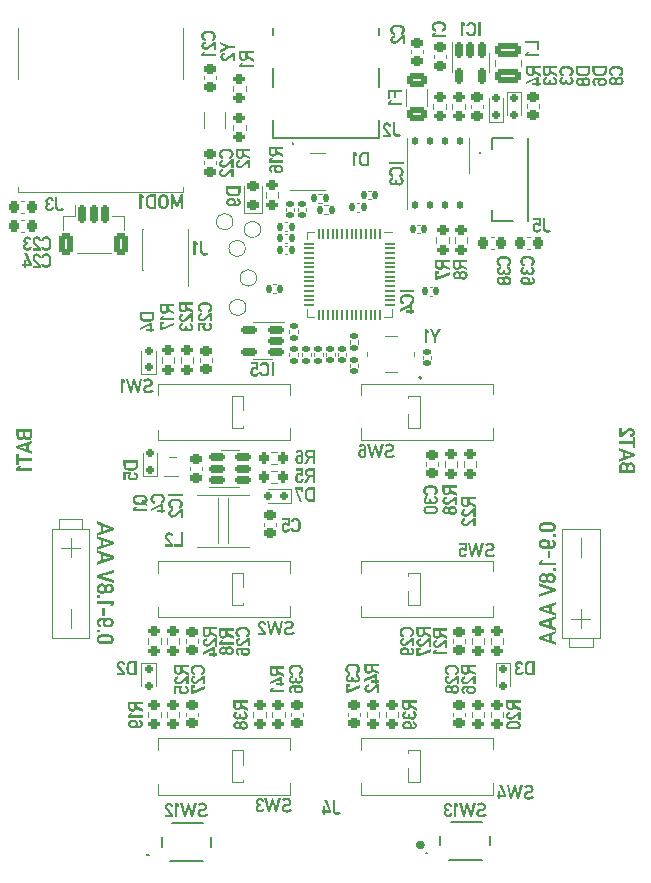
<source format=gbr>
%TF.GenerationSoftware,KiCad,Pcbnew,8.0.1*%
%TF.CreationDate,2024-04-03T20:32:23+03:00*%
%TF.ProjectId,gkos_pebble,676b6f73-5f70-4656-9262-6c652e6b6963,1*%
%TF.SameCoordinates,Original*%
%TF.FileFunction,Legend,Bot*%
%TF.FilePolarity,Positive*%
%FSLAX46Y46*%
G04 Gerber Fmt 4.6, Leading zero omitted, Abs format (unit mm)*
G04 Created by KiCad (PCBNEW 8.0.1) date 2024-04-03 20:32:23*
%MOMM*%
%LPD*%
G01*
G04 APERTURE LIST*
G04 Aperture macros list*
%AMRoundRect*
0 Rectangle with rounded corners*
0 $1 Rounding radius*
0 $2 $3 $4 $5 $6 $7 $8 $9 X,Y pos of 4 corners*
0 Add a 4 corners polygon primitive as box body*
4,1,4,$2,$3,$4,$5,$6,$7,$8,$9,$2,$3,0*
0 Add four circle primitives for the rounded corners*
1,1,$1+$1,$2,$3*
1,1,$1+$1,$4,$5*
1,1,$1+$1,$6,$7*
1,1,$1+$1,$8,$9*
0 Add four rect primitives between the rounded corners*
20,1,$1+$1,$2,$3,$4,$5,0*
20,1,$1+$1,$4,$5,$6,$7,0*
20,1,$1+$1,$6,$7,$8,$9,0*
20,1,$1+$1,$8,$9,$2,$3,0*%
G04 Aperture macros list end*
%ADD10C,0.280000*%
%ADD11C,0.160000*%
%ADD12C,0.120000*%
%ADD13C,0.100000*%
%ADD14C,0.200000*%
%ADD15C,0.800000*%
%ADD16C,2.200000*%
%ADD17RoundRect,0.200000X0.275000X-0.200000X0.275000X0.200000X-0.275000X0.200000X-0.275000X-0.200000X0*%
%ADD18RoundRect,0.250000X-0.850000X0.375000X-0.850000X-0.375000X0.850000X-0.375000X0.850000X0.375000X0*%
%ADD19RoundRect,0.150000X-0.200000X0.150000X-0.200000X-0.150000X0.200000X-0.150000X0.200000X0.150000X0*%
%ADD20C,1.100000*%
%ADD21R,1.500000X2.200000*%
%ADD22RoundRect,0.135000X0.185000X-0.135000X0.185000X0.135000X-0.185000X0.135000X-0.185000X-0.135000X0*%
%ADD23RoundRect,0.150000X-0.150000X0.512500X-0.150000X-0.512500X0.150000X-0.512500X0.150000X0.512500X0*%
%ADD24RoundRect,0.140000X-0.170000X0.140000X-0.170000X-0.140000X0.170000X-0.140000X0.170000X0.140000X0*%
%ADD25RoundRect,0.140000X-0.140000X-0.170000X0.140000X-0.170000X0.140000X0.170000X-0.140000X0.170000X0*%
%ADD26R,2.000000X3.800000*%
%ADD27RoundRect,0.225000X0.250000X-0.225000X0.250000X0.225000X-0.250000X0.225000X-0.250000X-0.225000X0*%
%ADD28RoundRect,0.150000X0.200000X-0.150000X0.200000X0.150000X-0.200000X0.150000X-0.200000X-0.150000X0*%
%ADD29RoundRect,0.140000X0.170000X-0.140000X0.170000X0.140000X-0.170000X0.140000X-0.170000X-0.140000X0*%
%ADD30R,0.740000X2.400000*%
%ADD31RoundRect,0.200000X-0.275000X0.200000X-0.275000X-0.200000X0.275000X-0.200000X0.275000X0.200000X0*%
%ADD32RoundRect,0.050000X0.387500X0.050000X-0.387500X0.050000X-0.387500X-0.050000X0.387500X-0.050000X0*%
%ADD33RoundRect,0.050000X0.050000X0.387500X-0.050000X0.387500X-0.050000X-0.387500X0.050000X-0.387500X0*%
%ADD34R,3.200000X3.200000*%
%ADD35RoundRect,0.140000X0.140000X0.170000X-0.140000X0.170000X-0.140000X-0.170000X0.140000X-0.170000X0*%
%ADD36RoundRect,0.200000X-0.200000X-0.275000X0.200000X-0.275000X0.200000X0.275000X-0.200000X0.275000X0*%
%ADD37R,0.450000X0.400000*%
%ADD38R,0.450000X0.500000*%
%ADD39RoundRect,0.135000X-0.135000X-0.185000X0.135000X-0.185000X0.135000X0.185000X-0.135000X0.185000X0*%
%ADD40RoundRect,0.225000X-0.250000X0.225000X-0.250000X-0.225000X0.250000X-0.225000X0.250000X0.225000X0*%
%ADD41C,1.000000*%
%ADD42RoundRect,0.225000X-0.225000X-0.250000X0.225000X-0.250000X0.225000X0.250000X-0.225000X0.250000X0*%
%ADD43RoundRect,0.218750X0.256250X-0.218750X0.256250X0.218750X-0.256250X0.218750X-0.256250X-0.218750X0*%
%ADD44R,1.400000X1.200000*%
%ADD45RoundRect,0.150000X-0.150000X-0.625000X0.150000X-0.625000X0.150000X0.625000X-0.150000X0.625000X0*%
%ADD46RoundRect,0.250000X-0.350000X-0.650000X0.350000X-0.650000X0.350000X0.650000X-0.350000X0.650000X0*%
%ADD47RoundRect,0.150000X-0.512500X-0.150000X0.512500X-0.150000X0.512500X0.150000X-0.512500X0.150000X0*%
%ADD48R,0.800000X0.300000*%
%ADD49R,0.800000X0.400000*%
%ADD50R,2.340000X3.960000*%
%ADD51R,5.080000X3.960000*%
%ADD52R,1.800000X0.800000*%
%ADD53RoundRect,0.150000X-0.150000X-0.200000X0.150000X-0.200000X0.150000X0.200000X-0.150000X0.200000X0*%
%ADD54R,1.800000X1.000000*%
%ADD55RoundRect,0.150000X0.512500X0.150000X-0.512500X0.150000X-0.512500X-0.150000X0.512500X-0.150000X0*%
%ADD56R,1.000000X0.700000*%
%ADD57C,0.650000*%
%ADD58R,0.300000X0.900000*%
%ADD59C,0.660000*%
%ADD60C,1.815000*%
%ADD61RoundRect,0.250000X0.625000X-0.312500X0.625000X0.312500X-0.625000X0.312500X-0.625000X-0.312500X0*%
%ADD62RoundRect,0.225000X0.225000X0.250000X-0.225000X0.250000X-0.225000X-0.250000X0.225000X-0.250000X0*%
%ADD63R,1.200000X4.000000*%
%ADD64R,1.700000X1.000000*%
%ADD65R,1.700000X0.600000*%
%ADD66RoundRect,0.125000X0.125000X-0.250000X0.125000X0.250000X-0.125000X0.250000X-0.125000X-0.250000X0*%
%ADD67R,4.300000X3.400000*%
G04 APERTURE END LIST*
D10*
G36*
X168318905Y-102548225D02*
G01*
X168396267Y-102560988D01*
X168464989Y-102585662D01*
X168525071Y-102622248D01*
X168576515Y-102670746D01*
X168589516Y-102686485D01*
X168628417Y-102743737D01*
X168660292Y-102813295D01*
X168678746Y-102887255D01*
X168683884Y-102955582D01*
X168683779Y-102965466D01*
X168675391Y-103042178D01*
X168653581Y-103114701D01*
X168618351Y-103183036D01*
X168576515Y-103239393D01*
X168540651Y-103275446D01*
X168483037Y-103315656D01*
X168416783Y-103343888D01*
X168341890Y-103360143D01*
X168270820Y-103364543D01*
X167653618Y-103364543D01*
X167605528Y-103362587D01*
X167528132Y-103349754D01*
X167459342Y-103324944D01*
X167399159Y-103288157D01*
X167347582Y-103239393D01*
X167340934Y-103231538D01*
X167300309Y-103174723D01*
X167266542Y-103105865D01*
X167246282Y-103032818D01*
X167239529Y-102955582D01*
X167239533Y-102955240D01*
X167458371Y-102955240D01*
X167458423Y-102960445D01*
X167471792Y-103030895D01*
X167512055Y-103090307D01*
X167526155Y-103102328D01*
X167591115Y-103133133D01*
X167662851Y-103141598D01*
X168260562Y-103141598D01*
X168284396Y-103140796D01*
X168352190Y-103127122D01*
X168412041Y-103090307D01*
X168415302Y-103087069D01*
X168453396Y-103026642D01*
X168465042Y-102955240D01*
X168464990Y-102949994D01*
X168451792Y-102879159D01*
X168412041Y-102819832D01*
X168398006Y-102807971D01*
X168332905Y-102777577D01*
X168260562Y-102769225D01*
X167662851Y-102769225D01*
X167639252Y-102770016D01*
X167571927Y-102783508D01*
X167512055Y-102819832D01*
X167508752Y-102823049D01*
X167470167Y-102883423D01*
X167458371Y-102955240D01*
X167239533Y-102955240D01*
X167239635Y-102945615D01*
X167248076Y-102868353D01*
X167270025Y-102795493D01*
X167305479Y-102727035D01*
X167347582Y-102670746D01*
X167383544Y-102634889D01*
X167441268Y-102594900D01*
X167507599Y-102566822D01*
X167582536Y-102550656D01*
X167653618Y-102546280D01*
X168270820Y-102546280D01*
X168318905Y-102548225D01*
G37*
G36*
X168662000Y-103547480D02*
G01*
X168443158Y-103547480D01*
X168443158Y-103770425D01*
X168662000Y-103770425D01*
X168662000Y-103547480D01*
G37*
G36*
X167818577Y-103976763D02*
G01*
X167888285Y-103982990D01*
X167959826Y-103999098D01*
X168028684Y-104029167D01*
X168083779Y-104071674D01*
X168112468Y-104102900D01*
X168151444Y-104164070D01*
X168174138Y-104231624D01*
X168180548Y-104305561D01*
X168180416Y-104343752D01*
X168174667Y-104413254D01*
X168161831Y-104483729D01*
X168141909Y-104555178D01*
X168259536Y-104555178D01*
X168284301Y-104553707D01*
X168358463Y-104538188D01*
X168419376Y-104500698D01*
X168454858Y-104442135D01*
X168465042Y-104373607D01*
X168464927Y-104365926D01*
X168451062Y-104297484D01*
X168409122Y-104239786D01*
X168346731Y-104203321D01*
X168346731Y-103981744D01*
X168357184Y-103983893D01*
X168425719Y-104003201D01*
X168494107Y-104034403D01*
X168551895Y-104075350D01*
X168599083Y-104126043D01*
X168626756Y-104166951D01*
X168658077Y-104233138D01*
X168677173Y-104305113D01*
X168683884Y-104373949D01*
X168683550Y-104384262D01*
X168675698Y-104453493D01*
X168654904Y-104526284D01*
X168621501Y-104592321D01*
X168575489Y-104651605D01*
X168539445Y-104685361D01*
X168481690Y-104723252D01*
X168415427Y-104750212D01*
X168340656Y-104766243D01*
X168269794Y-104771284D01*
X167652935Y-104771284D01*
X167604908Y-104768815D01*
X167527521Y-104755908D01*
X167458610Y-104732070D01*
X167398174Y-104697302D01*
X167346214Y-104651605D01*
X167339651Y-104644398D01*
X167294643Y-104583330D01*
X167262971Y-104516192D01*
X167244634Y-104442985D01*
X167239529Y-104373949D01*
X167458371Y-104373949D01*
X167458840Y-104384706D01*
X167476397Y-104458928D01*
X167525474Y-104517292D01*
X167595165Y-104546827D01*
X167663535Y-104555178D01*
X167778769Y-104555178D01*
X167803251Y-104553829D01*
X167876673Y-104538630D01*
X167937223Y-104501305D01*
X167972855Y-104442695D01*
X167983591Y-104373949D01*
X167983225Y-104362966D01*
X167966283Y-104287504D01*
X167917437Y-104228972D01*
X167847543Y-104200377D01*
X167778769Y-104193405D01*
X167663193Y-104193405D01*
X167638911Y-104194431D01*
X167565979Y-104208792D01*
X167505590Y-104245722D01*
X167469691Y-104304536D01*
X167458371Y-104373949D01*
X167239529Y-104373949D01*
X167246154Y-104297141D01*
X167266030Y-104226060D01*
X167299155Y-104160707D01*
X167345531Y-104101081D01*
X167381583Y-104065396D01*
X167439377Y-104025507D01*
X167505712Y-103997366D01*
X167580589Y-103980974D01*
X167651567Y-103976273D01*
X167780820Y-103976273D01*
X167818577Y-103976763D01*
G37*
G36*
X168224316Y-104951828D02*
G01*
X168005475Y-104951828D01*
X168005475Y-105567320D01*
X168224316Y-105567320D01*
X168224316Y-104951828D01*
G37*
G36*
X168662000Y-105973203D02*
G01*
X167484016Y-105973203D01*
X167629683Y-105773168D01*
X167389641Y-105773168D01*
X167239529Y-105980725D01*
X167239529Y-106196831D01*
X168662000Y-106196831D01*
X168662000Y-105973203D01*
G37*
G36*
X168662000Y-106440293D02*
G01*
X168443158Y-106440293D01*
X168443158Y-106663238D01*
X168662000Y-106663238D01*
X168662000Y-106440293D01*
G37*
G36*
X168294227Y-106821182D02*
G01*
X168371651Y-106834435D01*
X168442171Y-106860059D01*
X168505785Y-106898052D01*
X168562495Y-106948416D01*
X168590945Y-106981509D01*
X168631606Y-107043176D01*
X168660649Y-107109622D01*
X168678075Y-107180845D01*
X168683884Y-107256845D01*
X168682014Y-107300630D01*
X168669742Y-107373627D01*
X168646016Y-107442010D01*
X168610837Y-107505779D01*
X168564205Y-107564933D01*
X168525060Y-107602366D01*
X168464396Y-107644114D01*
X168396891Y-107673426D01*
X168322548Y-107690302D01*
X168253381Y-107694871D01*
X168178512Y-107689329D01*
X168110856Y-107672703D01*
X168041040Y-107639298D01*
X167981042Y-107590807D01*
X167937429Y-107537236D01*
X167934437Y-107540452D01*
X167880752Y-107588912D01*
X167820485Y-107629218D01*
X167798069Y-107640941D01*
X167728730Y-107663193D01*
X167655670Y-107669909D01*
X167613141Y-107668044D01*
X167542624Y-107655808D01*
X167477081Y-107632150D01*
X167416512Y-107597071D01*
X167360918Y-107550572D01*
X167332467Y-107519952D01*
X167291807Y-107462177D01*
X167262764Y-107399067D01*
X167245338Y-107330623D01*
X167239529Y-107256845D01*
X167458371Y-107256845D01*
X167470253Y-107326345D01*
X167505900Y-107388492D01*
X167515194Y-107398942D01*
X167573112Y-107435772D01*
X167644386Y-107446964D01*
X167661239Y-107446450D01*
X167729475Y-107430462D01*
X167783556Y-107388492D01*
X167818690Y-107326345D01*
X167830343Y-107257187D01*
X168027359Y-107257187D01*
X168028887Y-107283212D01*
X168049419Y-107351017D01*
X168089934Y-107407299D01*
X168114401Y-107429611D01*
X168175167Y-107462116D01*
X168246542Y-107472951D01*
X168280907Y-107470643D01*
X168347447Y-107449806D01*
X168403151Y-107407299D01*
X168417657Y-107390667D01*
X168453196Y-107327658D01*
X168465042Y-107257187D01*
X168463531Y-107230786D01*
X168443223Y-107162456D01*
X168403151Y-107106392D01*
X168378788Y-107084545D01*
X168318083Y-107052717D01*
X168246542Y-107042107D01*
X168212282Y-107044367D01*
X168145803Y-107064770D01*
X168089934Y-107106392D01*
X168075268Y-107122885D01*
X168039336Y-107185913D01*
X168027359Y-107257187D01*
X167830343Y-107257187D01*
X167830401Y-107256845D01*
X167818690Y-107187603D01*
X167783556Y-107125540D01*
X167774314Y-107115091D01*
X167716296Y-107078261D01*
X167644386Y-107067069D01*
X167627714Y-107067583D01*
X167560001Y-107083571D01*
X167505900Y-107125540D01*
X167470253Y-107187603D01*
X167458371Y-107256845D01*
X167239529Y-107256845D01*
X167241394Y-107214108D01*
X167253631Y-107143458D01*
X167277288Y-107078076D01*
X167312367Y-107017963D01*
X167358866Y-106963119D01*
X167389497Y-106935229D01*
X167446931Y-106895371D01*
X167509241Y-106866900D01*
X167576427Y-106849818D01*
X167648489Y-106844124D01*
X167677159Y-106845101D01*
X167745994Y-106856782D01*
X167810911Y-106884131D01*
X167815164Y-106886665D01*
X167873828Y-106927728D01*
X167925803Y-106977822D01*
X167969805Y-106923903D01*
X168030591Y-106875096D01*
X168101555Y-106841474D01*
X168170481Y-106824740D01*
X168246884Y-106819162D01*
X168294227Y-106821182D01*
G37*
G36*
X168662000Y-108181109D02*
G01*
X167239529Y-107711284D01*
X167239529Y-107958848D01*
X168311169Y-108273775D01*
X168311169Y-108269672D01*
X167239529Y-108584598D01*
X167239529Y-108832163D01*
X168662000Y-108362337D01*
X168662000Y-108181109D01*
G37*
G36*
X168662000Y-109513991D02*
G01*
X168355621Y-109625464D01*
X168355621Y-110142135D01*
X168662000Y-110249846D01*
X168662000Y-110496385D01*
X167239529Y-109976636D01*
X167239529Y-109883286D01*
X167576340Y-109883286D01*
X167633646Y-109901678D01*
X167702516Y-109923977D01*
X167749742Y-109939644D01*
X167817750Y-109961933D01*
X167882788Y-109983845D01*
X167948029Y-110006385D01*
X168003501Y-110025592D01*
X168068832Y-110047951D01*
X168136780Y-110071012D01*
X168136780Y-109695903D01*
X168097674Y-109709423D01*
X168027181Y-109733722D01*
X167957945Y-109757453D01*
X167894272Y-109779256D01*
X167829376Y-109800879D01*
X167778026Y-109817597D01*
X167709697Y-109839860D01*
X167645241Y-109860804D01*
X167576340Y-109883286D01*
X167239529Y-109883286D01*
X167239529Y-109786517D01*
X168662000Y-109266769D01*
X168662000Y-109513991D01*
G37*
G36*
X168662000Y-110734033D02*
G01*
X168355621Y-110845506D01*
X168355621Y-111362177D01*
X168662000Y-111469888D01*
X168662000Y-111716427D01*
X167239529Y-111196678D01*
X167239529Y-111103328D01*
X167576340Y-111103328D01*
X167633646Y-111121720D01*
X167702516Y-111144019D01*
X167749742Y-111159686D01*
X167817750Y-111181975D01*
X167882788Y-111203887D01*
X167948029Y-111226427D01*
X168003501Y-111245634D01*
X168068832Y-111267992D01*
X168136780Y-111291053D01*
X168136780Y-110915945D01*
X168097674Y-110929465D01*
X168027181Y-110953764D01*
X167957945Y-110977494D01*
X167894272Y-110999298D01*
X167829376Y-111020921D01*
X167778026Y-111037638D01*
X167709697Y-111059902D01*
X167645241Y-111080846D01*
X167576340Y-111103328D01*
X167239529Y-111103328D01*
X167239529Y-111006559D01*
X168662000Y-110486811D01*
X168662000Y-110734033D01*
G37*
G36*
X168662000Y-111954075D02*
G01*
X168355621Y-112065547D01*
X168355621Y-112582219D01*
X168662000Y-112689930D01*
X168662000Y-112936469D01*
X167239529Y-112416720D01*
X167239529Y-112323370D01*
X167576340Y-112323370D01*
X167633646Y-112341761D01*
X167702516Y-112364061D01*
X167749742Y-112379728D01*
X167817750Y-112402016D01*
X167882788Y-112423929D01*
X167948029Y-112446469D01*
X168003501Y-112465676D01*
X168068832Y-112488034D01*
X168136780Y-112511095D01*
X168136780Y-112135987D01*
X168097674Y-112149507D01*
X168027181Y-112173806D01*
X167957945Y-112197536D01*
X167894272Y-112219340D01*
X167829376Y-112240963D01*
X167778026Y-112257680D01*
X167709697Y-112279944D01*
X167645241Y-112300888D01*
X167576340Y-112323370D01*
X167239529Y-112323370D01*
X167239529Y-112226601D01*
X168662000Y-111706852D01*
X168662000Y-111954075D01*
G37*
G36*
X130894471Y-112037412D02*
G01*
X130971867Y-112050245D01*
X131040657Y-112075055D01*
X131100840Y-112111842D01*
X131152417Y-112160606D01*
X131159065Y-112168461D01*
X131199690Y-112225276D01*
X131233457Y-112294134D01*
X131253717Y-112367181D01*
X131260470Y-112444417D01*
X131260364Y-112454384D01*
X131251923Y-112531646D01*
X131229974Y-112604506D01*
X131194520Y-112672964D01*
X131152417Y-112729253D01*
X131116455Y-112765110D01*
X131058731Y-112805099D01*
X130992400Y-112833177D01*
X130917463Y-112849343D01*
X130846381Y-112853719D01*
X130229179Y-112853719D01*
X130181094Y-112851774D01*
X130103732Y-112839011D01*
X130035010Y-112814337D01*
X129974928Y-112777751D01*
X129923484Y-112729253D01*
X129910483Y-112713514D01*
X129871582Y-112656262D01*
X129839707Y-112586704D01*
X129821253Y-112512744D01*
X129816141Y-112444759D01*
X130034957Y-112444759D01*
X130035009Y-112450005D01*
X130048207Y-112520840D01*
X130087958Y-112580167D01*
X130101993Y-112592028D01*
X130167094Y-112622422D01*
X130239437Y-112630774D01*
X130837148Y-112630774D01*
X130860747Y-112629983D01*
X130928072Y-112616491D01*
X130987944Y-112580167D01*
X130991247Y-112576950D01*
X131029832Y-112516576D01*
X131041628Y-112444759D01*
X131041576Y-112439554D01*
X131028207Y-112369104D01*
X130987944Y-112309692D01*
X130973844Y-112297671D01*
X130908884Y-112266866D01*
X130837148Y-112258401D01*
X130239437Y-112258401D01*
X130215603Y-112259203D01*
X130147809Y-112272877D01*
X130087958Y-112309692D01*
X130084697Y-112312930D01*
X130046603Y-112373357D01*
X130034957Y-112444759D01*
X129816141Y-112444759D01*
X129816115Y-112444417D01*
X129816220Y-112434533D01*
X129824608Y-112357821D01*
X129846418Y-112285298D01*
X129881648Y-112216963D01*
X129923484Y-112160606D01*
X129959348Y-112124553D01*
X130016962Y-112084343D01*
X130083216Y-112056111D01*
X130158109Y-112039856D01*
X130229179Y-112035456D01*
X130846381Y-112035456D01*
X130894471Y-112037412D01*
G37*
G36*
X129838000Y-111852519D02*
G01*
X130056841Y-111852519D01*
X130056841Y-111629574D01*
X129838000Y-111629574D01*
X129838000Y-111852519D01*
G37*
G36*
X130895091Y-110631184D02*
G01*
X130972478Y-110644091D01*
X131041389Y-110667929D01*
X131101825Y-110702697D01*
X131153785Y-110748394D01*
X131160348Y-110755601D01*
X131205356Y-110816669D01*
X131237028Y-110883807D01*
X131255365Y-110957014D01*
X131260470Y-111026050D01*
X131253845Y-111102858D01*
X131233969Y-111173939D01*
X131200844Y-111239292D01*
X131154468Y-111298918D01*
X131118416Y-111334603D01*
X131060622Y-111374492D01*
X130994287Y-111402633D01*
X130919410Y-111419025D01*
X130848432Y-111423726D01*
X130719179Y-111423726D01*
X130681422Y-111423236D01*
X130611714Y-111417009D01*
X130540173Y-111400901D01*
X130471315Y-111370832D01*
X130416220Y-111328325D01*
X130387531Y-111297099D01*
X130348555Y-111235929D01*
X130325861Y-111168375D01*
X130319451Y-111094438D01*
X130319583Y-111056247D01*
X130322081Y-111026050D01*
X130516408Y-111026050D01*
X130516774Y-111037033D01*
X130533716Y-111112495D01*
X130582562Y-111171027D01*
X130652456Y-111199622D01*
X130721230Y-111206594D01*
X130836806Y-111206594D01*
X130861088Y-111205568D01*
X130934020Y-111191207D01*
X130994409Y-111154277D01*
X131030308Y-111095463D01*
X131041628Y-111026050D01*
X131041159Y-111015293D01*
X131023602Y-110941071D01*
X130974525Y-110882707D01*
X130904834Y-110853172D01*
X130836464Y-110844821D01*
X130721230Y-110844821D01*
X130696748Y-110846170D01*
X130623326Y-110861369D01*
X130562776Y-110898694D01*
X130527144Y-110957304D01*
X130516408Y-111026050D01*
X130322081Y-111026050D01*
X130325332Y-110986745D01*
X130338168Y-110916270D01*
X130358090Y-110844821D01*
X130240463Y-110844821D01*
X130215698Y-110846292D01*
X130141536Y-110861811D01*
X130080623Y-110899301D01*
X130045141Y-110957864D01*
X130034957Y-111026392D01*
X130035072Y-111034073D01*
X130048937Y-111102515D01*
X130090877Y-111160213D01*
X130153268Y-111196678D01*
X130153268Y-111418255D01*
X130142815Y-111416106D01*
X130074280Y-111396798D01*
X130005892Y-111365596D01*
X129948104Y-111324649D01*
X129900916Y-111273956D01*
X129873243Y-111233048D01*
X129841922Y-111166861D01*
X129822826Y-111094886D01*
X129816115Y-111026050D01*
X129816449Y-111015737D01*
X129824301Y-110946506D01*
X129845095Y-110873715D01*
X129878498Y-110807678D01*
X129924510Y-110748394D01*
X129960554Y-110714638D01*
X130018309Y-110676747D01*
X130084572Y-110649787D01*
X130159343Y-110633756D01*
X130230205Y-110628715D01*
X130847064Y-110628715D01*
X130895091Y-110631184D01*
G37*
G36*
X130275683Y-110448171D02*
G01*
X130494524Y-110448171D01*
X130494524Y-109832679D01*
X130275683Y-109832679D01*
X130275683Y-110448171D01*
G37*
G36*
X129838000Y-109426796D02*
G01*
X131015983Y-109426796D01*
X130870316Y-109626831D01*
X131110358Y-109626831D01*
X131260470Y-109419274D01*
X131260470Y-109203168D01*
X129838000Y-109203168D01*
X129838000Y-109426796D01*
G37*
G36*
X129838000Y-108959706D02*
G01*
X130056841Y-108959706D01*
X130056841Y-108736761D01*
X129838000Y-108736761D01*
X129838000Y-108959706D01*
G37*
G36*
X130321487Y-107710670D02*
G01*
X130389143Y-107727296D01*
X130458959Y-107760701D01*
X130518957Y-107809192D01*
X130562570Y-107862763D01*
X130565562Y-107859547D01*
X130619247Y-107811087D01*
X130679514Y-107770781D01*
X130701930Y-107759058D01*
X130771269Y-107736806D01*
X130844329Y-107730090D01*
X130886858Y-107731955D01*
X130957375Y-107744191D01*
X131022918Y-107767849D01*
X131083487Y-107802928D01*
X131139081Y-107849427D01*
X131167532Y-107880047D01*
X131208192Y-107937822D01*
X131237235Y-108000932D01*
X131254661Y-108069376D01*
X131260470Y-108143154D01*
X131258605Y-108185891D01*
X131246368Y-108256541D01*
X131222711Y-108321923D01*
X131187632Y-108382036D01*
X131141133Y-108436880D01*
X131110502Y-108464770D01*
X131053068Y-108504628D01*
X130990758Y-108533099D01*
X130923572Y-108550181D01*
X130851510Y-108555875D01*
X130822840Y-108554898D01*
X130754005Y-108543217D01*
X130689088Y-108515868D01*
X130684835Y-108513334D01*
X130626171Y-108472271D01*
X130574196Y-108422177D01*
X130530194Y-108476096D01*
X130469408Y-108524903D01*
X130398444Y-108558525D01*
X130329518Y-108575259D01*
X130253115Y-108580837D01*
X130205772Y-108578817D01*
X130128348Y-108565564D01*
X130057828Y-108539940D01*
X129994214Y-108501947D01*
X129937504Y-108451583D01*
X129909054Y-108418490D01*
X129868393Y-108356823D01*
X129839350Y-108290377D01*
X129821924Y-108219154D01*
X129816115Y-108143154D01*
X129816130Y-108142812D01*
X130034957Y-108142812D01*
X130036468Y-108169213D01*
X130056776Y-108237543D01*
X130096848Y-108293607D01*
X130121211Y-108315454D01*
X130181916Y-108347282D01*
X130253457Y-108357892D01*
X130287717Y-108355632D01*
X130354196Y-108335229D01*
X130410065Y-108293607D01*
X130424731Y-108277114D01*
X130460663Y-108214086D01*
X130472583Y-108143154D01*
X130669598Y-108143154D01*
X130681309Y-108212396D01*
X130716443Y-108274459D01*
X130725685Y-108284908D01*
X130783703Y-108321738D01*
X130855613Y-108332930D01*
X130872285Y-108332416D01*
X130939998Y-108316428D01*
X130994099Y-108274459D01*
X131029746Y-108212396D01*
X131041628Y-108143154D01*
X131029746Y-108073654D01*
X130994099Y-108011507D01*
X130984805Y-108001057D01*
X130926887Y-107964227D01*
X130855613Y-107953035D01*
X130838760Y-107953549D01*
X130770524Y-107969537D01*
X130716443Y-108011507D01*
X130681309Y-108073654D01*
X130669598Y-108143154D01*
X130472583Y-108143154D01*
X130472640Y-108142812D01*
X130471112Y-108116787D01*
X130450580Y-108048982D01*
X130410065Y-107992700D01*
X130385598Y-107970388D01*
X130324832Y-107937883D01*
X130253457Y-107927048D01*
X130219092Y-107929356D01*
X130152552Y-107950193D01*
X130096848Y-107992700D01*
X130082342Y-108009332D01*
X130046803Y-108072341D01*
X130034957Y-108142812D01*
X129816130Y-108142812D01*
X129817985Y-108099369D01*
X129830257Y-108026372D01*
X129853983Y-107957989D01*
X129889162Y-107894220D01*
X129935794Y-107835066D01*
X129974939Y-107797633D01*
X130035603Y-107755885D01*
X130103108Y-107726573D01*
X130177451Y-107709697D01*
X130246618Y-107705128D01*
X130321487Y-107710670D01*
G37*
G36*
X129838000Y-107218890D02*
G01*
X131260470Y-107688715D01*
X131260470Y-107441151D01*
X130188830Y-107126224D01*
X130188830Y-107130327D01*
X131260470Y-106815401D01*
X131260470Y-106567836D01*
X129838000Y-107037662D01*
X129838000Y-107218890D01*
G37*
G36*
X131260470Y-105423363D02*
G01*
X131260470Y-105613482D01*
X129838000Y-106133230D01*
X129838000Y-105886008D01*
X130144378Y-105774535D01*
X130144378Y-105328987D01*
X130363219Y-105328987D01*
X130363219Y-105704096D01*
X130402325Y-105690576D01*
X130472818Y-105666277D01*
X130542054Y-105642546D01*
X130605727Y-105620743D01*
X130670623Y-105599120D01*
X130721973Y-105582402D01*
X130790302Y-105560139D01*
X130854758Y-105539195D01*
X130923659Y-105516713D01*
X130866353Y-105498321D01*
X130797483Y-105476022D01*
X130750257Y-105460355D01*
X130682249Y-105438066D01*
X130617211Y-105416154D01*
X130551970Y-105393614D01*
X130496498Y-105374407D01*
X130431167Y-105352048D01*
X130363219Y-105328987D01*
X130144378Y-105328987D01*
X130144378Y-105257864D01*
X129838000Y-105150153D01*
X129838000Y-104903614D01*
X131260470Y-105423363D01*
G37*
G36*
X131260470Y-104203321D02*
G01*
X131260470Y-104393440D01*
X129838000Y-104913188D01*
X129838000Y-104665966D01*
X130144378Y-104554493D01*
X130144378Y-104108946D01*
X130363219Y-104108946D01*
X130363219Y-104484054D01*
X130402325Y-104470534D01*
X130472818Y-104446235D01*
X130542054Y-104422505D01*
X130605727Y-104400701D01*
X130670623Y-104379078D01*
X130721973Y-104362361D01*
X130790302Y-104340097D01*
X130854758Y-104319153D01*
X130923659Y-104296671D01*
X130866353Y-104278279D01*
X130797483Y-104255980D01*
X130750257Y-104240313D01*
X130682249Y-104218024D01*
X130617211Y-104196112D01*
X130551970Y-104173572D01*
X130496498Y-104154365D01*
X130431167Y-104132007D01*
X130363219Y-104108946D01*
X130144378Y-104108946D01*
X130144378Y-104037822D01*
X129838000Y-103930111D01*
X129838000Y-103683572D01*
X131260470Y-104203321D01*
G37*
G36*
X131260470Y-102983279D02*
G01*
X131260470Y-103173398D01*
X129838000Y-103693147D01*
X129838000Y-103445924D01*
X130144378Y-103334452D01*
X130144378Y-102888904D01*
X130363219Y-102888904D01*
X130363219Y-103264012D01*
X130402325Y-103250492D01*
X130472818Y-103226193D01*
X130542054Y-103202463D01*
X130605727Y-103180659D01*
X130670623Y-103159036D01*
X130721973Y-103142319D01*
X130790302Y-103120055D01*
X130854758Y-103099111D01*
X130923659Y-103076629D01*
X130866353Y-103058238D01*
X130797483Y-103035938D01*
X130750257Y-103020271D01*
X130682249Y-102997983D01*
X130617211Y-102976070D01*
X130551970Y-102953530D01*
X130496498Y-102934323D01*
X130431167Y-102911965D01*
X130363219Y-102888904D01*
X130144378Y-102888904D01*
X130144378Y-102817780D01*
X129838000Y-102710069D01*
X129838000Y-102463530D01*
X131260470Y-102983279D01*
G37*
D11*
G36*
X143098000Y-62833398D02*
G01*
X142591538Y-62833398D01*
X142591538Y-63051458D01*
X143098000Y-63299413D01*
X143098000Y-63536817D01*
X142560763Y-63256036D01*
X142551292Y-63280733D01*
X142519762Y-63337388D01*
X142481792Y-63382162D01*
X142434734Y-63421046D01*
X142405309Y-63439538D01*
X142348990Y-63464924D01*
X142288358Y-63480156D01*
X142223415Y-63485233D01*
X142192846Y-63483966D01*
X142130291Y-63472524D01*
X142072766Y-63449183D01*
X142052166Y-63437538D01*
X142003832Y-63403712D01*
X141960219Y-63361549D01*
X141950352Y-63349753D01*
X141917251Y-63297464D01*
X141894335Y-63237004D01*
X141882638Y-63177401D01*
X141878739Y-63111542D01*
X141878739Y-62833398D01*
X142066318Y-62833398D01*
X142066318Y-63109783D01*
X142066453Y-63119519D01*
X142074964Y-63181004D01*
X142100903Y-63236985D01*
X142114876Y-63253450D01*
X142165269Y-63284705D01*
X142226932Y-63294138D01*
X142244517Y-63293378D01*
X142301450Y-63278744D01*
X142351203Y-63245485D01*
X142374284Y-63218209D01*
X142397725Y-63160680D01*
X142403959Y-63099232D01*
X142403959Y-62833398D01*
X142066318Y-62833398D01*
X141878739Y-62833398D01*
X141878739Y-62632337D01*
X143098000Y-62632337D01*
X143098000Y-62833398D01*
G37*
G36*
X143098000Y-63812910D02*
G01*
X142088300Y-63812910D01*
X142213157Y-63641451D01*
X142007406Y-63641451D01*
X141878739Y-63819358D01*
X141878739Y-64004591D01*
X143098000Y-64004591D01*
X143098000Y-63812910D01*
G37*
G36*
X167298000Y-61778060D02*
G01*
X166078739Y-61778060D01*
X166078739Y-61979121D01*
X167110421Y-61979121D01*
X167110421Y-62565011D01*
X167298000Y-62565011D01*
X167298000Y-61778060D01*
G37*
G36*
X167298000Y-62867188D02*
G01*
X166288300Y-62867188D01*
X166413157Y-62695730D01*
X166207406Y-62695730D01*
X166078739Y-62873636D01*
X166078739Y-63058870D01*
X167298000Y-63058870D01*
X167298000Y-62867188D01*
G37*
G36*
X133298000Y-97714585D02*
G01*
X133295195Y-97772147D01*
X133285120Y-97833192D01*
X133267717Y-97889182D01*
X133239381Y-97946127D01*
X133228151Y-97963734D01*
X133191584Y-98012196D01*
X133145898Y-98058375D01*
X133094887Y-98096483D01*
X133074791Y-98108725D01*
X133021337Y-98134257D01*
X132961824Y-98151584D01*
X132936839Y-98155637D01*
X132875350Y-98161201D01*
X132812843Y-98163990D01*
X132749041Y-98165309D01*
X132688662Y-98165652D01*
X132622027Y-98165302D01*
X132555042Y-98164008D01*
X132492673Y-98161361D01*
X132431621Y-98155687D01*
X132396872Y-98148488D01*
X132337825Y-98127335D01*
X132285369Y-98100293D01*
X132248442Y-98076186D01*
X132194968Y-98030959D01*
X132151584Y-97979420D01*
X132118289Y-97921570D01*
X132095084Y-97857409D01*
X132081968Y-97786937D01*
X132078739Y-97726015D01*
X132078739Y-97497404D01*
X132266318Y-97497404D01*
X132266318Y-97706378D01*
X132269739Y-97754632D01*
X132284943Y-97812142D01*
X132316586Y-97867513D01*
X132363624Y-97913008D01*
X132414695Y-97941291D01*
X132472361Y-97956385D01*
X132503757Y-97959697D01*
X132565443Y-97963017D01*
X132629053Y-97964478D01*
X132695110Y-97964885D01*
X132725522Y-97964818D01*
X132788528Y-97964141D01*
X132853172Y-97962198D01*
X132914050Y-97957265D01*
X132954466Y-97947590D01*
X133009011Y-97920921D01*
X133053378Y-97881464D01*
X133088139Y-97825776D01*
X133105568Y-97766232D01*
X133110421Y-97706378D01*
X133110421Y-97497404D01*
X132266318Y-97497404D01*
X132078739Y-97497404D01*
X132078739Y-97296343D01*
X133298000Y-97296343D01*
X133298000Y-97714585D01*
G37*
G36*
X132741126Y-98311905D02*
G01*
X132078739Y-98311905D01*
X132078739Y-98970188D01*
X132266318Y-98970188D01*
X132266318Y-98493036D01*
X132508411Y-98493036D01*
X132477374Y-98546084D01*
X132460338Y-98603145D01*
X132454109Y-98661695D01*
X132453896Y-98675632D01*
X132459170Y-98735025D01*
X132476523Y-98793307D01*
X132481447Y-98804299D01*
X132511415Y-98856689D01*
X132546220Y-98897209D01*
X132593111Y-98933670D01*
X132647287Y-98962873D01*
X132667560Y-98970775D01*
X132728862Y-98985063D01*
X132790959Y-98991451D01*
X132857756Y-98994016D01*
X132885620Y-98994222D01*
X132950538Y-98992785D01*
X133010976Y-98987816D01*
X133071147Y-98976050D01*
X133126385Y-98954249D01*
X133177244Y-98922916D01*
X133183694Y-98918018D01*
X133228100Y-98875536D01*
X133264189Y-98827778D01*
X133274845Y-98811040D01*
X133300385Y-98756264D01*
X133314138Y-98694811D01*
X133316757Y-98650133D01*
X133312233Y-98591001D01*
X133298659Y-98532896D01*
X133276036Y-98475816D01*
X133244364Y-98419763D01*
X133201133Y-98370010D01*
X133152006Y-98335734D01*
X133092332Y-98310096D01*
X133032788Y-98294997D01*
X132988788Y-98288458D01*
X132988788Y-98478674D01*
X133050209Y-98500400D01*
X133098331Y-98540343D01*
X133124243Y-98596701D01*
X133129179Y-98643392D01*
X133122432Y-98702513D01*
X133092448Y-98757035D01*
X133043889Y-98782610D01*
X132984913Y-98794291D01*
X132925659Y-98801123D01*
X132871551Y-98803126D01*
X132812086Y-98799978D01*
X132750097Y-98787888D01*
X132706248Y-98770886D01*
X132661969Y-98729861D01*
X132643752Y-98673890D01*
X132641475Y-98638702D01*
X132653250Y-98578460D01*
X132688575Y-98527499D01*
X132741126Y-98489225D01*
X132741126Y-98311905D01*
G37*
G36*
X163563348Y-105337678D02*
G01*
X163431164Y-105186443D01*
X163379029Y-105223995D01*
X163323777Y-105255243D01*
X163270843Y-105278181D01*
X163210264Y-105296536D01*
X163147815Y-105307273D01*
X163089420Y-105310421D01*
X163026365Y-105306099D01*
X162967914Y-105291361D01*
X162920892Y-105266164D01*
X162879619Y-105222278D01*
X162861046Y-105163803D01*
X162860515Y-105150686D01*
X162869784Y-105090474D01*
X162902371Y-105039946D01*
X162958419Y-105007640D01*
X163008820Y-104996227D01*
X163067676Y-104988753D01*
X163085903Y-104986262D01*
X163145363Y-104977799D01*
X163167968Y-104974538D01*
X163234120Y-104961259D01*
X163293062Y-104940911D01*
X163351598Y-104909000D01*
X163400718Y-104867858D01*
X163411527Y-104856129D01*
X163448200Y-104805461D01*
X163474395Y-104749884D01*
X163490112Y-104689397D01*
X163495351Y-104624001D01*
X163490316Y-104557309D01*
X163475212Y-104495974D01*
X163450037Y-104439996D01*
X163414792Y-104389377D01*
X163390131Y-104362856D01*
X163339916Y-104322771D01*
X163281595Y-104292532D01*
X163225153Y-104274448D01*
X163162755Y-104263598D01*
X163094402Y-104259981D01*
X163031854Y-104262903D01*
X162971486Y-104271666D01*
X162913297Y-104286272D01*
X162881911Y-104296911D01*
X162826694Y-104319490D01*
X162772823Y-104346009D01*
X162720295Y-104376471D01*
X162691695Y-104395096D01*
X162803362Y-104562159D01*
X162858125Y-104530793D01*
X162913382Y-104505281D01*
X162950494Y-104491524D01*
X163011513Y-104475204D01*
X163073596Y-104467204D01*
X163102609Y-104466318D01*
X163164126Y-104473090D01*
X163220963Y-104495530D01*
X163238896Y-104507351D01*
X163278657Y-104554835D01*
X163293804Y-104615422D01*
X163294291Y-104630449D01*
X163279750Y-104688357D01*
X163257068Y-104721014D01*
X163207096Y-104756112D01*
X163147718Y-104774162D01*
X163131625Y-104776995D01*
X163074179Y-104785787D01*
X163015432Y-104793014D01*
X162996803Y-104795166D01*
X162935439Y-104806147D01*
X162871818Y-104826433D01*
X162816781Y-104854769D01*
X162770326Y-104891156D01*
X162742399Y-104922075D01*
X162706239Y-104976077D01*
X162680411Y-105032863D01*
X162664913Y-105092434D01*
X162659748Y-105154789D01*
X162663890Y-105216596D01*
X162679193Y-105281854D01*
X162705772Y-105339735D01*
X162743627Y-105390238D01*
X162777570Y-105421796D01*
X162832748Y-105458797D01*
X162886027Y-105483280D01*
X162944828Y-105501085D01*
X163009153Y-105512213D01*
X163079000Y-105516665D01*
X163091178Y-105516757D01*
X163158630Y-105513959D01*
X163223674Y-105505565D01*
X163286308Y-105491574D01*
X163346534Y-105471988D01*
X163404351Y-105446805D01*
X163459759Y-105416025D01*
X163512758Y-105379650D01*
X163563348Y-105337678D01*
G37*
G36*
X162296314Y-105498000D02*
G01*
X162601716Y-104278739D01*
X162389224Y-104278739D01*
X162204870Y-105137497D01*
X162208094Y-105137497D01*
X161978603Y-104278739D01*
X161833523Y-104278739D01*
X161604032Y-105137497D01*
X161607256Y-105137497D01*
X161422902Y-104278739D01*
X161210411Y-104278739D01*
X161515812Y-105498000D01*
X161682288Y-105498000D01*
X161908261Y-104628104D01*
X161904744Y-104628104D01*
X162129838Y-105498000D01*
X162296314Y-105498000D01*
G37*
G36*
X161136845Y-104941126D02*
G01*
X161136845Y-104278739D01*
X160478561Y-104278739D01*
X160478561Y-104466318D01*
X160955714Y-104466318D01*
X160955714Y-104708411D01*
X160902666Y-104677374D01*
X160845605Y-104660338D01*
X160787055Y-104654109D01*
X160773118Y-104653896D01*
X160713725Y-104659170D01*
X160655443Y-104676523D01*
X160644451Y-104681447D01*
X160592061Y-104711415D01*
X160551541Y-104746220D01*
X160515080Y-104793111D01*
X160485876Y-104847287D01*
X160477975Y-104867560D01*
X160463687Y-104928862D01*
X160457298Y-104990959D01*
X160454734Y-105057756D01*
X160454528Y-105085620D01*
X160455965Y-105150538D01*
X160460934Y-105210976D01*
X160472699Y-105271147D01*
X160494501Y-105326385D01*
X160525834Y-105377244D01*
X160530732Y-105383694D01*
X160573214Y-105428100D01*
X160620972Y-105464189D01*
X160637710Y-105474845D01*
X160692486Y-105500385D01*
X160753939Y-105514138D01*
X160798617Y-105516757D01*
X160857748Y-105512233D01*
X160915854Y-105498659D01*
X160972933Y-105476036D01*
X161028987Y-105444364D01*
X161078739Y-105401133D01*
X161113016Y-105352006D01*
X161138654Y-105292332D01*
X161153752Y-105232788D01*
X161160292Y-105188788D01*
X160970076Y-105188788D01*
X160948350Y-105250209D01*
X160908407Y-105298331D01*
X160852049Y-105324243D01*
X160805358Y-105329179D01*
X160746236Y-105322432D01*
X160691715Y-105292448D01*
X160666140Y-105243889D01*
X160654459Y-105184913D01*
X160647627Y-105125659D01*
X160645623Y-105071551D01*
X160648772Y-105012086D01*
X160660862Y-104950097D01*
X160677863Y-104906248D01*
X160718888Y-104861969D01*
X160774860Y-104843752D01*
X160810048Y-104841475D01*
X160870290Y-104853250D01*
X160921251Y-104888575D01*
X160959524Y-104941126D01*
X161136845Y-104941126D01*
G37*
G36*
X161198000Y-80513817D02*
G01*
X160691538Y-80513817D01*
X160691538Y-80731877D01*
X161198000Y-80979832D01*
X161198000Y-81217236D01*
X160660763Y-80936455D01*
X160651292Y-80961152D01*
X160619762Y-81017807D01*
X160581792Y-81062581D01*
X160534734Y-81101465D01*
X160505309Y-81119957D01*
X160448990Y-81145343D01*
X160388358Y-81160575D01*
X160323415Y-81165652D01*
X160292846Y-81164385D01*
X160230291Y-81152943D01*
X160172766Y-81129602D01*
X160152166Y-81117957D01*
X160103832Y-81084131D01*
X160060219Y-81041968D01*
X160050352Y-81030172D01*
X160017251Y-80977883D01*
X159994335Y-80917423D01*
X159982638Y-80857820D01*
X159978739Y-80791961D01*
X159978739Y-80513817D01*
X160166318Y-80513817D01*
X160166318Y-80790202D01*
X160166453Y-80799938D01*
X160174964Y-80861423D01*
X160200903Y-80917404D01*
X160214876Y-80933869D01*
X160265269Y-80965124D01*
X160326932Y-80974557D01*
X160344517Y-80973797D01*
X160401450Y-80959163D01*
X160451203Y-80925904D01*
X160474284Y-80898628D01*
X160497725Y-80841099D01*
X160503959Y-80779651D01*
X160503959Y-80513817D01*
X160166318Y-80513817D01*
X159978739Y-80513817D01*
X159978739Y-80312756D01*
X161198000Y-80312756D01*
X161198000Y-80513817D01*
G37*
G36*
X160882766Y-81251794D02*
G01*
X160949130Y-81263154D01*
X161009575Y-81285117D01*
X161064102Y-81317683D01*
X161112710Y-81360851D01*
X161137096Y-81389217D01*
X161171948Y-81442075D01*
X161196842Y-81499028D01*
X161211779Y-81560076D01*
X161216757Y-81625220D01*
X161215155Y-81662749D01*
X161204636Y-81725318D01*
X161184300Y-81783932D01*
X161154146Y-81838591D01*
X161114175Y-81889295D01*
X161080623Y-81921381D01*
X161028625Y-81957164D01*
X160970764Y-81982289D01*
X160907041Y-81996754D01*
X160847755Y-82000670D01*
X160783582Y-81995920D01*
X160725591Y-81981669D01*
X160665749Y-81953036D01*
X160614322Y-81911473D01*
X160576939Y-81865555D01*
X160574374Y-81868311D01*
X160528359Y-81909848D01*
X160476702Y-81944396D01*
X160457487Y-81954444D01*
X160398054Y-81973518D01*
X160335431Y-81979274D01*
X160298978Y-81977676D01*
X160238535Y-81967187D01*
X160182355Y-81946909D01*
X160130439Y-81916842D01*
X160082787Y-81876985D01*
X160058401Y-81850740D01*
X160023549Y-81801218D01*
X159998655Y-81747124D01*
X159983718Y-81688458D01*
X159978739Y-81625220D01*
X160166318Y-81625220D01*
X160176503Y-81684791D01*
X160207057Y-81738060D01*
X160215023Y-81747017D01*
X160264667Y-81778586D01*
X160325759Y-81788179D01*
X160340205Y-81787738D01*
X160398693Y-81774034D01*
X160445048Y-81738060D01*
X160475163Y-81684791D01*
X160485152Y-81625513D01*
X160654022Y-81625513D01*
X160655331Y-81647820D01*
X160672931Y-81705939D01*
X160707658Y-81754180D01*
X160728630Y-81773304D01*
X160780715Y-81801166D01*
X160841893Y-81810453D01*
X160871349Y-81808475D01*
X160928383Y-81790615D01*
X160976129Y-81754180D01*
X160988563Y-81739924D01*
X161019025Y-81685916D01*
X161029179Y-81625513D01*
X161027884Y-81602883D01*
X161010477Y-81544315D01*
X160976129Y-81496259D01*
X160955247Y-81477534D01*
X160903214Y-81450252D01*
X160841893Y-81441158D01*
X160812527Y-81443095D01*
X160755545Y-81460584D01*
X160707658Y-81496259D01*
X160695087Y-81510397D01*
X160664288Y-81564420D01*
X160654022Y-81625513D01*
X160485152Y-81625513D01*
X160485201Y-81625220D01*
X160475163Y-81565869D01*
X160445048Y-81512673D01*
X160437126Y-81503716D01*
X160387397Y-81472147D01*
X160325759Y-81462554D01*
X160311469Y-81462994D01*
X160253430Y-81476699D01*
X160207057Y-81512673D01*
X160176503Y-81565869D01*
X160166318Y-81625220D01*
X159978739Y-81625220D01*
X159980337Y-81588588D01*
X159990826Y-81528030D01*
X160011104Y-81471989D01*
X160041171Y-81420464D01*
X160081028Y-81373454D01*
X160107283Y-81349549D01*
X160156512Y-81315384D01*
X160209921Y-81290981D01*
X160267509Y-81276339D01*
X160329277Y-81271458D01*
X160353850Y-81272296D01*
X160412852Y-81282308D01*
X160468495Y-81305750D01*
X160472140Y-81307923D01*
X160522424Y-81343119D01*
X160566974Y-81386057D01*
X160604690Y-81339840D01*
X160656792Y-81298006D01*
X160717618Y-81269187D01*
X160776698Y-81254844D01*
X160842187Y-81250063D01*
X160882766Y-81251794D01*
G37*
G36*
X162338241Y-61398000D02*
G01*
X162338241Y-60178739D01*
X162137180Y-60178739D01*
X162137180Y-61398000D01*
X162338241Y-61398000D01*
G37*
G36*
X161283698Y-61041600D02*
G01*
X161074137Y-61041600D01*
X161091469Y-61105581D01*
X161114447Y-61163215D01*
X161143071Y-61214501D01*
X161183603Y-61266313D01*
X161231821Y-61309486D01*
X161285604Y-61343975D01*
X161343090Y-61369993D01*
X161404279Y-61387540D01*
X161469170Y-61396616D01*
X161507913Y-61398000D01*
X161569027Y-61394690D01*
X161633411Y-61382801D01*
X161691970Y-61362266D01*
X161744703Y-61333085D01*
X161750885Y-61328830D01*
X161801756Y-61288830D01*
X161843910Y-61246975D01*
X161880523Y-61198294D01*
X161892156Y-61178181D01*
X161917801Y-61122054D01*
X161933592Y-61064910D01*
X161934361Y-61060944D01*
X161941035Y-60998904D01*
X161944149Y-60931031D01*
X161945523Y-60867551D01*
X161946039Y-60806419D01*
X161946084Y-60779870D01*
X161945798Y-60715750D01*
X161944699Y-60648706D01*
X161942375Y-60584135D01*
X161937738Y-60522713D01*
X161934361Y-60499088D01*
X161919248Y-60441377D01*
X161894042Y-60384646D01*
X161892156Y-60381265D01*
X161859847Y-60332173D01*
X161816776Y-60284912D01*
X161768811Y-60243943D01*
X161750885Y-60230616D01*
X161698880Y-60199714D01*
X161641049Y-60177640D01*
X161577394Y-60164396D01*
X161516916Y-60160050D01*
X161507913Y-60159981D01*
X161444639Y-60163763D01*
X161385611Y-60175108D01*
X161322110Y-60197902D01*
X161264388Y-60230991D01*
X161219511Y-60267546D01*
X161173599Y-60317116D01*
X161135626Y-60371707D01*
X161105591Y-60431318D01*
X161083493Y-60495951D01*
X161074430Y-60535138D01*
X161284870Y-60535138D01*
X161309867Y-60480996D01*
X161346280Y-60434302D01*
X161366936Y-60415264D01*
X161418198Y-60383573D01*
X161477684Y-60368038D01*
X161507913Y-60366318D01*
X161569134Y-60373349D01*
X161615184Y-60391230D01*
X161663911Y-60425463D01*
X161686112Y-60448969D01*
X161717591Y-60501066D01*
X161732714Y-60545690D01*
X161740684Y-60609644D01*
X161743569Y-60669966D01*
X161744831Y-60735851D01*
X161745024Y-60778990D01*
X161744591Y-60842511D01*
X161742992Y-60905210D01*
X161739205Y-60967771D01*
X161732714Y-61013464D01*
X161711910Y-61069476D01*
X161686112Y-61108425D01*
X161643797Y-61149268D01*
X161615184Y-61167337D01*
X161559027Y-61187007D01*
X161507913Y-61191663D01*
X161447295Y-61184482D01*
X161385952Y-61158690D01*
X161339219Y-61120735D01*
X161298966Y-61068418D01*
X161283698Y-61041600D01*
G37*
G36*
X160816510Y-61398000D02*
G01*
X160816510Y-60388300D01*
X160987968Y-60513157D01*
X160987968Y-60307406D01*
X160810062Y-60178739D01*
X160624828Y-60178739D01*
X160624828Y-61398000D01*
X160816510Y-61398000D01*
G37*
G36*
X145598000Y-70927174D02*
G01*
X145091538Y-70927174D01*
X145091538Y-71145234D01*
X145598000Y-71393189D01*
X145598000Y-71630593D01*
X145060763Y-71349812D01*
X145051292Y-71374509D01*
X145019762Y-71431164D01*
X144981792Y-71475938D01*
X144934734Y-71514822D01*
X144905309Y-71533314D01*
X144848990Y-71558700D01*
X144788358Y-71573932D01*
X144723415Y-71579009D01*
X144692846Y-71577742D01*
X144630291Y-71566300D01*
X144572766Y-71542959D01*
X144552166Y-71531314D01*
X144503832Y-71497488D01*
X144460219Y-71455325D01*
X144450352Y-71443529D01*
X144417251Y-71391240D01*
X144394335Y-71330780D01*
X144382638Y-71271177D01*
X144378739Y-71205318D01*
X144378739Y-70927174D01*
X144566318Y-70927174D01*
X144566318Y-71203559D01*
X144566453Y-71213295D01*
X144574964Y-71274780D01*
X144600903Y-71330761D01*
X144614876Y-71347226D01*
X144665269Y-71378481D01*
X144726932Y-71387914D01*
X144744517Y-71387154D01*
X144801450Y-71372520D01*
X144851203Y-71339261D01*
X144874284Y-71311985D01*
X144897725Y-71254456D01*
X144903959Y-71193008D01*
X144903959Y-70927174D01*
X144566318Y-70927174D01*
X144378739Y-70927174D01*
X144378739Y-70726113D01*
X145598000Y-70726113D01*
X145598000Y-70927174D01*
G37*
G36*
X145598000Y-71906686D02*
G01*
X144588300Y-71906686D01*
X144713157Y-71735227D01*
X144507406Y-71735227D01*
X144378739Y-71913134D01*
X144378739Y-72098367D01*
X145598000Y-72098367D01*
X145598000Y-71906686D01*
G37*
G36*
X145303763Y-72274328D02*
G01*
X145370269Y-72285501D01*
X145429314Y-72306745D01*
X145480897Y-72338059D01*
X145525020Y-72379442D01*
X145530469Y-72385456D01*
X145568062Y-72436573D01*
X145594994Y-72493038D01*
X145611266Y-72554853D01*
X145616757Y-72613329D01*
X145616472Y-72622168D01*
X145609760Y-72681509D01*
X145591991Y-72743901D01*
X145563451Y-72800504D01*
X145524140Y-72851319D01*
X145493625Y-72880253D01*
X145444388Y-72912731D01*
X145387549Y-72935840D01*
X145323108Y-72949580D01*
X145261824Y-72953901D01*
X145152794Y-72953901D01*
X145120418Y-72953502D01*
X145060565Y-72948329D01*
X144998994Y-72934924D01*
X144939515Y-72909883D01*
X144891649Y-72874473D01*
X144868176Y-72847497D01*
X144835950Y-72794540D01*
X144816615Y-72735925D01*
X144810170Y-72671654D01*
X144810747Y-72638709D01*
X144813015Y-72613329D01*
X144978990Y-72613329D01*
X144979339Y-72622549D01*
X144994039Y-72686168D01*
X145035889Y-72736194D01*
X145095588Y-72761510D01*
X145154259Y-72768667D01*
X145253031Y-72768667D01*
X145263815Y-72768179D01*
X145329766Y-72756871D01*
X145384702Y-72727048D01*
X145420449Y-72671953D01*
X145429179Y-72613329D01*
X145428954Y-72603950D01*
X145414913Y-72539470D01*
X145373105Y-72489351D01*
X145312819Y-72464732D01*
X145253324Y-72458577D01*
X145153966Y-72458577D01*
X145133121Y-72459456D01*
X145070568Y-72471766D01*
X145018897Y-72503420D01*
X144988365Y-72553831D01*
X144978990Y-72613329D01*
X144813015Y-72613329D01*
X144816076Y-72579082D01*
X144826924Y-72519038D01*
X144843289Y-72458577D01*
X144743052Y-72458577D01*
X144722097Y-72459384D01*
X144659159Y-72471459D01*
X144607049Y-72502880D01*
X144576077Y-72553094D01*
X144566318Y-72612450D01*
X144567032Y-72625457D01*
X144583244Y-72682833D01*
X144625408Y-72731202D01*
X144678865Y-72759289D01*
X144678865Y-72950384D01*
X144669434Y-72948492D01*
X144607662Y-72931883D01*
X144546168Y-72905688D01*
X144494382Y-72871799D01*
X144452305Y-72830217D01*
X144427304Y-72793390D01*
X144399501Y-72734827D01*
X144383337Y-72672277D01*
X144378739Y-72613329D01*
X144384436Y-72547493D01*
X144401527Y-72486567D01*
X144430012Y-72430550D01*
X144469891Y-72379442D01*
X144500814Y-72348855D01*
X144550454Y-72314664D01*
X144607499Y-72290543D01*
X144671950Y-72276493D01*
X144733087Y-72272464D01*
X145262410Y-72272464D01*
X145303763Y-72274328D01*
G37*
G36*
X137141521Y-104598000D02*
G01*
X137141521Y-103378739D01*
X136940460Y-103378739D01*
X136940460Y-104410421D01*
X136354570Y-104410421D01*
X136354570Y-104598000D01*
X137141521Y-104598000D01*
G37*
G36*
X136281004Y-104598000D02*
G01*
X136281004Y-104425076D01*
X135808834Y-103839186D01*
X135778038Y-103787679D01*
X135775128Y-103779102D01*
X135767215Y-103726346D01*
X135779126Y-103666297D01*
X135809420Y-103617023D01*
X135855410Y-103580628D01*
X135914796Y-103566516D01*
X135923726Y-103566318D01*
X135981849Y-103575720D01*
X136034477Y-103606476D01*
X136037445Y-103609109D01*
X136072457Y-103657967D01*
X136088320Y-103714897D01*
X136090495Y-103735138D01*
X136281004Y-103735138D01*
X136275795Y-103669800D01*
X136260937Y-103609708D01*
X136236429Y-103554861D01*
X136202273Y-103505259D01*
X136178422Y-103479270D01*
X136132104Y-103440098D01*
X136074704Y-103407112D01*
X136012541Y-103386691D01*
X135954242Y-103379132D01*
X135936915Y-103378739D01*
X135872036Y-103383662D01*
X135812037Y-103398430D01*
X135756920Y-103423044D01*
X135706682Y-103457503D01*
X135680167Y-103481614D01*
X135639968Y-103528656D01*
X135609642Y-103579764D01*
X135589189Y-103634940D01*
X135578611Y-103694183D01*
X135576999Y-103729863D01*
X135581615Y-103789910D01*
X135597844Y-103852471D01*
X135625757Y-103909745D01*
X135650858Y-103944992D01*
X136025135Y-104410421D01*
X135576999Y-104410421D01*
X135576999Y-104598000D01*
X136281004Y-104598000D01*
G37*
G36*
X141041600Y-71577711D02*
G01*
X141041600Y-71787272D01*
X141105581Y-71769940D01*
X141163215Y-71746962D01*
X141214501Y-71718338D01*
X141266313Y-71677806D01*
X141309486Y-71629589D01*
X141343975Y-71575805D01*
X141369993Y-71518319D01*
X141387540Y-71457131D01*
X141396616Y-71392239D01*
X141398000Y-71353496D01*
X141394690Y-71292382D01*
X141382801Y-71227998D01*
X141362266Y-71169439D01*
X141333085Y-71116706D01*
X141328830Y-71110524D01*
X141288830Y-71059653D01*
X141246975Y-71017499D01*
X141198294Y-70980886D01*
X141178181Y-70969254D01*
X141122054Y-70943608D01*
X141064910Y-70927817D01*
X141060944Y-70927048D01*
X140998904Y-70920374D01*
X140931031Y-70917260D01*
X140867551Y-70915886D01*
X140806419Y-70915371D01*
X140779870Y-70915325D01*
X140715750Y-70915611D01*
X140648706Y-70916710D01*
X140584135Y-70919034D01*
X140522713Y-70923671D01*
X140499088Y-70927048D01*
X140441377Y-70942161D01*
X140384646Y-70967367D01*
X140381265Y-70969254D01*
X140332173Y-71001562D01*
X140284912Y-71044633D01*
X140243943Y-71092598D01*
X140230616Y-71110524D01*
X140199714Y-71162529D01*
X140177640Y-71220360D01*
X140164396Y-71284015D01*
X140160050Y-71344493D01*
X140159981Y-71353496D01*
X140163763Y-71416770D01*
X140175108Y-71475798D01*
X140197902Y-71539299D01*
X140230991Y-71597021D01*
X140267546Y-71641898D01*
X140317116Y-71687810D01*
X140371707Y-71725783D01*
X140431318Y-71755818D01*
X140495951Y-71777916D01*
X140535138Y-71786979D01*
X140535138Y-71576539D01*
X140480996Y-71551542D01*
X140434302Y-71515129D01*
X140415264Y-71494473D01*
X140383573Y-71443211D01*
X140368038Y-71383725D01*
X140366318Y-71353496D01*
X140373349Y-71292275D01*
X140391230Y-71246225D01*
X140425463Y-71197499D01*
X140448969Y-71175297D01*
X140501066Y-71143818D01*
X140545690Y-71128695D01*
X140609644Y-71120725D01*
X140669966Y-71117840D01*
X140735851Y-71116578D01*
X140778990Y-71116385D01*
X140842511Y-71116818D01*
X140905210Y-71118417D01*
X140967771Y-71122204D01*
X141013464Y-71128695D01*
X141069476Y-71149499D01*
X141108425Y-71175297D01*
X141149268Y-71217612D01*
X141167337Y-71246225D01*
X141187007Y-71302382D01*
X141191663Y-71353496D01*
X141184482Y-71414114D01*
X141158690Y-71475457D01*
X141120735Y-71522190D01*
X141068418Y-71562443D01*
X141041600Y-71577711D01*
G37*
G36*
X141398000Y-71816288D02*
G01*
X141225076Y-71816288D01*
X140639186Y-72288458D01*
X140587679Y-72319254D01*
X140579102Y-72322164D01*
X140526346Y-72330077D01*
X140466297Y-72318166D01*
X140417023Y-72287872D01*
X140380628Y-72241882D01*
X140366516Y-72182496D01*
X140366318Y-72173566D01*
X140375720Y-72115443D01*
X140406476Y-72062815D01*
X140409109Y-72059847D01*
X140457967Y-72024835D01*
X140514897Y-72008972D01*
X140535138Y-72006797D01*
X140535138Y-71816288D01*
X140469800Y-71821497D01*
X140409708Y-71836355D01*
X140354861Y-71860863D01*
X140305259Y-71895019D01*
X140279270Y-71918870D01*
X140240098Y-71965188D01*
X140207112Y-72022588D01*
X140186691Y-72084751D01*
X140179132Y-72143050D01*
X140178739Y-72160377D01*
X140183662Y-72225256D01*
X140198430Y-72285255D01*
X140223044Y-72340372D01*
X140257503Y-72390610D01*
X140281614Y-72417125D01*
X140328656Y-72457324D01*
X140379764Y-72487650D01*
X140434940Y-72508103D01*
X140494183Y-72518681D01*
X140529863Y-72520293D01*
X140589910Y-72515677D01*
X140652471Y-72499448D01*
X140709745Y-72471535D01*
X140744992Y-72446434D01*
X141210421Y-72072157D01*
X141210421Y-72520293D01*
X141398000Y-72520293D01*
X141398000Y-71816288D01*
G37*
G36*
X141398000Y-72621703D02*
G01*
X141225076Y-72621703D01*
X140639186Y-73093873D01*
X140587679Y-73124669D01*
X140579102Y-73127579D01*
X140526346Y-73135492D01*
X140466297Y-73123581D01*
X140417023Y-73093287D01*
X140380628Y-73047297D01*
X140366516Y-72987912D01*
X140366318Y-72978981D01*
X140375720Y-72920858D01*
X140406476Y-72868230D01*
X140409109Y-72865262D01*
X140457967Y-72830250D01*
X140514897Y-72814388D01*
X140535138Y-72812212D01*
X140535138Y-72621703D01*
X140469800Y-72626912D01*
X140409708Y-72641771D01*
X140354861Y-72666278D01*
X140305259Y-72700435D01*
X140279270Y-72724285D01*
X140240098Y-72770603D01*
X140207112Y-72828003D01*
X140186691Y-72890166D01*
X140179132Y-72948466D01*
X140178739Y-72965792D01*
X140183662Y-73030671D01*
X140198430Y-73090670D01*
X140223044Y-73145788D01*
X140257503Y-73196025D01*
X140281614Y-73222540D01*
X140328656Y-73262740D01*
X140379764Y-73293065D01*
X140434940Y-73313518D01*
X140494183Y-73324097D01*
X140529863Y-73325709D01*
X140589910Y-73321092D01*
X140652471Y-73304864D01*
X140709745Y-73276950D01*
X140744992Y-73251850D01*
X141210421Y-72877572D01*
X141210421Y-73325709D01*
X141398000Y-73325709D01*
X141398000Y-72621703D01*
G37*
G36*
X146941600Y-115274194D02*
G01*
X146941600Y-115483755D01*
X147005581Y-115466423D01*
X147063215Y-115443445D01*
X147114501Y-115414821D01*
X147166313Y-115374289D01*
X147209486Y-115326072D01*
X147243975Y-115272288D01*
X147269993Y-115214802D01*
X147287540Y-115153614D01*
X147296616Y-115088722D01*
X147298000Y-115049979D01*
X147294690Y-114988865D01*
X147282801Y-114924481D01*
X147262266Y-114865922D01*
X147233085Y-114813189D01*
X147228830Y-114807007D01*
X147188830Y-114756136D01*
X147146975Y-114713982D01*
X147098294Y-114677369D01*
X147078181Y-114665737D01*
X147022054Y-114640091D01*
X146964910Y-114624300D01*
X146960944Y-114623531D01*
X146898904Y-114616857D01*
X146831031Y-114613743D01*
X146767551Y-114612369D01*
X146706419Y-114611854D01*
X146679870Y-114611808D01*
X146615750Y-114612094D01*
X146548706Y-114613193D01*
X146484135Y-114615517D01*
X146422713Y-114620154D01*
X146399088Y-114623531D01*
X146341377Y-114638644D01*
X146284646Y-114663850D01*
X146281265Y-114665737D01*
X146232173Y-114698045D01*
X146184912Y-114741116D01*
X146143943Y-114789081D01*
X146130616Y-114807007D01*
X146099714Y-114859012D01*
X146077640Y-114916843D01*
X146064396Y-114980498D01*
X146060050Y-115040976D01*
X146059981Y-115049979D01*
X146063763Y-115113253D01*
X146075108Y-115172281D01*
X146097902Y-115235782D01*
X146130991Y-115293504D01*
X146167546Y-115338381D01*
X146217116Y-115384293D01*
X146271707Y-115422266D01*
X146331318Y-115452301D01*
X146395951Y-115474399D01*
X146435138Y-115483462D01*
X146435138Y-115273022D01*
X146380996Y-115248025D01*
X146334302Y-115211612D01*
X146315264Y-115190956D01*
X146283573Y-115139694D01*
X146268038Y-115080208D01*
X146266318Y-115049979D01*
X146273349Y-114988758D01*
X146291230Y-114942708D01*
X146325463Y-114893982D01*
X146348969Y-114871780D01*
X146401066Y-114840301D01*
X146445690Y-114825178D01*
X146509644Y-114817208D01*
X146569966Y-114814323D01*
X146635851Y-114813061D01*
X146678990Y-114812868D01*
X146742511Y-114813301D01*
X146805210Y-114814900D01*
X146867771Y-114818687D01*
X146913464Y-114825178D01*
X146969476Y-114845982D01*
X147008425Y-114871780D01*
X147049268Y-114914095D01*
X147067337Y-114942708D01*
X147087007Y-114998865D01*
X147091663Y-115049979D01*
X147084482Y-115110597D01*
X147058690Y-115171940D01*
X147020735Y-115218673D01*
X146968418Y-115258926D01*
X146941600Y-115274194D01*
G37*
G36*
X146754022Y-115756037D02*
G01*
X146585201Y-115756037D01*
X146585201Y-115824913D01*
X146577849Y-115885597D01*
X146551093Y-115941312D01*
X146540651Y-115953580D01*
X146490093Y-115988971D01*
X146431781Y-116000722D01*
X146427518Y-116000768D01*
X146368472Y-115989949D01*
X146318828Y-115957491D01*
X146312919Y-115951529D01*
X146279470Y-115901455D01*
X146266500Y-115843010D01*
X146266318Y-115834585D01*
X146278820Y-115775782D01*
X146301782Y-115737572D01*
X146348163Y-115699397D01*
X146406659Y-115678856D01*
X146416381Y-115676902D01*
X146416381Y-115486393D01*
X146356751Y-115495473D01*
X146293617Y-115516154D01*
X146235832Y-115547826D01*
X146189658Y-115584555D01*
X146177218Y-115596595D01*
X146138846Y-115641535D01*
X146106533Y-115696810D01*
X146086529Y-115756262D01*
X146078835Y-115819890D01*
X146078739Y-115828137D01*
X146082490Y-115887608D01*
X146096346Y-115951183D01*
X146120413Y-116008503D01*
X146154690Y-116059567D01*
X146185424Y-116092212D01*
X146233333Y-116131041D01*
X146291109Y-116163739D01*
X146352109Y-116183981D01*
X146416332Y-116191766D01*
X146424587Y-116191864D01*
X146484862Y-116186478D01*
X146544127Y-116170321D01*
X146560875Y-116163727D01*
X146614097Y-116132407D01*
X146657334Y-116087175D01*
X146667853Y-116071696D01*
X146706509Y-116119625D01*
X146755324Y-116157202D01*
X146781279Y-116171054D01*
X146840054Y-116193067D01*
X146899217Y-116203857D01*
X146926653Y-116205053D01*
X146987869Y-116201240D01*
X147053167Y-116187155D01*
X147111873Y-116162692D01*
X147163987Y-116127850D01*
X147197176Y-116096609D01*
X147236462Y-116046951D01*
X147266098Y-115992608D01*
X147286086Y-115933582D01*
X147296424Y-115869871D01*
X147298000Y-115831361D01*
X147293072Y-115770325D01*
X147278289Y-115712366D01*
X147253651Y-115657485D01*
X147219158Y-115605681D01*
X147174590Y-115560068D01*
X147119727Y-115523762D01*
X147063276Y-115499627D01*
X146998944Y-115482617D01*
X146979116Y-115479065D01*
X146979116Y-115668988D01*
X147031881Y-115695453D01*
X147076422Y-115732296D01*
X147103913Y-115785692D01*
X147110421Y-115841326D01*
X147100053Y-115901806D01*
X147068947Y-115955203D01*
X147063233Y-115961787D01*
X147014988Y-115997450D01*
X146957731Y-116012683D01*
X146932515Y-116013957D01*
X146870264Y-116005395D01*
X146816857Y-115977025D01*
X146801210Y-115962080D01*
X146768952Y-115912816D01*
X146754759Y-115855811D01*
X146754022Y-115838102D01*
X146754022Y-115756037D01*
G37*
G36*
X147003763Y-116348187D02*
G01*
X147070269Y-116359360D01*
X147129314Y-116380604D01*
X147180897Y-116411918D01*
X147225020Y-116453301D01*
X147230469Y-116459315D01*
X147268062Y-116510432D01*
X147294994Y-116566898D01*
X147311266Y-116628712D01*
X147316757Y-116687188D01*
X147316472Y-116696027D01*
X147309760Y-116755368D01*
X147291991Y-116817760D01*
X147263451Y-116874364D01*
X147224140Y-116925178D01*
X147193625Y-116954112D01*
X147144388Y-116986590D01*
X147087549Y-117009699D01*
X147023108Y-117023439D01*
X146961824Y-117027760D01*
X146852794Y-117027760D01*
X146820418Y-117027361D01*
X146760565Y-117022188D01*
X146698994Y-117008783D01*
X146639515Y-116983742D01*
X146591649Y-116948333D01*
X146568176Y-116921356D01*
X146535950Y-116868399D01*
X146516615Y-116809784D01*
X146510170Y-116745513D01*
X146510747Y-116712568D01*
X146513015Y-116687188D01*
X146678990Y-116687188D01*
X146679339Y-116696408D01*
X146694039Y-116760027D01*
X146735889Y-116810053D01*
X146795588Y-116835369D01*
X146854259Y-116842527D01*
X146953031Y-116842527D01*
X146963815Y-116842038D01*
X147029766Y-116830730D01*
X147084702Y-116800908D01*
X147120449Y-116745812D01*
X147129179Y-116687188D01*
X147128954Y-116677809D01*
X147114913Y-116613329D01*
X147073105Y-116563210D01*
X147012819Y-116538591D01*
X146953324Y-116532436D01*
X146853966Y-116532436D01*
X146833121Y-116533315D01*
X146770568Y-116545625D01*
X146718897Y-116577279D01*
X146688365Y-116627691D01*
X146678990Y-116687188D01*
X146513015Y-116687188D01*
X146516076Y-116652941D01*
X146526924Y-116592897D01*
X146543289Y-116532436D01*
X146443052Y-116532436D01*
X146422097Y-116533243D01*
X146359159Y-116545318D01*
X146307049Y-116576739D01*
X146276077Y-116626953D01*
X146266318Y-116686309D01*
X146267032Y-116699316D01*
X146283244Y-116756692D01*
X146325408Y-116805061D01*
X146378865Y-116833148D01*
X146378865Y-117024243D01*
X146369434Y-117022351D01*
X146307662Y-117005742D01*
X146246168Y-116979547D01*
X146194382Y-116945658D01*
X146152305Y-116904076D01*
X146127304Y-116867249D01*
X146099501Y-116808686D01*
X146083337Y-116746136D01*
X146078739Y-116687188D01*
X146084436Y-116621352D01*
X146101527Y-116560426D01*
X146130012Y-116504409D01*
X146169891Y-116453301D01*
X146200814Y-116422714D01*
X146250454Y-116388523D01*
X146307499Y-116364403D01*
X146371950Y-116350352D01*
X146433087Y-116346323D01*
X146962410Y-116346323D01*
X147003763Y-116348187D01*
G37*
G36*
X159498000Y-111730691D02*
G01*
X158991538Y-111730691D01*
X158991538Y-111948751D01*
X159498000Y-112196706D01*
X159498000Y-112434110D01*
X158960763Y-112153329D01*
X158951292Y-112178026D01*
X158919762Y-112234681D01*
X158881792Y-112279455D01*
X158834734Y-112318339D01*
X158805309Y-112336831D01*
X158748990Y-112362217D01*
X158688358Y-112377449D01*
X158623415Y-112382526D01*
X158592846Y-112381259D01*
X158530291Y-112369817D01*
X158472766Y-112346476D01*
X158452166Y-112334831D01*
X158403832Y-112301005D01*
X158360219Y-112258842D01*
X158350352Y-112247046D01*
X158317251Y-112194757D01*
X158294335Y-112134297D01*
X158282638Y-112074694D01*
X158278739Y-112008835D01*
X158278739Y-111730691D01*
X158466318Y-111730691D01*
X158466318Y-112007076D01*
X158466453Y-112016812D01*
X158474964Y-112078297D01*
X158500903Y-112134278D01*
X158514876Y-112150743D01*
X158565269Y-112181998D01*
X158626932Y-112191431D01*
X158644517Y-112190671D01*
X158701450Y-112176037D01*
X158751203Y-112142778D01*
X158774284Y-112115502D01*
X158797725Y-112057973D01*
X158803959Y-111996525D01*
X158803959Y-111730691D01*
X158466318Y-111730691D01*
X158278739Y-111730691D01*
X158278739Y-111529630D01*
X159498000Y-111529630D01*
X159498000Y-111730691D01*
G37*
G36*
X159498000Y-112481591D02*
G01*
X159325076Y-112481591D01*
X158739186Y-112953762D01*
X158687679Y-112984558D01*
X158679102Y-112987467D01*
X158626346Y-112995381D01*
X158566297Y-112983469D01*
X158517023Y-112953175D01*
X158480628Y-112907185D01*
X158466516Y-112847800D01*
X158466318Y-112838870D01*
X158475720Y-112780747D01*
X158506476Y-112728118D01*
X158509109Y-112725150D01*
X158557967Y-112690138D01*
X158614897Y-112674276D01*
X158635138Y-112672101D01*
X158635138Y-112481591D01*
X158569800Y-112486801D01*
X158509708Y-112501659D01*
X158454861Y-112526166D01*
X158405259Y-112560323D01*
X158379270Y-112584173D01*
X158340098Y-112630491D01*
X158307112Y-112687892D01*
X158286691Y-112750054D01*
X158279132Y-112808354D01*
X158278739Y-112825681D01*
X158283662Y-112890560D01*
X158298430Y-112950558D01*
X158323044Y-113005676D01*
X158357503Y-113055913D01*
X158381614Y-113082429D01*
X158428656Y-113122628D01*
X158479764Y-113152954D01*
X158534940Y-113173406D01*
X158594183Y-113183985D01*
X158629863Y-113185597D01*
X158689910Y-113180981D01*
X158752471Y-113164752D01*
X158809745Y-113136838D01*
X158844992Y-113111738D01*
X159310421Y-112737460D01*
X159310421Y-113185597D01*
X159498000Y-113185597D01*
X159498000Y-112481591D01*
G37*
G36*
X159498000Y-113515618D02*
G01*
X158488300Y-113515618D01*
X158613157Y-113344159D01*
X158407406Y-113344159D01*
X158278739Y-113522066D01*
X158278739Y-113707300D01*
X159498000Y-113707300D01*
X159498000Y-113515618D01*
G37*
G36*
X166903656Y-115498000D02*
G01*
X166485414Y-115498000D01*
X166427852Y-115495195D01*
X166366807Y-115485120D01*
X166310817Y-115467717D01*
X166253872Y-115439381D01*
X166236265Y-115428151D01*
X166187803Y-115391584D01*
X166141624Y-115345898D01*
X166103516Y-115294887D01*
X166091274Y-115274791D01*
X166065742Y-115221337D01*
X166048415Y-115161824D01*
X166044362Y-115136839D01*
X166038798Y-115075350D01*
X166036009Y-115012843D01*
X166034690Y-114949041D01*
X166034384Y-114895110D01*
X166235114Y-114895110D01*
X166235181Y-114925522D01*
X166235858Y-114988528D01*
X166237801Y-115053172D01*
X166242734Y-115114050D01*
X166252409Y-115154466D01*
X166279078Y-115209011D01*
X166318535Y-115253378D01*
X166374223Y-115288139D01*
X166433767Y-115305568D01*
X166493621Y-115310421D01*
X166702595Y-115310421D01*
X166702595Y-114466318D01*
X166493621Y-114466318D01*
X166445367Y-114469739D01*
X166387857Y-114484943D01*
X166332486Y-114516586D01*
X166286991Y-114563624D01*
X166258708Y-114614695D01*
X166243614Y-114672361D01*
X166240302Y-114703757D01*
X166236982Y-114765443D01*
X166235521Y-114829053D01*
X166235114Y-114895110D01*
X166034384Y-114895110D01*
X166034347Y-114888662D01*
X166034697Y-114822027D01*
X166035991Y-114755042D01*
X166038638Y-114692673D01*
X166044312Y-114631621D01*
X166051511Y-114596872D01*
X166072664Y-114537825D01*
X166099706Y-114485369D01*
X166123813Y-114448442D01*
X166169040Y-114394968D01*
X166220579Y-114351584D01*
X166278429Y-114318289D01*
X166342590Y-114295084D01*
X166413062Y-114281968D01*
X166473984Y-114278739D01*
X166903656Y-114278739D01*
X166903656Y-115498000D01*
G37*
G36*
X165675603Y-114954022D02*
G01*
X165675603Y-114785201D01*
X165606726Y-114785201D01*
X165546042Y-114777849D01*
X165490328Y-114751093D01*
X165478059Y-114740651D01*
X165442668Y-114690093D01*
X165430917Y-114631781D01*
X165430871Y-114627518D01*
X165441690Y-114568472D01*
X165474148Y-114518828D01*
X165480111Y-114512919D01*
X165530184Y-114479470D01*
X165588629Y-114466500D01*
X165597054Y-114466318D01*
X165655858Y-114478820D01*
X165694067Y-114501782D01*
X165732243Y-114548163D01*
X165752783Y-114606659D01*
X165754737Y-114616381D01*
X165945247Y-114616381D01*
X165936167Y-114556751D01*
X165915485Y-114493617D01*
X165883813Y-114435832D01*
X165847084Y-114389658D01*
X165835044Y-114377218D01*
X165790105Y-114338846D01*
X165734829Y-114306533D01*
X165675378Y-114286529D01*
X165611749Y-114278835D01*
X165603502Y-114278739D01*
X165544031Y-114282490D01*
X165480456Y-114296346D01*
X165423136Y-114320413D01*
X165372072Y-114354690D01*
X165339427Y-114385424D01*
X165300598Y-114433333D01*
X165267900Y-114491109D01*
X165247658Y-114552109D01*
X165239873Y-114616332D01*
X165239776Y-114624587D01*
X165245161Y-114684862D01*
X165261318Y-114744127D01*
X165267912Y-114760875D01*
X165299232Y-114814097D01*
X165344464Y-114857334D01*
X165359943Y-114867853D01*
X165312014Y-114906509D01*
X165274437Y-114955324D01*
X165260585Y-114981279D01*
X165238572Y-115040054D01*
X165227782Y-115099217D01*
X165226587Y-115126653D01*
X165230399Y-115187869D01*
X165244484Y-115253167D01*
X165268947Y-115311873D01*
X165303789Y-115363987D01*
X165335030Y-115397176D01*
X165384688Y-115436462D01*
X165439031Y-115466098D01*
X165498058Y-115486086D01*
X165561769Y-115496424D01*
X165600278Y-115498000D01*
X165661314Y-115493072D01*
X165719273Y-115478289D01*
X165774155Y-115453651D01*
X165825959Y-115419158D01*
X165871571Y-115374590D01*
X165907878Y-115319727D01*
X165932012Y-115263276D01*
X165949023Y-115198944D01*
X165952574Y-115179116D01*
X165762651Y-115179116D01*
X165736187Y-115231881D01*
X165699343Y-115276422D01*
X165645948Y-115303913D01*
X165590313Y-115310421D01*
X165529833Y-115300053D01*
X165476437Y-115268947D01*
X165469852Y-115263233D01*
X165434189Y-115214988D01*
X165418956Y-115157731D01*
X165417682Y-115132515D01*
X165426244Y-115070264D01*
X165454614Y-115016857D01*
X165469559Y-115001210D01*
X165518823Y-114968952D01*
X165575828Y-114954759D01*
X165593537Y-114954022D01*
X165675603Y-114954022D01*
G37*
G36*
X174041600Y-64580418D02*
G01*
X174041600Y-64789979D01*
X174105581Y-64772647D01*
X174163215Y-64749669D01*
X174214501Y-64721045D01*
X174266313Y-64680513D01*
X174309486Y-64632296D01*
X174343975Y-64578512D01*
X174369993Y-64521026D01*
X174387540Y-64459838D01*
X174396616Y-64394946D01*
X174398000Y-64356203D01*
X174394690Y-64295089D01*
X174382801Y-64230705D01*
X174362266Y-64172146D01*
X174333085Y-64119413D01*
X174328830Y-64113231D01*
X174288830Y-64062360D01*
X174246975Y-64020206D01*
X174198294Y-63983593D01*
X174178181Y-63971961D01*
X174122054Y-63946315D01*
X174064910Y-63930524D01*
X174060944Y-63929755D01*
X173998904Y-63923081D01*
X173931031Y-63919967D01*
X173867551Y-63918593D01*
X173806419Y-63918078D01*
X173779870Y-63918032D01*
X173715750Y-63918318D01*
X173648706Y-63919417D01*
X173584135Y-63921741D01*
X173522713Y-63926378D01*
X173499088Y-63929755D01*
X173441377Y-63944868D01*
X173384646Y-63970074D01*
X173381265Y-63971961D01*
X173332173Y-64004269D01*
X173284912Y-64047340D01*
X173243943Y-64095305D01*
X173230616Y-64113231D01*
X173199714Y-64165236D01*
X173177640Y-64223067D01*
X173164396Y-64286722D01*
X173160050Y-64347200D01*
X173159981Y-64356203D01*
X173163763Y-64419477D01*
X173175108Y-64478505D01*
X173197902Y-64542006D01*
X173230991Y-64599728D01*
X173267546Y-64644605D01*
X173317116Y-64690517D01*
X173371707Y-64728490D01*
X173431318Y-64758525D01*
X173495951Y-64780623D01*
X173535138Y-64789686D01*
X173535138Y-64579246D01*
X173480996Y-64554249D01*
X173434302Y-64517836D01*
X173415264Y-64497180D01*
X173383573Y-64445918D01*
X173368038Y-64386432D01*
X173366318Y-64356203D01*
X173373349Y-64294982D01*
X173391230Y-64248932D01*
X173425463Y-64200206D01*
X173448969Y-64178004D01*
X173501066Y-64146525D01*
X173545690Y-64131402D01*
X173609644Y-64123432D01*
X173669966Y-64120547D01*
X173735851Y-64119285D01*
X173778990Y-64119092D01*
X173842511Y-64119525D01*
X173905210Y-64121124D01*
X173967771Y-64124911D01*
X174013464Y-64131402D01*
X174069476Y-64152206D01*
X174108425Y-64178004D01*
X174149268Y-64220319D01*
X174167337Y-64248932D01*
X174187007Y-64305089D01*
X174191663Y-64356203D01*
X174184482Y-64416821D01*
X174158690Y-64478164D01*
X174120735Y-64524897D01*
X174068418Y-64565150D01*
X174041600Y-64580418D01*
G37*
G36*
X174082766Y-64806071D02*
G01*
X174149130Y-64817431D01*
X174209575Y-64839394D01*
X174264102Y-64871960D01*
X174312710Y-64915129D01*
X174337096Y-64943494D01*
X174371948Y-64996352D01*
X174396842Y-65053305D01*
X174411779Y-65114354D01*
X174416757Y-65179497D01*
X174415155Y-65217027D01*
X174404636Y-65279596D01*
X174384300Y-65338210D01*
X174354146Y-65392869D01*
X174314175Y-65443573D01*
X174280623Y-65475658D01*
X174228625Y-65511442D01*
X174170764Y-65536566D01*
X174107041Y-65551032D01*
X174047755Y-65554947D01*
X173983582Y-65550197D01*
X173925591Y-65535947D01*
X173865749Y-65507314D01*
X173814322Y-65465750D01*
X173776939Y-65419832D01*
X173774374Y-65422589D01*
X173728359Y-65464125D01*
X173676702Y-65498674D01*
X173657487Y-65508722D01*
X173598054Y-65527795D01*
X173535431Y-65533552D01*
X173498978Y-65531953D01*
X173438535Y-65521465D01*
X173382355Y-65501187D01*
X173330439Y-65471119D01*
X173282787Y-65431263D01*
X173258401Y-65405017D01*
X173223549Y-65355495D01*
X173198655Y-65301401D01*
X173183718Y-65242735D01*
X173178739Y-65179497D01*
X173366318Y-65179497D01*
X173376503Y-65239068D01*
X173407057Y-65292337D01*
X173415023Y-65301294D01*
X173464667Y-65332863D01*
X173525759Y-65342456D01*
X173540205Y-65342016D01*
X173598693Y-65328311D01*
X173645048Y-65292337D01*
X173675163Y-65239068D01*
X173685152Y-65179790D01*
X173854022Y-65179790D01*
X173855331Y-65202097D01*
X173872931Y-65260216D01*
X173907658Y-65308457D01*
X173928630Y-65327582D01*
X173980715Y-65355444D01*
X174041893Y-65364731D01*
X174071349Y-65362753D01*
X174128383Y-65344892D01*
X174176129Y-65308457D01*
X174188563Y-65294201D01*
X174219025Y-65240193D01*
X174229179Y-65179790D01*
X174227884Y-65157160D01*
X174210477Y-65098592D01*
X174176129Y-65050537D01*
X174155247Y-65031811D01*
X174103214Y-65004530D01*
X174041893Y-64995436D01*
X174012527Y-64997373D01*
X173955545Y-65014861D01*
X173907658Y-65050537D01*
X173895087Y-65064674D01*
X173864288Y-65118698D01*
X173854022Y-65179790D01*
X173685152Y-65179790D01*
X173685201Y-65179497D01*
X173675163Y-65120146D01*
X173645048Y-65066950D01*
X173637126Y-65057993D01*
X173587397Y-65026424D01*
X173525759Y-65016831D01*
X173511469Y-65017272D01*
X173453430Y-65030976D01*
X173407057Y-65066950D01*
X173376503Y-65120146D01*
X173366318Y-65179497D01*
X173178739Y-65179497D01*
X173180337Y-65142865D01*
X173190826Y-65082308D01*
X173211104Y-65026266D01*
X173241171Y-64974741D01*
X173281028Y-64927732D01*
X173307283Y-64903826D01*
X173356512Y-64869662D01*
X173409921Y-64845258D01*
X173467509Y-64830617D01*
X173529277Y-64825736D01*
X173553850Y-64826573D01*
X173612852Y-64836586D01*
X173668495Y-64860028D01*
X173672140Y-64862200D01*
X173722424Y-64897397D01*
X173766974Y-64940335D01*
X173804690Y-64894118D01*
X173856792Y-64852284D01*
X173917618Y-64823464D01*
X173976698Y-64809121D01*
X174042187Y-64804340D01*
X174082766Y-64806071D01*
G37*
G36*
X139287299Y-79793247D02*
G01*
X139125219Y-79674838D01*
X139084633Y-79719970D01*
X139030864Y-79750308D01*
X138967536Y-79760421D01*
X138906068Y-79750310D01*
X138852484Y-79725190D01*
X138835938Y-79714406D01*
X138795395Y-79669576D01*
X138774669Y-79610741D01*
X138769406Y-79549981D01*
X138769406Y-78728739D01*
X138568345Y-78728739D01*
X138568345Y-79572256D01*
X138572652Y-79639174D01*
X138585574Y-79700342D01*
X138607109Y-79755760D01*
X138643121Y-79813148D01*
X138683320Y-79856109D01*
X138690858Y-79862710D01*
X138737717Y-79898070D01*
X138794704Y-79930077D01*
X138854187Y-79952126D01*
X138916167Y-79964217D01*
X138961967Y-79966757D01*
X139025846Y-79962292D01*
X139084859Y-79948897D01*
X139144154Y-79923848D01*
X139149253Y-79921035D01*
X139202194Y-79885174D01*
X139245333Y-79845241D01*
X139283721Y-79798323D01*
X139287299Y-79793247D01*
G37*
G36*
X138195533Y-79948000D02*
G01*
X138195533Y-78938300D01*
X138366992Y-79063157D01*
X138366992Y-78857406D01*
X138189085Y-78728739D01*
X138003851Y-78728739D01*
X138003851Y-79948000D01*
X138195533Y-79948000D01*
G37*
G36*
X133698000Y-117918967D02*
G01*
X133191538Y-117918967D01*
X133191538Y-118137027D01*
X133698000Y-118384982D01*
X133698000Y-118622386D01*
X133160763Y-118341605D01*
X133151292Y-118366302D01*
X133119762Y-118422957D01*
X133081792Y-118467731D01*
X133034734Y-118506615D01*
X133005309Y-118525107D01*
X132948990Y-118550493D01*
X132888358Y-118565725D01*
X132823415Y-118570802D01*
X132792846Y-118569535D01*
X132730291Y-118558093D01*
X132672766Y-118534752D01*
X132652166Y-118523107D01*
X132603832Y-118489281D01*
X132560219Y-118447118D01*
X132550352Y-118435322D01*
X132517251Y-118383033D01*
X132494335Y-118322573D01*
X132482638Y-118262970D01*
X132478739Y-118197111D01*
X132478739Y-117918967D01*
X132666318Y-117918967D01*
X132666318Y-118195352D01*
X132666453Y-118205088D01*
X132674964Y-118266573D01*
X132700903Y-118322554D01*
X132714876Y-118339019D01*
X132765269Y-118370274D01*
X132826932Y-118379707D01*
X132844517Y-118378947D01*
X132901450Y-118364313D01*
X132951203Y-118331054D01*
X132974284Y-118303778D01*
X132997725Y-118246249D01*
X133003959Y-118184801D01*
X133003959Y-117918967D01*
X132666318Y-117918967D01*
X132478739Y-117918967D01*
X132478739Y-117717906D01*
X133698000Y-117717906D01*
X133698000Y-117918967D01*
G37*
G36*
X133698000Y-118898479D02*
G01*
X132688300Y-118898479D01*
X132813157Y-118727020D01*
X132607406Y-118727020D01*
X132478739Y-118904927D01*
X132478739Y-119090160D01*
X133698000Y-119090160D01*
X133698000Y-118898479D01*
G37*
G36*
X132975066Y-119264677D02*
G01*
X133034815Y-119270014D01*
X133096136Y-119283821D01*
X133155158Y-119309594D01*
X133202382Y-119346029D01*
X133226973Y-119372794D01*
X133260381Y-119425226D01*
X133279832Y-119483129D01*
X133285327Y-119546504D01*
X133285214Y-119579239D01*
X133280286Y-119638811D01*
X133269284Y-119699219D01*
X133252207Y-119760460D01*
X133353031Y-119760460D01*
X133374258Y-119759200D01*
X133437825Y-119745898D01*
X133490037Y-119713764D01*
X133520449Y-119663567D01*
X133529179Y-119604829D01*
X133529080Y-119598245D01*
X133517196Y-119539581D01*
X133481247Y-119490125D01*
X133427769Y-119458869D01*
X133427769Y-119268946D01*
X133436729Y-119270788D01*
X133495473Y-119287338D01*
X133554092Y-119314082D01*
X133603624Y-119349180D01*
X133644071Y-119392631D01*
X133667790Y-119427695D01*
X133694638Y-119484426D01*
X133711005Y-119546119D01*
X133716757Y-119605122D01*
X133716471Y-119613961D01*
X133709741Y-119673302D01*
X133691918Y-119735694D01*
X133663286Y-119792297D01*
X133623847Y-119843112D01*
X133592953Y-119872046D01*
X133543449Y-119904524D01*
X133486652Y-119927633D01*
X133422562Y-119941373D01*
X133361824Y-119945694D01*
X132833087Y-119945694D01*
X132791921Y-119943578D01*
X132725589Y-119932515D01*
X132666523Y-119912083D01*
X132614721Y-119882282D01*
X132570184Y-119843112D01*
X132564558Y-119836935D01*
X132525980Y-119784591D01*
X132498832Y-119727044D01*
X132483115Y-119664295D01*
X132478739Y-119605122D01*
X132666318Y-119605122D01*
X132666720Y-119614342D01*
X132681769Y-119677961D01*
X132723835Y-119727987D01*
X132783570Y-119753303D01*
X132842173Y-119760460D01*
X132940944Y-119760460D01*
X132961929Y-119759304D01*
X133024863Y-119746277D01*
X133076763Y-119714284D01*
X133107304Y-119664047D01*
X133116506Y-119605122D01*
X133116193Y-119595708D01*
X133101671Y-119531026D01*
X133059803Y-119480856D01*
X132999894Y-119456346D01*
X132940944Y-119450370D01*
X132841879Y-119450370D01*
X132821067Y-119451249D01*
X132758554Y-119463559D01*
X132706791Y-119495213D01*
X132676021Y-119545624D01*
X132666318Y-119605122D01*
X132478739Y-119605122D01*
X132484418Y-119539286D01*
X132501454Y-119478360D01*
X132529847Y-119422343D01*
X132569598Y-119371235D01*
X132600500Y-119340648D01*
X132650037Y-119306457D01*
X132706896Y-119282336D01*
X132771076Y-119268286D01*
X132831914Y-119264257D01*
X132942703Y-119264257D01*
X132975066Y-119264677D01*
G37*
G36*
X156698000Y-82842177D02*
G01*
X155478739Y-82842177D01*
X155478739Y-83043238D01*
X156698000Y-83043238D01*
X156698000Y-82842177D01*
G37*
G36*
X156341600Y-83896720D02*
G01*
X156341600Y-84106281D01*
X156405581Y-84088949D01*
X156463215Y-84065971D01*
X156514501Y-84037347D01*
X156566313Y-83996815D01*
X156609486Y-83948597D01*
X156643975Y-83894814D01*
X156669993Y-83837328D01*
X156687540Y-83776139D01*
X156696616Y-83711248D01*
X156698000Y-83672505D01*
X156694690Y-83611391D01*
X156682801Y-83547007D01*
X156662266Y-83488448D01*
X156633085Y-83435715D01*
X156628830Y-83429533D01*
X156588830Y-83378662D01*
X156546975Y-83336508D01*
X156498294Y-83299895D01*
X156478181Y-83288262D01*
X156422054Y-83262617D01*
X156364910Y-83246826D01*
X156360944Y-83246057D01*
X156298904Y-83239383D01*
X156231031Y-83236269D01*
X156167551Y-83234895D01*
X156106419Y-83234379D01*
X156079870Y-83234334D01*
X156015750Y-83234620D01*
X155948706Y-83235719D01*
X155884135Y-83238043D01*
X155822713Y-83242680D01*
X155799088Y-83246057D01*
X155741377Y-83261170D01*
X155684646Y-83286376D01*
X155681265Y-83288262D01*
X155632173Y-83320571D01*
X155584912Y-83363642D01*
X155543943Y-83411607D01*
X155530616Y-83429533D01*
X155499714Y-83481538D01*
X155477640Y-83539369D01*
X155464396Y-83603024D01*
X155460050Y-83663502D01*
X155459981Y-83672505D01*
X155463763Y-83735779D01*
X155475108Y-83794807D01*
X155497902Y-83858308D01*
X155530991Y-83916030D01*
X155567546Y-83960907D01*
X155617116Y-84006819D01*
X155671707Y-84044792D01*
X155731318Y-84074827D01*
X155795951Y-84096925D01*
X155835138Y-84105988D01*
X155835138Y-83895548D01*
X155780996Y-83870551D01*
X155734302Y-83834138D01*
X155715264Y-83813482D01*
X155683573Y-83762220D01*
X155668038Y-83702734D01*
X155666318Y-83672505D01*
X155673349Y-83611284D01*
X155691230Y-83565234D01*
X155725463Y-83516507D01*
X155748969Y-83494306D01*
X155801066Y-83462827D01*
X155845690Y-83447704D01*
X155909644Y-83439734D01*
X155969966Y-83436849D01*
X156035851Y-83435587D01*
X156078990Y-83435394D01*
X156142511Y-83435827D01*
X156205210Y-83437426D01*
X156267771Y-83441213D01*
X156313464Y-83447704D01*
X156369476Y-83468508D01*
X156408425Y-83494306D01*
X156449268Y-83536621D01*
X156467337Y-83565234D01*
X156487007Y-83621391D01*
X156491663Y-83672505D01*
X156484482Y-83733123D01*
X156458690Y-83794466D01*
X156420735Y-83841199D01*
X156368418Y-83881452D01*
X156341600Y-83896720D01*
G37*
G36*
X156529179Y-84101591D02*
G01*
X156348928Y-84101591D01*
X155478739Y-84507523D01*
X155478739Y-84720014D01*
X156341600Y-84313496D01*
X156341600Y-84602777D01*
X155995459Y-84602777D01*
X155995459Y-84793873D01*
X156341600Y-84793873D01*
X156341600Y-84890300D01*
X156529179Y-84890300D01*
X156529179Y-84793873D01*
X156698000Y-84793873D01*
X156698000Y-84602777D01*
X156529179Y-84602777D01*
X156529179Y-84101591D01*
G37*
G36*
X146563348Y-111937678D02*
G01*
X146431164Y-111786443D01*
X146379029Y-111823995D01*
X146323777Y-111855243D01*
X146270843Y-111878181D01*
X146210264Y-111896536D01*
X146147815Y-111907273D01*
X146089420Y-111910421D01*
X146026365Y-111906099D01*
X145967914Y-111891361D01*
X145920892Y-111866164D01*
X145879619Y-111822278D01*
X145861046Y-111763803D01*
X145860515Y-111750686D01*
X145869784Y-111690474D01*
X145902371Y-111639946D01*
X145958419Y-111607640D01*
X146008820Y-111596227D01*
X146067676Y-111588753D01*
X146085903Y-111586262D01*
X146145363Y-111577799D01*
X146167968Y-111574538D01*
X146234120Y-111561259D01*
X146293062Y-111540911D01*
X146351598Y-111509000D01*
X146400718Y-111467858D01*
X146411527Y-111456129D01*
X146448200Y-111405461D01*
X146474395Y-111349884D01*
X146490112Y-111289397D01*
X146495351Y-111224001D01*
X146490316Y-111157309D01*
X146475212Y-111095974D01*
X146450037Y-111039996D01*
X146414792Y-110989377D01*
X146390131Y-110962856D01*
X146339916Y-110922771D01*
X146281595Y-110892532D01*
X146225153Y-110874448D01*
X146162755Y-110863598D01*
X146094402Y-110859981D01*
X146031854Y-110862903D01*
X145971486Y-110871666D01*
X145913297Y-110886272D01*
X145881911Y-110896911D01*
X145826694Y-110919490D01*
X145772823Y-110946009D01*
X145720295Y-110976471D01*
X145691695Y-110995096D01*
X145803362Y-111162159D01*
X145858125Y-111130793D01*
X145913382Y-111105281D01*
X145950494Y-111091524D01*
X146011513Y-111075204D01*
X146073596Y-111067204D01*
X146102609Y-111066318D01*
X146164126Y-111073090D01*
X146220963Y-111095530D01*
X146238896Y-111107351D01*
X146278657Y-111154835D01*
X146293804Y-111215422D01*
X146294291Y-111230449D01*
X146279750Y-111288357D01*
X146257068Y-111321014D01*
X146207096Y-111356112D01*
X146147718Y-111374162D01*
X146131625Y-111376995D01*
X146074179Y-111385787D01*
X146015432Y-111393014D01*
X145996803Y-111395166D01*
X145935439Y-111406147D01*
X145871818Y-111426433D01*
X145816781Y-111454769D01*
X145770326Y-111491156D01*
X145742399Y-111522075D01*
X145706239Y-111576077D01*
X145680411Y-111632863D01*
X145664913Y-111692434D01*
X145659748Y-111754789D01*
X145663890Y-111816596D01*
X145679193Y-111881854D01*
X145705772Y-111939735D01*
X145743627Y-111990238D01*
X145777570Y-112021796D01*
X145832748Y-112058797D01*
X145886027Y-112083280D01*
X145944828Y-112101085D01*
X146009153Y-112112213D01*
X146079000Y-112116665D01*
X146091178Y-112116757D01*
X146158630Y-112113959D01*
X146223674Y-112105565D01*
X146286308Y-112091574D01*
X146346534Y-112071988D01*
X146404351Y-112046805D01*
X146459759Y-112016025D01*
X146512758Y-111979650D01*
X146563348Y-111937678D01*
G37*
G36*
X145296314Y-112098000D02*
G01*
X145601716Y-110878739D01*
X145389224Y-110878739D01*
X145204870Y-111737497D01*
X145208094Y-111737497D01*
X144978603Y-110878739D01*
X144833523Y-110878739D01*
X144604032Y-111737497D01*
X144607256Y-111737497D01*
X144422902Y-110878739D01*
X144210411Y-110878739D01*
X144515812Y-112098000D01*
X144682288Y-112098000D01*
X144908261Y-111228104D01*
X144904744Y-111228104D01*
X145129838Y-112098000D01*
X145296314Y-112098000D01*
G37*
G36*
X144167619Y-112098000D02*
G01*
X144167619Y-111925076D01*
X143695449Y-111339186D01*
X143664653Y-111287679D01*
X143661743Y-111279102D01*
X143653830Y-111226346D01*
X143665741Y-111166297D01*
X143696035Y-111117023D01*
X143742025Y-111080628D01*
X143801411Y-111066516D01*
X143810341Y-111066318D01*
X143868464Y-111075720D01*
X143921092Y-111106476D01*
X143924060Y-111109109D01*
X143959072Y-111157967D01*
X143974935Y-111214897D01*
X143977110Y-111235138D01*
X144167619Y-111235138D01*
X144162410Y-111169800D01*
X144147552Y-111109708D01*
X144123044Y-111054861D01*
X144088888Y-111005259D01*
X144065037Y-110979270D01*
X144018719Y-110940098D01*
X143961319Y-110907112D01*
X143899156Y-110886691D01*
X143840857Y-110879132D01*
X143823530Y-110878739D01*
X143758651Y-110883662D01*
X143698652Y-110898430D01*
X143643535Y-110923044D01*
X143593297Y-110957503D01*
X143566782Y-110981614D01*
X143526583Y-111028656D01*
X143496257Y-111079764D01*
X143475804Y-111134940D01*
X143465226Y-111194183D01*
X143463614Y-111229863D01*
X143468230Y-111289910D01*
X143484459Y-111352471D01*
X143512372Y-111409745D01*
X143537473Y-111444992D01*
X143911750Y-111910421D01*
X143463614Y-111910421D01*
X143463614Y-112098000D01*
X144167619Y-112098000D01*
G37*
G36*
X137598000Y-114811109D02*
G01*
X137091538Y-114811109D01*
X137091538Y-115029169D01*
X137598000Y-115277124D01*
X137598000Y-115514528D01*
X137060763Y-115233747D01*
X137051292Y-115258444D01*
X137019762Y-115315099D01*
X136981792Y-115359873D01*
X136934734Y-115398757D01*
X136905309Y-115417249D01*
X136848990Y-115442635D01*
X136788358Y-115457867D01*
X136723415Y-115462944D01*
X136692846Y-115461677D01*
X136630291Y-115450235D01*
X136572766Y-115426894D01*
X136552166Y-115415249D01*
X136503832Y-115381423D01*
X136460219Y-115339260D01*
X136450352Y-115327464D01*
X136417251Y-115275175D01*
X136394335Y-115214715D01*
X136382638Y-115155112D01*
X136378739Y-115089253D01*
X136378739Y-114811109D01*
X136566318Y-114811109D01*
X136566318Y-115087494D01*
X136566453Y-115097230D01*
X136574964Y-115158715D01*
X136600903Y-115214696D01*
X136614876Y-115231161D01*
X136665269Y-115262416D01*
X136726932Y-115271849D01*
X136744517Y-115271089D01*
X136801450Y-115256455D01*
X136851203Y-115223196D01*
X136874284Y-115195920D01*
X136897725Y-115138391D01*
X136903959Y-115076943D01*
X136903959Y-114811109D01*
X136566318Y-114811109D01*
X136378739Y-114811109D01*
X136378739Y-114610048D01*
X137598000Y-114610048D01*
X137598000Y-114811109D01*
G37*
G36*
X137598000Y-115562009D02*
G01*
X137425076Y-115562009D01*
X136839186Y-116034180D01*
X136787679Y-116064976D01*
X136779102Y-116067885D01*
X136726346Y-116075799D01*
X136666297Y-116063887D01*
X136617023Y-116033593D01*
X136580628Y-115987603D01*
X136566516Y-115928218D01*
X136566318Y-115919288D01*
X136575720Y-115861165D01*
X136606476Y-115808536D01*
X136609109Y-115805568D01*
X136657967Y-115770556D01*
X136714897Y-115754694D01*
X136735138Y-115752519D01*
X136735138Y-115562009D01*
X136669800Y-115567219D01*
X136609708Y-115582077D01*
X136554861Y-115606584D01*
X136505259Y-115640741D01*
X136479270Y-115664591D01*
X136440098Y-115710909D01*
X136407112Y-115768310D01*
X136386691Y-115830472D01*
X136379132Y-115888772D01*
X136378739Y-115906099D01*
X136383662Y-115970978D01*
X136398430Y-116030976D01*
X136423044Y-116086094D01*
X136457503Y-116136331D01*
X136481614Y-116162847D01*
X136528656Y-116203046D01*
X136579764Y-116233372D01*
X136634940Y-116253824D01*
X136694183Y-116264403D01*
X136729863Y-116266015D01*
X136789910Y-116261399D01*
X136852471Y-116245170D01*
X136909745Y-116217256D01*
X136944992Y-116192156D01*
X137410421Y-115817878D01*
X137410421Y-116266015D01*
X137598000Y-116266015D01*
X137598000Y-115562009D01*
G37*
G36*
X137041126Y-116398199D02*
G01*
X136378739Y-116398199D01*
X136378739Y-117056482D01*
X136566318Y-117056482D01*
X136566318Y-116579330D01*
X136808411Y-116579330D01*
X136777374Y-116632378D01*
X136760338Y-116689439D01*
X136754109Y-116747989D01*
X136753896Y-116761926D01*
X136759170Y-116821319D01*
X136776523Y-116879601D01*
X136781447Y-116890593D01*
X136811415Y-116942983D01*
X136846220Y-116983503D01*
X136893111Y-117019964D01*
X136947287Y-117049167D01*
X136967560Y-117057069D01*
X137028862Y-117071357D01*
X137090959Y-117077745D01*
X137157756Y-117080310D01*
X137185620Y-117080516D01*
X137250538Y-117079079D01*
X137310976Y-117074110D01*
X137371147Y-117062344D01*
X137426385Y-117040543D01*
X137477244Y-117009210D01*
X137483694Y-117004312D01*
X137528100Y-116961830D01*
X137564189Y-116914072D01*
X137574845Y-116897334D01*
X137600385Y-116842558D01*
X137614138Y-116781105D01*
X137616757Y-116736427D01*
X137612233Y-116677295D01*
X137598659Y-116619190D01*
X137576036Y-116562110D01*
X137544364Y-116506057D01*
X137501133Y-116456304D01*
X137452006Y-116422028D01*
X137392332Y-116396390D01*
X137332788Y-116381291D01*
X137288788Y-116374752D01*
X137288788Y-116564968D01*
X137350209Y-116586694D01*
X137398331Y-116626637D01*
X137424243Y-116682995D01*
X137429179Y-116729685D01*
X137422432Y-116788807D01*
X137392448Y-116843329D01*
X137343889Y-116868904D01*
X137284913Y-116880585D01*
X137225659Y-116887417D01*
X137171551Y-116889420D01*
X137112086Y-116886272D01*
X137050097Y-116874182D01*
X137006248Y-116857180D01*
X136961969Y-116816155D01*
X136943752Y-116760184D01*
X136941475Y-116724996D01*
X136953250Y-116664754D01*
X136988575Y-116613793D01*
X137041126Y-116575519D01*
X137041126Y-116398199D01*
G37*
G36*
X148287243Y-99198000D02*
G01*
X148086182Y-99198000D01*
X148086182Y-98691538D01*
X147868122Y-98691538D01*
X147620167Y-99198000D01*
X147382763Y-99198000D01*
X147663544Y-98660763D01*
X147638847Y-98651292D01*
X147582192Y-98619762D01*
X147537418Y-98581792D01*
X147498534Y-98534734D01*
X147480042Y-98505309D01*
X147454656Y-98448990D01*
X147439424Y-98388358D01*
X147434622Y-98326932D01*
X147625442Y-98326932D01*
X147626202Y-98344517D01*
X147640836Y-98401450D01*
X147674095Y-98451203D01*
X147701371Y-98474284D01*
X147758900Y-98497725D01*
X147820348Y-98503959D01*
X148086182Y-98503959D01*
X148086182Y-98166318D01*
X147809797Y-98166318D01*
X147800061Y-98166453D01*
X147738576Y-98174964D01*
X147682595Y-98200903D01*
X147666130Y-98214876D01*
X147634875Y-98265269D01*
X147625442Y-98326932D01*
X147434622Y-98326932D01*
X147434347Y-98323415D01*
X147435614Y-98292846D01*
X147447056Y-98230291D01*
X147470397Y-98172766D01*
X147482042Y-98152166D01*
X147515868Y-98103832D01*
X147558031Y-98060219D01*
X147569827Y-98050352D01*
X147622116Y-98017251D01*
X147682576Y-97994335D01*
X147742179Y-97982638D01*
X147808038Y-97978739D01*
X148287243Y-97978739D01*
X148287243Y-99198000D01*
G37*
G36*
X147304507Y-98641126D02*
G01*
X147304507Y-97978739D01*
X146646224Y-97978739D01*
X146646224Y-98166318D01*
X147123377Y-98166318D01*
X147123377Y-98408411D01*
X147070329Y-98377374D01*
X147013267Y-98360338D01*
X146954717Y-98354109D01*
X146940781Y-98353896D01*
X146881387Y-98359170D01*
X146823105Y-98376523D01*
X146812114Y-98381447D01*
X146759723Y-98411415D01*
X146719204Y-98446220D01*
X146682743Y-98493111D01*
X146653539Y-98547287D01*
X146645638Y-98567560D01*
X146631349Y-98628862D01*
X146624961Y-98690959D01*
X146622396Y-98757756D01*
X146622190Y-98785620D01*
X146623628Y-98850538D01*
X146628597Y-98910976D01*
X146640362Y-98971147D01*
X146662164Y-99026385D01*
X146693496Y-99077244D01*
X146698394Y-99083694D01*
X146740877Y-99128100D01*
X146788634Y-99164189D01*
X146805372Y-99174845D01*
X146860148Y-99200385D01*
X146921602Y-99214138D01*
X146966280Y-99216757D01*
X147025411Y-99212233D01*
X147083516Y-99198659D01*
X147140596Y-99176036D01*
X147196649Y-99144364D01*
X147246402Y-99101133D01*
X147280679Y-99052006D01*
X147306316Y-98992332D01*
X147321415Y-98932788D01*
X147327954Y-98888788D01*
X147137738Y-98888788D01*
X147116013Y-98950209D01*
X147076069Y-98998331D01*
X147019712Y-99024243D01*
X146973021Y-99029179D01*
X146913899Y-99022432D01*
X146859377Y-98992448D01*
X146833802Y-98943889D01*
X146822122Y-98884913D01*
X146815289Y-98825659D01*
X146813286Y-98771551D01*
X146816434Y-98712086D01*
X146828524Y-98650097D01*
X146845526Y-98606248D01*
X146886551Y-98561969D01*
X146942522Y-98543752D01*
X146977710Y-98541475D01*
X147037953Y-98553250D01*
X147088913Y-98588575D01*
X147127187Y-98641126D01*
X147304507Y-98641126D01*
G37*
G36*
X133529207Y-100191994D02*
G01*
X133589724Y-100192623D01*
X133652314Y-100194135D01*
X133711505Y-100196940D01*
X133774427Y-100203614D01*
X133782483Y-100205153D01*
X133840353Y-100221365D01*
X133893715Y-100245820D01*
X133914117Y-100257383D01*
X133963479Y-100293865D01*
X134005898Y-100335949D01*
X134046415Y-100386797D01*
X134050743Y-100392997D01*
X134080419Y-100445854D01*
X134101301Y-100504500D01*
X134113391Y-100568934D01*
X134116757Y-100630062D01*
X134114926Y-100674319D01*
X134105308Y-100736308D01*
X134087448Y-100793021D01*
X134079851Y-100810680D01*
X134052439Y-100863011D01*
X134015641Y-100913775D01*
X134139032Y-101066476D01*
X133998642Y-101187522D01*
X133868509Y-101026615D01*
X133816139Y-101046497D01*
X133757427Y-101058269D01*
X133732733Y-101061055D01*
X133672308Y-101064881D01*
X133611110Y-101066798D01*
X133548764Y-101067705D01*
X133489835Y-101067941D01*
X133449824Y-101067838D01*
X133389231Y-101067208D01*
X133326569Y-101065697D01*
X133267320Y-101062892D01*
X133204364Y-101056217D01*
X133196306Y-101054682D01*
X133138355Y-101038715D01*
X133084782Y-101014891D01*
X133064568Y-101002911D01*
X133015395Y-100965588D01*
X132972804Y-100922991D01*
X132931789Y-100871863D01*
X132927371Y-100865682D01*
X132897077Y-100813040D01*
X132875759Y-100754719D01*
X132863417Y-100690720D01*
X132859981Y-100630062D01*
X133066318Y-100630062D01*
X133071198Y-100680977D01*
X133091817Y-100737041D01*
X133110282Y-100765821D01*
X133150728Y-100808262D01*
X133191761Y-100833859D01*
X133249793Y-100854570D01*
X133296264Y-100861217D01*
X133359917Y-100865093D01*
X133423722Y-100866730D01*
X133488369Y-100867173D01*
X133534385Y-100866981D01*
X133603628Y-100865719D01*
X133665177Y-100862834D01*
X133725187Y-100854864D01*
X133616450Y-100718576D01*
X133755962Y-100598409D01*
X133877302Y-100749644D01*
X133881312Y-100743887D01*
X133904082Y-100689592D01*
X133910421Y-100630062D01*
X133905653Y-100579004D01*
X133885508Y-100523084D01*
X133867036Y-100494436D01*
X133825424Y-100451863D01*
X133785450Y-100426209D01*
X133728118Y-100405261D01*
X133681407Y-100398770D01*
X133617439Y-100394983D01*
X133553326Y-100393384D01*
X133488369Y-100392951D01*
X133433858Y-100393252D01*
X133368266Y-100394683D01*
X133308622Y-100397760D01*
X133249793Y-100405261D01*
X133204144Y-100420384D01*
X133150728Y-100451863D01*
X133126782Y-100474106D01*
X133091817Y-100523084D01*
X133073514Y-100569070D01*
X133066318Y-100630062D01*
X132859981Y-100630062D01*
X132860051Y-100621058D01*
X132864469Y-100560563D01*
X132877933Y-100496852D01*
X132900373Y-100438930D01*
X132931789Y-100386797D01*
X132945335Y-100368874D01*
X132986963Y-100320947D01*
X133034957Y-100277974D01*
X133084782Y-100245820D01*
X133091637Y-100242083D01*
X133145600Y-100218727D01*
X133204071Y-100203614D01*
X133228035Y-100200237D01*
X133290392Y-100195600D01*
X133355978Y-100193276D01*
X133424094Y-100192177D01*
X133489249Y-100191891D01*
X133529207Y-100191994D01*
G37*
G36*
X134098000Y-101412910D02*
G01*
X133088300Y-101412910D01*
X133213157Y-101241451D01*
X133007406Y-101241451D01*
X132878739Y-101419358D01*
X132878739Y-101604591D01*
X134098000Y-101604591D01*
X134098000Y-101412910D01*
G37*
G36*
X155541600Y-61080418D02*
G01*
X155541600Y-61289979D01*
X155605581Y-61272647D01*
X155663215Y-61249669D01*
X155714501Y-61221045D01*
X155766313Y-61180513D01*
X155809486Y-61132296D01*
X155843975Y-61078512D01*
X155869993Y-61021026D01*
X155887540Y-60959838D01*
X155896616Y-60894946D01*
X155898000Y-60856203D01*
X155894690Y-60795089D01*
X155882801Y-60730705D01*
X155862266Y-60672146D01*
X155833085Y-60619413D01*
X155828830Y-60613231D01*
X155788830Y-60562360D01*
X155746975Y-60520206D01*
X155698294Y-60483593D01*
X155678181Y-60471961D01*
X155622054Y-60446315D01*
X155564910Y-60430524D01*
X155560944Y-60429755D01*
X155498904Y-60423081D01*
X155431031Y-60419967D01*
X155367551Y-60418593D01*
X155306419Y-60418078D01*
X155279870Y-60418032D01*
X155215750Y-60418318D01*
X155148706Y-60419417D01*
X155084135Y-60421741D01*
X155022713Y-60426378D01*
X154999088Y-60429755D01*
X154941377Y-60444868D01*
X154884646Y-60470074D01*
X154881265Y-60471961D01*
X154832173Y-60504269D01*
X154784912Y-60547340D01*
X154743943Y-60595305D01*
X154730616Y-60613231D01*
X154699714Y-60665236D01*
X154677640Y-60723067D01*
X154664396Y-60786722D01*
X154660050Y-60847200D01*
X154659981Y-60856203D01*
X154663763Y-60919477D01*
X154675108Y-60978505D01*
X154697902Y-61042006D01*
X154730991Y-61099728D01*
X154767546Y-61144605D01*
X154817116Y-61190517D01*
X154871707Y-61228490D01*
X154931318Y-61258525D01*
X154995951Y-61280623D01*
X155035138Y-61289686D01*
X155035138Y-61079246D01*
X154980996Y-61054249D01*
X154934302Y-61017836D01*
X154915264Y-60997180D01*
X154883573Y-60945918D01*
X154868038Y-60886432D01*
X154866318Y-60856203D01*
X154873349Y-60794982D01*
X154891230Y-60748932D01*
X154925463Y-60700206D01*
X154948969Y-60678004D01*
X155001066Y-60646525D01*
X155045690Y-60631402D01*
X155109644Y-60623432D01*
X155169966Y-60620547D01*
X155235851Y-60619285D01*
X155278990Y-60619092D01*
X155342511Y-60619525D01*
X155405210Y-60621124D01*
X155467771Y-60624911D01*
X155513464Y-60631402D01*
X155569476Y-60652206D01*
X155608425Y-60678004D01*
X155649268Y-60720319D01*
X155667337Y-60748932D01*
X155687007Y-60805089D01*
X155691663Y-60856203D01*
X155684482Y-60916821D01*
X155658690Y-60978164D01*
X155620735Y-61024897D01*
X155568418Y-61065150D01*
X155541600Y-61080418D01*
G37*
G36*
X155898000Y-61318995D02*
G01*
X155725076Y-61318995D01*
X155139186Y-61791165D01*
X155087679Y-61821961D01*
X155079102Y-61824871D01*
X155026346Y-61832784D01*
X154966297Y-61820873D01*
X154917023Y-61790579D01*
X154880628Y-61744589D01*
X154866516Y-61685203D01*
X154866318Y-61676273D01*
X154875720Y-61618150D01*
X154906476Y-61565522D01*
X154909109Y-61562554D01*
X154957967Y-61527542D01*
X155014897Y-61511679D01*
X155035138Y-61509504D01*
X155035138Y-61318995D01*
X154969800Y-61324204D01*
X154909708Y-61339062D01*
X154854861Y-61363570D01*
X154805259Y-61397726D01*
X154779270Y-61421577D01*
X154740098Y-61467895D01*
X154707112Y-61525295D01*
X154686691Y-61587458D01*
X154679132Y-61645757D01*
X154678739Y-61663084D01*
X154683662Y-61727963D01*
X154698430Y-61787962D01*
X154723044Y-61843079D01*
X154757503Y-61893317D01*
X154781614Y-61919832D01*
X154828656Y-61960031D01*
X154879764Y-61990357D01*
X154934940Y-62010810D01*
X154994183Y-62021388D01*
X155029863Y-62023000D01*
X155089910Y-62018384D01*
X155152471Y-62002155D01*
X155209745Y-61974242D01*
X155244992Y-61949141D01*
X155710421Y-61574864D01*
X155710421Y-62023000D01*
X155898000Y-62023000D01*
X155898000Y-61318995D01*
G37*
G36*
X138641600Y-115277711D02*
G01*
X138641600Y-115487272D01*
X138705581Y-115469940D01*
X138763215Y-115446962D01*
X138814501Y-115418338D01*
X138866313Y-115377806D01*
X138909486Y-115329589D01*
X138943975Y-115275805D01*
X138969993Y-115218319D01*
X138987540Y-115157131D01*
X138996616Y-115092239D01*
X138998000Y-115053496D01*
X138994690Y-114992382D01*
X138982801Y-114927998D01*
X138962266Y-114869439D01*
X138933085Y-114816706D01*
X138928830Y-114810524D01*
X138888830Y-114759653D01*
X138846975Y-114717499D01*
X138798294Y-114680886D01*
X138778181Y-114669254D01*
X138722054Y-114643608D01*
X138664910Y-114627817D01*
X138660944Y-114627048D01*
X138598904Y-114620374D01*
X138531031Y-114617260D01*
X138467551Y-114615886D01*
X138406419Y-114615371D01*
X138379870Y-114615325D01*
X138315750Y-114615611D01*
X138248706Y-114616710D01*
X138184135Y-114619034D01*
X138122713Y-114623671D01*
X138099088Y-114627048D01*
X138041377Y-114642161D01*
X137984646Y-114667367D01*
X137981265Y-114669254D01*
X137932173Y-114701562D01*
X137884912Y-114744633D01*
X137843943Y-114792598D01*
X137830616Y-114810524D01*
X137799714Y-114862529D01*
X137777640Y-114920360D01*
X137764396Y-114984015D01*
X137760050Y-115044493D01*
X137759981Y-115053496D01*
X137763763Y-115116770D01*
X137775108Y-115175798D01*
X137797902Y-115239299D01*
X137830991Y-115297021D01*
X137867546Y-115341898D01*
X137917116Y-115387810D01*
X137971707Y-115425783D01*
X138031318Y-115455818D01*
X138095951Y-115477916D01*
X138135138Y-115486979D01*
X138135138Y-115276539D01*
X138080996Y-115251542D01*
X138034302Y-115215129D01*
X138015264Y-115194473D01*
X137983573Y-115143211D01*
X137968038Y-115083725D01*
X137966318Y-115053496D01*
X137973349Y-114992275D01*
X137991230Y-114946225D01*
X138025463Y-114897499D01*
X138048969Y-114875297D01*
X138101066Y-114843818D01*
X138145690Y-114828695D01*
X138209644Y-114820725D01*
X138269966Y-114817840D01*
X138335851Y-114816578D01*
X138378990Y-114816385D01*
X138442511Y-114816818D01*
X138505210Y-114818417D01*
X138567771Y-114822204D01*
X138613464Y-114828695D01*
X138669476Y-114849499D01*
X138708425Y-114875297D01*
X138749268Y-114917612D01*
X138767337Y-114946225D01*
X138787007Y-115002382D01*
X138791663Y-115053496D01*
X138784482Y-115114114D01*
X138758690Y-115175457D01*
X138720735Y-115222190D01*
X138668418Y-115262443D01*
X138641600Y-115277711D01*
G37*
G36*
X138998000Y-115516288D02*
G01*
X138825076Y-115516288D01*
X138239186Y-115988458D01*
X138187679Y-116019254D01*
X138179102Y-116022164D01*
X138126346Y-116030077D01*
X138066297Y-116018166D01*
X138017023Y-115987872D01*
X137980628Y-115941882D01*
X137966516Y-115882496D01*
X137966318Y-115873566D01*
X137975720Y-115815443D01*
X138006476Y-115762815D01*
X138009109Y-115759847D01*
X138057967Y-115724835D01*
X138114897Y-115708972D01*
X138135138Y-115706797D01*
X138135138Y-115516288D01*
X138069800Y-115521497D01*
X138009708Y-115536355D01*
X137954861Y-115560863D01*
X137905259Y-115595019D01*
X137879270Y-115618870D01*
X137840098Y-115665188D01*
X137807112Y-115722588D01*
X137786691Y-115784751D01*
X137779132Y-115843050D01*
X137778739Y-115860377D01*
X137783662Y-115925256D01*
X137798430Y-115985255D01*
X137823044Y-116040372D01*
X137857503Y-116090610D01*
X137881614Y-116117125D01*
X137928656Y-116157324D01*
X137979764Y-116187650D01*
X138034940Y-116208103D01*
X138094183Y-116218681D01*
X138129863Y-116220293D01*
X138189910Y-116215677D01*
X138252471Y-116199448D01*
X138309745Y-116171535D01*
X138344992Y-116146434D01*
X138810421Y-115772157D01*
X138810421Y-116220293D01*
X138998000Y-116220293D01*
X138998000Y-115516288D01*
G37*
G36*
X138135138Y-116353943D02*
G01*
X137778739Y-116353943D01*
X137778739Y-117056190D01*
X137958697Y-117056190D01*
X138998000Y-116646741D01*
X138998000Y-116433664D01*
X137966318Y-116840768D01*
X137966318Y-116545039D01*
X138135138Y-116545039D01*
X138135138Y-116353943D01*
G37*
G36*
X142798000Y-71113817D02*
G01*
X142291538Y-71113817D01*
X142291538Y-71331877D01*
X142798000Y-71579832D01*
X142798000Y-71817236D01*
X142260763Y-71536455D01*
X142251292Y-71561152D01*
X142219762Y-71617807D01*
X142181792Y-71662581D01*
X142134734Y-71701465D01*
X142105309Y-71719957D01*
X142048990Y-71745343D01*
X141988358Y-71760575D01*
X141923415Y-71765652D01*
X141892846Y-71764385D01*
X141830291Y-71752943D01*
X141772766Y-71729602D01*
X141752166Y-71717957D01*
X141703832Y-71684131D01*
X141660219Y-71641968D01*
X141650352Y-71630172D01*
X141617251Y-71577883D01*
X141594335Y-71517423D01*
X141582638Y-71457820D01*
X141578739Y-71391961D01*
X141578739Y-71113817D01*
X141766318Y-71113817D01*
X141766318Y-71390202D01*
X141766453Y-71399938D01*
X141774964Y-71461423D01*
X141800903Y-71517404D01*
X141814876Y-71533869D01*
X141865269Y-71565124D01*
X141926932Y-71574557D01*
X141944517Y-71573797D01*
X142001450Y-71559163D01*
X142051203Y-71525904D01*
X142074284Y-71498628D01*
X142097725Y-71441099D01*
X142103959Y-71379651D01*
X142103959Y-71113817D01*
X141766318Y-71113817D01*
X141578739Y-71113817D01*
X141578739Y-70912756D01*
X142798000Y-70912756D01*
X142798000Y-71113817D01*
G37*
G36*
X142798000Y-71864717D02*
G01*
X142625076Y-71864717D01*
X142039186Y-72336888D01*
X141987679Y-72367684D01*
X141979102Y-72370593D01*
X141926346Y-72378507D01*
X141866297Y-72366595D01*
X141817023Y-72336301D01*
X141780628Y-72290311D01*
X141766516Y-72230926D01*
X141766318Y-72221996D01*
X141775720Y-72163873D01*
X141806476Y-72111244D01*
X141809109Y-72108276D01*
X141857967Y-72073264D01*
X141914897Y-72057402D01*
X141935138Y-72055227D01*
X141935138Y-71864717D01*
X141869800Y-71869927D01*
X141809708Y-71884785D01*
X141754861Y-71909292D01*
X141705259Y-71943449D01*
X141679270Y-71967299D01*
X141640098Y-72013617D01*
X141607112Y-72071018D01*
X141586691Y-72133180D01*
X141579132Y-72191480D01*
X141578739Y-72208807D01*
X141583662Y-72273686D01*
X141598430Y-72333684D01*
X141623044Y-72388802D01*
X141657503Y-72439039D01*
X141681614Y-72465555D01*
X141728656Y-72505754D01*
X141779764Y-72536080D01*
X141834940Y-72556532D01*
X141894183Y-72567111D01*
X141929863Y-72568723D01*
X141989910Y-72564107D01*
X142052471Y-72547878D01*
X142109745Y-72519964D01*
X142144992Y-72494864D01*
X142610421Y-72120586D01*
X142610421Y-72568723D01*
X142798000Y-72568723D01*
X142798000Y-71864717D01*
G37*
G36*
X167398000Y-64113817D02*
G01*
X166891538Y-64113817D01*
X166891538Y-64331877D01*
X167398000Y-64579832D01*
X167398000Y-64817236D01*
X166860763Y-64536455D01*
X166851292Y-64561152D01*
X166819762Y-64617807D01*
X166781792Y-64662581D01*
X166734734Y-64701465D01*
X166705309Y-64719957D01*
X166648990Y-64745343D01*
X166588358Y-64760575D01*
X166523415Y-64765652D01*
X166492846Y-64764385D01*
X166430291Y-64752943D01*
X166372766Y-64729602D01*
X166352166Y-64717957D01*
X166303832Y-64684131D01*
X166260219Y-64641968D01*
X166250352Y-64630172D01*
X166217251Y-64577883D01*
X166194335Y-64517423D01*
X166182638Y-64457820D01*
X166178739Y-64391961D01*
X166178739Y-64113817D01*
X166366318Y-64113817D01*
X166366318Y-64390202D01*
X166366453Y-64399938D01*
X166374964Y-64461423D01*
X166400903Y-64517404D01*
X166414876Y-64533869D01*
X166465269Y-64565124D01*
X166526932Y-64574557D01*
X166544517Y-64573797D01*
X166601450Y-64559163D01*
X166651203Y-64525904D01*
X166674284Y-64498628D01*
X166697725Y-64441099D01*
X166703959Y-64379651D01*
X166703959Y-64113817D01*
X166366318Y-64113817D01*
X166178739Y-64113817D01*
X166178739Y-63912756D01*
X167398000Y-63912756D01*
X167398000Y-64113817D01*
G37*
G36*
X167229179Y-64831012D02*
G01*
X167048928Y-64831012D01*
X166178739Y-65236943D01*
X166178739Y-65449435D01*
X167041600Y-65042917D01*
X167041600Y-65332198D01*
X166695459Y-65332198D01*
X166695459Y-65523294D01*
X167041600Y-65523294D01*
X167041600Y-65619721D01*
X167229179Y-65619721D01*
X167229179Y-65523294D01*
X167398000Y-65523294D01*
X167398000Y-65332198D01*
X167229179Y-65332198D01*
X167229179Y-64831012D01*
G37*
G36*
X139241600Y-84577711D02*
G01*
X139241600Y-84787272D01*
X139305581Y-84769940D01*
X139363215Y-84746962D01*
X139414501Y-84718338D01*
X139466313Y-84677806D01*
X139509486Y-84629589D01*
X139543975Y-84575805D01*
X139569993Y-84518319D01*
X139587540Y-84457131D01*
X139596616Y-84392239D01*
X139598000Y-84353496D01*
X139594690Y-84292382D01*
X139582801Y-84227998D01*
X139562266Y-84169439D01*
X139533085Y-84116706D01*
X139528830Y-84110524D01*
X139488830Y-84059653D01*
X139446975Y-84017499D01*
X139398294Y-83980886D01*
X139378181Y-83969254D01*
X139322054Y-83943608D01*
X139264910Y-83927817D01*
X139260944Y-83927048D01*
X139198904Y-83920374D01*
X139131031Y-83917260D01*
X139067551Y-83915886D01*
X139006419Y-83915371D01*
X138979870Y-83915325D01*
X138915750Y-83915611D01*
X138848706Y-83916710D01*
X138784135Y-83919034D01*
X138722713Y-83923671D01*
X138699088Y-83927048D01*
X138641377Y-83942161D01*
X138584646Y-83967367D01*
X138581265Y-83969254D01*
X138532173Y-84001562D01*
X138484912Y-84044633D01*
X138443943Y-84092598D01*
X138430616Y-84110524D01*
X138399714Y-84162529D01*
X138377640Y-84220360D01*
X138364396Y-84284015D01*
X138360050Y-84344493D01*
X138359981Y-84353496D01*
X138363763Y-84416770D01*
X138375108Y-84475798D01*
X138397902Y-84539299D01*
X138430991Y-84597021D01*
X138467546Y-84641898D01*
X138517116Y-84687810D01*
X138571707Y-84725783D01*
X138631318Y-84755818D01*
X138695951Y-84777916D01*
X138735138Y-84786979D01*
X138735138Y-84576539D01*
X138680996Y-84551542D01*
X138634302Y-84515129D01*
X138615264Y-84494473D01*
X138583573Y-84443211D01*
X138568038Y-84383725D01*
X138566318Y-84353496D01*
X138573349Y-84292275D01*
X138591230Y-84246225D01*
X138625463Y-84197499D01*
X138648969Y-84175297D01*
X138701066Y-84143818D01*
X138745690Y-84128695D01*
X138809644Y-84120725D01*
X138869966Y-84117840D01*
X138935851Y-84116578D01*
X138978990Y-84116385D01*
X139042511Y-84116818D01*
X139105210Y-84118417D01*
X139167771Y-84122204D01*
X139213464Y-84128695D01*
X139269476Y-84149499D01*
X139308425Y-84175297D01*
X139349268Y-84217612D01*
X139367337Y-84246225D01*
X139387007Y-84302382D01*
X139391663Y-84353496D01*
X139384482Y-84414114D01*
X139358690Y-84475457D01*
X139320735Y-84522190D01*
X139268418Y-84562443D01*
X139241600Y-84577711D01*
G37*
G36*
X139598000Y-84816288D02*
G01*
X139425076Y-84816288D01*
X138839186Y-85288458D01*
X138787679Y-85319254D01*
X138779102Y-85322164D01*
X138726346Y-85330077D01*
X138666297Y-85318166D01*
X138617023Y-85287872D01*
X138580628Y-85241882D01*
X138566516Y-85182496D01*
X138566318Y-85173566D01*
X138575720Y-85115443D01*
X138606476Y-85062815D01*
X138609109Y-85059847D01*
X138657967Y-85024835D01*
X138714897Y-85008972D01*
X138735138Y-85006797D01*
X138735138Y-84816288D01*
X138669800Y-84821497D01*
X138609708Y-84836355D01*
X138554861Y-84860863D01*
X138505259Y-84895019D01*
X138479270Y-84918870D01*
X138440098Y-84965188D01*
X138407112Y-85022588D01*
X138386691Y-85084751D01*
X138379132Y-85143050D01*
X138378739Y-85160377D01*
X138383662Y-85225256D01*
X138398430Y-85285255D01*
X138423044Y-85340372D01*
X138457503Y-85390610D01*
X138481614Y-85417125D01*
X138528656Y-85457324D01*
X138579764Y-85487650D01*
X138634940Y-85508103D01*
X138694183Y-85518681D01*
X138729863Y-85520293D01*
X138789910Y-85515677D01*
X138852471Y-85499448D01*
X138909745Y-85471535D01*
X138944992Y-85446434D01*
X139410421Y-85072157D01*
X139410421Y-85520293D01*
X139598000Y-85520293D01*
X139598000Y-84816288D01*
G37*
G36*
X139041126Y-85652478D02*
G01*
X138378739Y-85652478D01*
X138378739Y-86310761D01*
X138566318Y-86310761D01*
X138566318Y-85833608D01*
X138808411Y-85833608D01*
X138777374Y-85886656D01*
X138760338Y-85943717D01*
X138754109Y-86002267D01*
X138753896Y-86016204D01*
X138759170Y-86075597D01*
X138776523Y-86133879D01*
X138781447Y-86144871D01*
X138811415Y-86197261D01*
X138846220Y-86237781D01*
X138893111Y-86274242D01*
X138947287Y-86303446D01*
X138967560Y-86311347D01*
X139028862Y-86325635D01*
X139090959Y-86332024D01*
X139157756Y-86334588D01*
X139185620Y-86334794D01*
X139250538Y-86333357D01*
X139310976Y-86328388D01*
X139371147Y-86316623D01*
X139426385Y-86294821D01*
X139477244Y-86263488D01*
X139483694Y-86258591D01*
X139528100Y-86216108D01*
X139564189Y-86168351D01*
X139574845Y-86151612D01*
X139600385Y-86096836D01*
X139614138Y-86035383D01*
X139616757Y-85990705D01*
X139612233Y-85931574D01*
X139598659Y-85873468D01*
X139576036Y-85816389D01*
X139544364Y-85760335D01*
X139501133Y-85710583D01*
X139452006Y-85676306D01*
X139392332Y-85650669D01*
X139332788Y-85635570D01*
X139288788Y-85629030D01*
X139288788Y-85819247D01*
X139350209Y-85840972D01*
X139398331Y-85880915D01*
X139424243Y-85937273D01*
X139429179Y-85983964D01*
X139422432Y-86043086D01*
X139392448Y-86097608D01*
X139343889Y-86123182D01*
X139284913Y-86134863D01*
X139225659Y-86141695D01*
X139171551Y-86143699D01*
X139112086Y-86140550D01*
X139050097Y-86128460D01*
X139006248Y-86111459D01*
X138961969Y-86070434D01*
X138943752Y-86014463D01*
X138941475Y-85979274D01*
X138953250Y-85919032D01*
X138988575Y-85868071D01*
X139041126Y-85829798D01*
X139041126Y-85652478D01*
G37*
G36*
X165698000Y-117811109D02*
G01*
X165191538Y-117811109D01*
X165191538Y-118029169D01*
X165698000Y-118277124D01*
X165698000Y-118514528D01*
X165160763Y-118233747D01*
X165151292Y-118258444D01*
X165119762Y-118315099D01*
X165081792Y-118359873D01*
X165034734Y-118398757D01*
X165005309Y-118417249D01*
X164948990Y-118442635D01*
X164888358Y-118457867D01*
X164823415Y-118462944D01*
X164792846Y-118461677D01*
X164730291Y-118450235D01*
X164672766Y-118426894D01*
X164652166Y-118415249D01*
X164603832Y-118381423D01*
X164560219Y-118339260D01*
X164550352Y-118327464D01*
X164517251Y-118275175D01*
X164494335Y-118214715D01*
X164482638Y-118155112D01*
X164478739Y-118089253D01*
X164478739Y-117811109D01*
X164666318Y-117811109D01*
X164666318Y-118087494D01*
X164666453Y-118097230D01*
X164674964Y-118158715D01*
X164700903Y-118214696D01*
X164714876Y-118231161D01*
X164765269Y-118262416D01*
X164826932Y-118271849D01*
X164844517Y-118271089D01*
X164901450Y-118256455D01*
X164951203Y-118223196D01*
X164974284Y-118195920D01*
X164997725Y-118138391D01*
X165003959Y-118076943D01*
X165003959Y-117811109D01*
X164666318Y-117811109D01*
X164478739Y-117811109D01*
X164478739Y-117610048D01*
X165698000Y-117610048D01*
X165698000Y-117811109D01*
G37*
G36*
X165698000Y-118562009D02*
G01*
X165525076Y-118562009D01*
X164939186Y-119034180D01*
X164887679Y-119064976D01*
X164879102Y-119067885D01*
X164826346Y-119075799D01*
X164766297Y-119063887D01*
X164717023Y-119033593D01*
X164680628Y-118987603D01*
X164666516Y-118928218D01*
X164666318Y-118919288D01*
X164675720Y-118861165D01*
X164706476Y-118808536D01*
X164709109Y-118805568D01*
X164757967Y-118770556D01*
X164814897Y-118754694D01*
X164835138Y-118752519D01*
X164835138Y-118562009D01*
X164769800Y-118567219D01*
X164709708Y-118582077D01*
X164654861Y-118606584D01*
X164605259Y-118640741D01*
X164579270Y-118664591D01*
X164540098Y-118710909D01*
X164507112Y-118768310D01*
X164486691Y-118830472D01*
X164479132Y-118888772D01*
X164478739Y-118906099D01*
X164483662Y-118970978D01*
X164498430Y-119030976D01*
X164523044Y-119086094D01*
X164557503Y-119136331D01*
X164581614Y-119162847D01*
X164628656Y-119203046D01*
X164679764Y-119233372D01*
X164734940Y-119253824D01*
X164794183Y-119264403D01*
X164829863Y-119266015D01*
X164889910Y-119261399D01*
X164952471Y-119245170D01*
X165009745Y-119217256D01*
X165044992Y-119192156D01*
X165510421Y-118817878D01*
X165510421Y-119266015D01*
X165698000Y-119266015D01*
X165698000Y-118562009D01*
G37*
G36*
X165403919Y-119379057D02*
G01*
X165470229Y-119389996D01*
X165529133Y-119411145D01*
X165580632Y-119442505D01*
X165624727Y-119484075D01*
X165635871Y-119497565D01*
X165669214Y-119546638D01*
X165696536Y-119606259D01*
X165712354Y-119669654D01*
X165716757Y-119728220D01*
X165716667Y-119736692D01*
X165709478Y-119802445D01*
X165690784Y-119864608D01*
X165660586Y-119923180D01*
X165624727Y-119971486D01*
X165593986Y-120002389D01*
X165544603Y-120036854D01*
X165487814Y-120061053D01*
X165423620Y-120074986D01*
X165362703Y-120078757D01*
X164833673Y-120078757D01*
X164792452Y-120077081D01*
X164726113Y-120066082D01*
X164667150Y-120044816D01*
X164615565Y-120013284D01*
X164571356Y-119971486D01*
X164565658Y-119964753D01*
X164530836Y-119916055D01*
X164501893Y-119857034D01*
X164484528Y-119794422D01*
X164478739Y-119728220D01*
X164478742Y-119727927D01*
X164666318Y-119727927D01*
X164666363Y-119732388D01*
X164677822Y-119792773D01*
X164712333Y-119843698D01*
X164724419Y-119854002D01*
X164780099Y-119880406D01*
X164841586Y-119887662D01*
X165353910Y-119887662D01*
X165374340Y-119886975D01*
X165432449Y-119875254D01*
X165483750Y-119843698D01*
X165486545Y-119840923D01*
X165519197Y-119789128D01*
X165529179Y-119727927D01*
X165529134Y-119723430D01*
X165517822Y-119662714D01*
X165483750Y-119611863D01*
X165471719Y-119601696D01*
X165415919Y-119575644D01*
X165353910Y-119568485D01*
X164841586Y-119568485D01*
X164821358Y-119569163D01*
X164763651Y-119580727D01*
X164712333Y-119611863D01*
X164709502Y-119614620D01*
X164676429Y-119666369D01*
X164666318Y-119727927D01*
X164478742Y-119727927D01*
X164478830Y-119719677D01*
X164486065Y-119653452D01*
X164504878Y-119591000D01*
X164535268Y-119532322D01*
X164571356Y-119484075D01*
X164602181Y-119453340D01*
X164651659Y-119419064D01*
X164708513Y-119394997D01*
X164772745Y-119381140D01*
X164833673Y-119377390D01*
X165362703Y-119377390D01*
X165403919Y-119379057D01*
G37*
G36*
X125322288Y-79191600D02*
G01*
X125112727Y-79191600D01*
X125130059Y-79255581D01*
X125153037Y-79313215D01*
X125181661Y-79364501D01*
X125222193Y-79416313D01*
X125270410Y-79459486D01*
X125324194Y-79493975D01*
X125381680Y-79519993D01*
X125442868Y-79537540D01*
X125507760Y-79546616D01*
X125546503Y-79548000D01*
X125607617Y-79544690D01*
X125672001Y-79532801D01*
X125730560Y-79512266D01*
X125783293Y-79483085D01*
X125789475Y-79478830D01*
X125840346Y-79438830D01*
X125882500Y-79396975D01*
X125919113Y-79348294D01*
X125930745Y-79328181D01*
X125956391Y-79272054D01*
X125972182Y-79214910D01*
X125972951Y-79210944D01*
X125979625Y-79148904D01*
X125982739Y-79081031D01*
X125984113Y-79017551D01*
X125984628Y-78956419D01*
X125984674Y-78929870D01*
X125984388Y-78865750D01*
X125983289Y-78798706D01*
X125980965Y-78734135D01*
X125976328Y-78672713D01*
X125972951Y-78649088D01*
X125957838Y-78591377D01*
X125932632Y-78534646D01*
X125930745Y-78531265D01*
X125898437Y-78482173D01*
X125855366Y-78434912D01*
X125807401Y-78393943D01*
X125789475Y-78380616D01*
X125737470Y-78349714D01*
X125679639Y-78327640D01*
X125615984Y-78314396D01*
X125555506Y-78310050D01*
X125546503Y-78309981D01*
X125483229Y-78313763D01*
X125424201Y-78325108D01*
X125360700Y-78347902D01*
X125302978Y-78380991D01*
X125258101Y-78417546D01*
X125212189Y-78467116D01*
X125174216Y-78521707D01*
X125144181Y-78581318D01*
X125122083Y-78645951D01*
X125113020Y-78685138D01*
X125323460Y-78685138D01*
X125348457Y-78630996D01*
X125384870Y-78584302D01*
X125405526Y-78565264D01*
X125456788Y-78533573D01*
X125516274Y-78518038D01*
X125546503Y-78516318D01*
X125607724Y-78523349D01*
X125653774Y-78541230D01*
X125702500Y-78575463D01*
X125724702Y-78598969D01*
X125756181Y-78651066D01*
X125771304Y-78695690D01*
X125779274Y-78759644D01*
X125782159Y-78819966D01*
X125783421Y-78885851D01*
X125783614Y-78928990D01*
X125783181Y-78992511D01*
X125781582Y-79055210D01*
X125777795Y-79117771D01*
X125771304Y-79163464D01*
X125750500Y-79219476D01*
X125724702Y-79258425D01*
X125682387Y-79299268D01*
X125653774Y-79317337D01*
X125597617Y-79337007D01*
X125546503Y-79341663D01*
X125485885Y-79334482D01*
X125424542Y-79308690D01*
X125377809Y-79270735D01*
X125337556Y-79218418D01*
X125322288Y-79191600D01*
G37*
G36*
X125083711Y-79548000D02*
G01*
X125083711Y-79375076D01*
X124611541Y-78789186D01*
X124580745Y-78737679D01*
X124577835Y-78729102D01*
X124569922Y-78676346D01*
X124581833Y-78616297D01*
X124612127Y-78567023D01*
X124658117Y-78530628D01*
X124717503Y-78516516D01*
X124726433Y-78516318D01*
X124784556Y-78525720D01*
X124837184Y-78556476D01*
X124840152Y-78559109D01*
X124875164Y-78607967D01*
X124891027Y-78664897D01*
X124893202Y-78685138D01*
X125083711Y-78685138D01*
X125078502Y-78619800D01*
X125063644Y-78559708D01*
X125039136Y-78504861D01*
X125004980Y-78455259D01*
X124981129Y-78429270D01*
X124934811Y-78390098D01*
X124877411Y-78357112D01*
X124815248Y-78336691D01*
X124756949Y-78329132D01*
X124739622Y-78328739D01*
X124674743Y-78333662D01*
X124614744Y-78348430D01*
X124559627Y-78373044D01*
X124509389Y-78407503D01*
X124482874Y-78431614D01*
X124442675Y-78478656D01*
X124412349Y-78529764D01*
X124391896Y-78584940D01*
X124381318Y-78644183D01*
X124379706Y-78679863D01*
X124384322Y-78739910D01*
X124400551Y-78802471D01*
X124428464Y-78859745D01*
X124453565Y-78894992D01*
X124827842Y-79360421D01*
X124379706Y-79360421D01*
X124379706Y-79548000D01*
X125083711Y-79548000D01*
G37*
G36*
X124035030Y-79004022D02*
G01*
X124035030Y-78835201D01*
X123966154Y-78835201D01*
X123905470Y-78827849D01*
X123849755Y-78801093D01*
X123837487Y-78790651D01*
X123802096Y-78740093D01*
X123790345Y-78681781D01*
X123790299Y-78677518D01*
X123801118Y-78618472D01*
X123833576Y-78568828D01*
X123839538Y-78562919D01*
X123889611Y-78529470D01*
X123948056Y-78516500D01*
X123956482Y-78516318D01*
X124015285Y-78528820D01*
X124053495Y-78551782D01*
X124091670Y-78598163D01*
X124112211Y-78656659D01*
X124114165Y-78666381D01*
X124304674Y-78666381D01*
X124295594Y-78606751D01*
X124274913Y-78543617D01*
X124243241Y-78485832D01*
X124206512Y-78439658D01*
X124194472Y-78427218D01*
X124149532Y-78388846D01*
X124094257Y-78356533D01*
X124034805Y-78336529D01*
X123971177Y-78328835D01*
X123962930Y-78328739D01*
X123903458Y-78332490D01*
X123839884Y-78346346D01*
X123782564Y-78370413D01*
X123731499Y-78404690D01*
X123698854Y-78435424D01*
X123660025Y-78483333D01*
X123627327Y-78541109D01*
X123607086Y-78602109D01*
X123599301Y-78666332D01*
X123599203Y-78674587D01*
X123604589Y-78734862D01*
X123620745Y-78794127D01*
X123627340Y-78810875D01*
X123658660Y-78864097D01*
X123703892Y-78907334D01*
X123719371Y-78917853D01*
X123671442Y-78956509D01*
X123633865Y-79005324D01*
X123620013Y-79031279D01*
X123598000Y-79090054D01*
X123587209Y-79149217D01*
X123586014Y-79176653D01*
X123589827Y-79237869D01*
X123603912Y-79303167D01*
X123628375Y-79361873D01*
X123663217Y-79413987D01*
X123694458Y-79447176D01*
X123744116Y-79486462D01*
X123798458Y-79516098D01*
X123857485Y-79536086D01*
X123921196Y-79546424D01*
X123959706Y-79548000D01*
X124020742Y-79543072D01*
X124078701Y-79528289D01*
X124133582Y-79503651D01*
X124185386Y-79469158D01*
X124230998Y-79424590D01*
X124267305Y-79369727D01*
X124291440Y-79313276D01*
X124308450Y-79248944D01*
X124312002Y-79229116D01*
X124122078Y-79229116D01*
X124095614Y-79281881D01*
X124058771Y-79326422D01*
X124005375Y-79353913D01*
X123949741Y-79360421D01*
X123889260Y-79350053D01*
X123835864Y-79318947D01*
X123829280Y-79313233D01*
X123793617Y-79264988D01*
X123778383Y-79207731D01*
X123777110Y-79182515D01*
X123785671Y-79120264D01*
X123814042Y-79066857D01*
X123828987Y-79051210D01*
X123878250Y-79018952D01*
X123935255Y-79004759D01*
X123952965Y-79004022D01*
X124035030Y-79004022D01*
G37*
G36*
X148290760Y-97598000D02*
G01*
X148089699Y-97598000D01*
X148089699Y-97091538D01*
X147871639Y-97091538D01*
X147623684Y-97598000D01*
X147386280Y-97598000D01*
X147667061Y-97060763D01*
X147642364Y-97051292D01*
X147585709Y-97019762D01*
X147540935Y-96981792D01*
X147502051Y-96934734D01*
X147483559Y-96905309D01*
X147458173Y-96848990D01*
X147442941Y-96788358D01*
X147438139Y-96726932D01*
X147628959Y-96726932D01*
X147629719Y-96744517D01*
X147644353Y-96801450D01*
X147677612Y-96851203D01*
X147704888Y-96874284D01*
X147762417Y-96897725D01*
X147823865Y-96903959D01*
X148089699Y-96903959D01*
X148089699Y-96566318D01*
X147813314Y-96566318D01*
X147803578Y-96566453D01*
X147742093Y-96574964D01*
X147686112Y-96600903D01*
X147669647Y-96614876D01*
X147638392Y-96665269D01*
X147628959Y-96726932D01*
X147438139Y-96726932D01*
X147437864Y-96723415D01*
X147439131Y-96692846D01*
X147450573Y-96630291D01*
X147473914Y-96572766D01*
X147485559Y-96552166D01*
X147519385Y-96503832D01*
X147561548Y-96460219D01*
X147573344Y-96450352D01*
X147625633Y-96417251D01*
X147686093Y-96394335D01*
X147745696Y-96382638D01*
X147811555Y-96378739D01*
X148290760Y-96378739D01*
X148290760Y-97598000D01*
G37*
G36*
X147035632Y-96384436D02*
G01*
X147096559Y-96401527D01*
X147152576Y-96430012D01*
X147203684Y-96469891D01*
X147234271Y-96500814D01*
X147268461Y-96550454D01*
X147292582Y-96607499D01*
X147306633Y-96671950D01*
X147310662Y-96733087D01*
X147310662Y-97262410D01*
X147308798Y-97303763D01*
X147297624Y-97370269D01*
X147276381Y-97429314D01*
X147245067Y-97480897D01*
X147203684Y-97525020D01*
X147197670Y-97530469D01*
X147146553Y-97568062D01*
X147090087Y-97594994D01*
X147028272Y-97611266D01*
X146969797Y-97616757D01*
X146960958Y-97616472D01*
X146901616Y-97609760D01*
X146839224Y-97591991D01*
X146782621Y-97563451D01*
X146731806Y-97524140D01*
X146702872Y-97493625D01*
X146670395Y-97444388D01*
X146647286Y-97387549D01*
X146633545Y-97323108D01*
X146629224Y-97261824D01*
X146629224Y-97253031D01*
X146814458Y-97253031D01*
X146814947Y-97263815D01*
X146826255Y-97329766D01*
X146856077Y-97384702D01*
X146911173Y-97420449D01*
X146969797Y-97429179D01*
X146979176Y-97428954D01*
X147043656Y-97414913D01*
X147093774Y-97373105D01*
X147118394Y-97312819D01*
X147124549Y-97253324D01*
X147124549Y-97153966D01*
X147123670Y-97133121D01*
X147111360Y-97070568D01*
X147079706Y-97018897D01*
X147029294Y-96988365D01*
X146969797Y-96978990D01*
X146960577Y-96979339D01*
X146896958Y-96994039D01*
X146846932Y-97035889D01*
X146821616Y-97095588D01*
X146814458Y-97154259D01*
X146814458Y-97253031D01*
X146629224Y-97253031D01*
X146629224Y-97152794D01*
X146629624Y-97120418D01*
X146634796Y-97060565D01*
X146648202Y-96998994D01*
X146673243Y-96939515D01*
X146708652Y-96891649D01*
X146735629Y-96868176D01*
X146788586Y-96835950D01*
X146847200Y-96816615D01*
X146911471Y-96810170D01*
X146944417Y-96810747D01*
X147004044Y-96816076D01*
X147064088Y-96826924D01*
X147124549Y-96843289D01*
X147124549Y-96743052D01*
X147123742Y-96722097D01*
X147111666Y-96659159D01*
X147080246Y-96607049D01*
X147030031Y-96576077D01*
X146970676Y-96566318D01*
X146957669Y-96567032D01*
X146900293Y-96583244D01*
X146851923Y-96625408D01*
X146823837Y-96678865D01*
X146632741Y-96678865D01*
X146634633Y-96669434D01*
X146651243Y-96607662D01*
X146677438Y-96546168D01*
X146711327Y-96494382D01*
X146752909Y-96452305D01*
X146789735Y-96427304D01*
X146848298Y-96399501D01*
X146910849Y-96383337D01*
X146969797Y-96378739D01*
X147035632Y-96384436D01*
G37*
G36*
X161898000Y-100611109D02*
G01*
X161391538Y-100611109D01*
X161391538Y-100829169D01*
X161898000Y-101077124D01*
X161898000Y-101314528D01*
X161360763Y-101033747D01*
X161351292Y-101058444D01*
X161319762Y-101115099D01*
X161281792Y-101159873D01*
X161234734Y-101198757D01*
X161205309Y-101217249D01*
X161148990Y-101242635D01*
X161088358Y-101257867D01*
X161023415Y-101262944D01*
X160992846Y-101261677D01*
X160930291Y-101250235D01*
X160872766Y-101226894D01*
X160852166Y-101215249D01*
X160803832Y-101181423D01*
X160760219Y-101139260D01*
X160750352Y-101127464D01*
X160717251Y-101075175D01*
X160694335Y-101014715D01*
X160682638Y-100955112D01*
X160678739Y-100889253D01*
X160678739Y-100611109D01*
X160866318Y-100611109D01*
X160866318Y-100887494D01*
X160866453Y-100897230D01*
X160874964Y-100958715D01*
X160900903Y-101014696D01*
X160914876Y-101031161D01*
X160965269Y-101062416D01*
X161026932Y-101071849D01*
X161044517Y-101071089D01*
X161101450Y-101056455D01*
X161151203Y-101023196D01*
X161174284Y-100995920D01*
X161197725Y-100938391D01*
X161203959Y-100876943D01*
X161203959Y-100611109D01*
X160866318Y-100611109D01*
X160678739Y-100611109D01*
X160678739Y-100410048D01*
X161898000Y-100410048D01*
X161898000Y-100611109D01*
G37*
G36*
X161898000Y-101362009D02*
G01*
X161725076Y-101362009D01*
X161139186Y-101834180D01*
X161087679Y-101864976D01*
X161079102Y-101867885D01*
X161026346Y-101875799D01*
X160966297Y-101863887D01*
X160917023Y-101833593D01*
X160880628Y-101787603D01*
X160866516Y-101728218D01*
X160866318Y-101719288D01*
X160875720Y-101661165D01*
X160906476Y-101608536D01*
X160909109Y-101605568D01*
X160957967Y-101570556D01*
X161014897Y-101554694D01*
X161035138Y-101552519D01*
X161035138Y-101362009D01*
X160969800Y-101367219D01*
X160909708Y-101382077D01*
X160854861Y-101406584D01*
X160805259Y-101440741D01*
X160779270Y-101464591D01*
X160740098Y-101510909D01*
X160707112Y-101568310D01*
X160686691Y-101630472D01*
X160679132Y-101688772D01*
X160678739Y-101706099D01*
X160683662Y-101770978D01*
X160698430Y-101830976D01*
X160723044Y-101886094D01*
X160757503Y-101936331D01*
X160781614Y-101962847D01*
X160828656Y-102003046D01*
X160879764Y-102033372D01*
X160934940Y-102053824D01*
X160994183Y-102064403D01*
X161029863Y-102066015D01*
X161089910Y-102061399D01*
X161152471Y-102045170D01*
X161209745Y-102017256D01*
X161244992Y-101992156D01*
X161710421Y-101617878D01*
X161710421Y-102066015D01*
X161898000Y-102066015D01*
X161898000Y-101362009D01*
G37*
G36*
X161898000Y-102167424D02*
G01*
X161725076Y-102167424D01*
X161139186Y-102639595D01*
X161087679Y-102670391D01*
X161079102Y-102673300D01*
X161026346Y-102681214D01*
X160966297Y-102669302D01*
X160917023Y-102639009D01*
X160880628Y-102593018D01*
X160866516Y-102533633D01*
X160866318Y-102524703D01*
X160875720Y-102466580D01*
X160906476Y-102413952D01*
X160909109Y-102410983D01*
X160957967Y-102375971D01*
X161014897Y-102360109D01*
X161035138Y-102357934D01*
X161035138Y-102167424D01*
X160969800Y-102172634D01*
X160909708Y-102187492D01*
X160854861Y-102212000D01*
X160805259Y-102246156D01*
X160779270Y-102270006D01*
X160740098Y-102316325D01*
X160707112Y-102373725D01*
X160686691Y-102435888D01*
X160679132Y-102494187D01*
X160678739Y-102511514D01*
X160683662Y-102576393D01*
X160698430Y-102636391D01*
X160723044Y-102691509D01*
X160757503Y-102741746D01*
X160781614Y-102768262D01*
X160828656Y-102808461D01*
X160879764Y-102838787D01*
X160934940Y-102859239D01*
X160994183Y-102869818D01*
X161029863Y-102871430D01*
X161089910Y-102866814D01*
X161152471Y-102850585D01*
X161209745Y-102822672D01*
X161244992Y-102797571D01*
X161710421Y-102423293D01*
X161710421Y-102871430D01*
X161898000Y-102871430D01*
X161898000Y-102167424D01*
G37*
G36*
X141998000Y-74502861D02*
G01*
X141995195Y-74560423D01*
X141985120Y-74621468D01*
X141967717Y-74677458D01*
X141939381Y-74734403D01*
X141928151Y-74752010D01*
X141891584Y-74800472D01*
X141845898Y-74846651D01*
X141794887Y-74884759D01*
X141774791Y-74897001D01*
X141721337Y-74922533D01*
X141661824Y-74939860D01*
X141636839Y-74943913D01*
X141575350Y-74949477D01*
X141512843Y-74952266D01*
X141449041Y-74953585D01*
X141388662Y-74953928D01*
X141322027Y-74953578D01*
X141255042Y-74952284D01*
X141192673Y-74949637D01*
X141131621Y-74943963D01*
X141096872Y-74936764D01*
X141037825Y-74915611D01*
X140985369Y-74888569D01*
X140948442Y-74864462D01*
X140894968Y-74819235D01*
X140851584Y-74767696D01*
X140818289Y-74709846D01*
X140795084Y-74645685D01*
X140781968Y-74575213D01*
X140778739Y-74514291D01*
X140778739Y-74285680D01*
X140966318Y-74285680D01*
X140966318Y-74494654D01*
X140969739Y-74542908D01*
X140984943Y-74600418D01*
X141016586Y-74655789D01*
X141063624Y-74701284D01*
X141114695Y-74729567D01*
X141172361Y-74744661D01*
X141203757Y-74747973D01*
X141265443Y-74751293D01*
X141329053Y-74752754D01*
X141395110Y-74753161D01*
X141425522Y-74753094D01*
X141488528Y-74752417D01*
X141553172Y-74750474D01*
X141614050Y-74745541D01*
X141654466Y-74735866D01*
X141709011Y-74709197D01*
X141753378Y-74669740D01*
X141788139Y-74614052D01*
X141805568Y-74554508D01*
X141810421Y-74494654D01*
X141810421Y-74285680D01*
X140966318Y-74285680D01*
X140778739Y-74285680D01*
X140778739Y-74084619D01*
X141998000Y-74084619D01*
X141998000Y-74502861D01*
G37*
G36*
X141275066Y-75097963D02*
G01*
X141334815Y-75103301D01*
X141396136Y-75117107D01*
X141455158Y-75142881D01*
X141502382Y-75179316D01*
X141526973Y-75206080D01*
X141560381Y-75258512D01*
X141579832Y-75316416D01*
X141585327Y-75379790D01*
X141585214Y-75412526D01*
X141580286Y-75472098D01*
X141569284Y-75532505D01*
X141552207Y-75593747D01*
X141653031Y-75593747D01*
X141674258Y-75592487D01*
X141737825Y-75579185D01*
X141790037Y-75547050D01*
X141820449Y-75496854D01*
X141829179Y-75438116D01*
X141829080Y-75431531D01*
X141817196Y-75372867D01*
X141781247Y-75323411D01*
X141727769Y-75292156D01*
X141727769Y-75102233D01*
X141736729Y-75104075D01*
X141795473Y-75120624D01*
X141854092Y-75147369D01*
X141903624Y-75182467D01*
X141944071Y-75225917D01*
X141967790Y-75260982D01*
X141994638Y-75317713D01*
X142011005Y-75379406D01*
X142016757Y-75438409D01*
X142016471Y-75447248D01*
X142009741Y-75506589D01*
X141991918Y-75568981D01*
X141963286Y-75625584D01*
X141923847Y-75676399D01*
X141892953Y-75705333D01*
X141843449Y-75737811D01*
X141786652Y-75760920D01*
X141722562Y-75774660D01*
X141661824Y-75778981D01*
X141133087Y-75778981D01*
X141091921Y-75776865D01*
X141025589Y-75765801D01*
X140966523Y-75745369D01*
X140914721Y-75715568D01*
X140870184Y-75676399D01*
X140864558Y-75670222D01*
X140825980Y-75617877D01*
X140798832Y-75560331D01*
X140783115Y-75497582D01*
X140778739Y-75438409D01*
X140966318Y-75438409D01*
X140966720Y-75447628D01*
X140981769Y-75511248D01*
X141023835Y-75561273D01*
X141083570Y-75586589D01*
X141142173Y-75593747D01*
X141240944Y-75593747D01*
X141261929Y-75592591D01*
X141324863Y-75579564D01*
X141376763Y-75547571D01*
X141407304Y-75497333D01*
X141416506Y-75438409D01*
X141416193Y-75428994D01*
X141401671Y-75364313D01*
X141359803Y-75314142D01*
X141299894Y-75289633D01*
X141240944Y-75283656D01*
X141141879Y-75283656D01*
X141121067Y-75284536D01*
X141058554Y-75296845D01*
X141006791Y-75328499D01*
X140976021Y-75378911D01*
X140966318Y-75438409D01*
X140778739Y-75438409D01*
X140784418Y-75372573D01*
X140801454Y-75311647D01*
X140829847Y-75255629D01*
X140869598Y-75204522D01*
X140900500Y-75173935D01*
X140950037Y-75139744D01*
X141006896Y-75115623D01*
X141071076Y-75101572D01*
X141131914Y-75097543D01*
X141242703Y-75097543D01*
X141275066Y-75097963D01*
G37*
G36*
X153698000Y-114711109D02*
G01*
X153191538Y-114711109D01*
X153191538Y-114929169D01*
X153698000Y-115177124D01*
X153698000Y-115414528D01*
X153160763Y-115133747D01*
X153151292Y-115158444D01*
X153119762Y-115215099D01*
X153081792Y-115259873D01*
X153034734Y-115298757D01*
X153005309Y-115317249D01*
X152948990Y-115342635D01*
X152888358Y-115357867D01*
X152823415Y-115362944D01*
X152792846Y-115361677D01*
X152730291Y-115350235D01*
X152672766Y-115326894D01*
X152652166Y-115315249D01*
X152603832Y-115281423D01*
X152560219Y-115239260D01*
X152550352Y-115227464D01*
X152517251Y-115175175D01*
X152494335Y-115114715D01*
X152482638Y-115055112D01*
X152478739Y-114989253D01*
X152478739Y-114711109D01*
X152666318Y-114711109D01*
X152666318Y-114987494D01*
X152666453Y-114997230D01*
X152674964Y-115058715D01*
X152700903Y-115114696D01*
X152714876Y-115131161D01*
X152765269Y-115162416D01*
X152826932Y-115171849D01*
X152844517Y-115171089D01*
X152901450Y-115156455D01*
X152951203Y-115123196D01*
X152974284Y-115095920D01*
X152997725Y-115038391D01*
X153003959Y-114976943D01*
X153003959Y-114711109D01*
X152666318Y-114711109D01*
X152478739Y-114711109D01*
X152478739Y-114510048D01*
X153698000Y-114510048D01*
X153698000Y-114711109D01*
G37*
G36*
X153529179Y-115428304D02*
G01*
X153348928Y-115428304D01*
X152478739Y-115834235D01*
X152478739Y-116046727D01*
X153341600Y-115640209D01*
X153341600Y-115929490D01*
X152995459Y-115929490D01*
X152995459Y-116120586D01*
X153341600Y-116120586D01*
X153341600Y-116217013D01*
X153529179Y-116217013D01*
X153529179Y-116120586D01*
X153698000Y-116120586D01*
X153698000Y-115929490D01*
X153529179Y-115929490D01*
X153529179Y-115428304D01*
G37*
G36*
X153698000Y-116267424D02*
G01*
X153525076Y-116267424D01*
X152939186Y-116739595D01*
X152887679Y-116770391D01*
X152879102Y-116773300D01*
X152826346Y-116781214D01*
X152766297Y-116769302D01*
X152717023Y-116739009D01*
X152680628Y-116693018D01*
X152666516Y-116633633D01*
X152666318Y-116624703D01*
X152675720Y-116566580D01*
X152706476Y-116513952D01*
X152709109Y-116510983D01*
X152757967Y-116475971D01*
X152814897Y-116460109D01*
X152835138Y-116457934D01*
X152835138Y-116267424D01*
X152769800Y-116272634D01*
X152709708Y-116287492D01*
X152654861Y-116312000D01*
X152605259Y-116346156D01*
X152579270Y-116370006D01*
X152540098Y-116416325D01*
X152507112Y-116473725D01*
X152486691Y-116535888D01*
X152479132Y-116594187D01*
X152478739Y-116611514D01*
X152483662Y-116676393D01*
X152498430Y-116736391D01*
X152523044Y-116791509D01*
X152557503Y-116841746D01*
X152581614Y-116868262D01*
X152628656Y-116908461D01*
X152679764Y-116938787D01*
X152734940Y-116959239D01*
X152794183Y-116969818D01*
X152829863Y-116971430D01*
X152889910Y-116966814D01*
X152952471Y-116950585D01*
X153009745Y-116922672D01*
X153044992Y-116897571D01*
X153510421Y-116523293D01*
X153510421Y-116971430D01*
X153698000Y-116971430D01*
X153698000Y-116267424D01*
G37*
G36*
X158565777Y-87398000D02*
G01*
X158565777Y-86897399D01*
X158931849Y-86178739D01*
X158719357Y-86178739D01*
X158469643Y-86699563D01*
X158220809Y-86178739D01*
X158007731Y-86178739D01*
X158374682Y-86897399D01*
X158374682Y-87398000D01*
X158565777Y-87398000D01*
G37*
G36*
X157779706Y-87398000D02*
G01*
X157779706Y-86388300D01*
X157951165Y-86513157D01*
X157951165Y-86307406D01*
X157773258Y-86178739D01*
X157588024Y-86178739D01*
X157588024Y-87398000D01*
X157779706Y-87398000D01*
G37*
G36*
X142598000Y-117811109D02*
G01*
X142091538Y-117811109D01*
X142091538Y-118029169D01*
X142598000Y-118277124D01*
X142598000Y-118514528D01*
X142060763Y-118233747D01*
X142051292Y-118258444D01*
X142019762Y-118315099D01*
X141981792Y-118359873D01*
X141934734Y-118398757D01*
X141905309Y-118417249D01*
X141848990Y-118442635D01*
X141788358Y-118457867D01*
X141723415Y-118462944D01*
X141692846Y-118461677D01*
X141630291Y-118450235D01*
X141572766Y-118426894D01*
X141552166Y-118415249D01*
X141503832Y-118381423D01*
X141460219Y-118339260D01*
X141450352Y-118327464D01*
X141417251Y-118275175D01*
X141394335Y-118214715D01*
X141382638Y-118155112D01*
X141378739Y-118089253D01*
X141378739Y-117811109D01*
X141566318Y-117811109D01*
X141566318Y-118087494D01*
X141566453Y-118097230D01*
X141574964Y-118158715D01*
X141600903Y-118214696D01*
X141614876Y-118231161D01*
X141665269Y-118262416D01*
X141726932Y-118271849D01*
X141744517Y-118271089D01*
X141801450Y-118256455D01*
X141851203Y-118223196D01*
X141874284Y-118195920D01*
X141897725Y-118138391D01*
X141903959Y-118076943D01*
X141903959Y-117811109D01*
X141566318Y-117811109D01*
X141378739Y-117811109D01*
X141378739Y-117610048D01*
X142598000Y-117610048D01*
X142598000Y-117811109D01*
G37*
G36*
X142054022Y-118805275D02*
G01*
X141885201Y-118805275D01*
X141885201Y-118874152D01*
X141877849Y-118934836D01*
X141851093Y-118990550D01*
X141840651Y-119002819D01*
X141790093Y-119038210D01*
X141731781Y-119049960D01*
X141727518Y-119050006D01*
X141668472Y-119039187D01*
X141618828Y-119006730D01*
X141612919Y-119000767D01*
X141579470Y-118950694D01*
X141566500Y-118892249D01*
X141566318Y-118883824D01*
X141578820Y-118825020D01*
X141601782Y-118786810D01*
X141648163Y-118748635D01*
X141706659Y-118728095D01*
X141716381Y-118726140D01*
X141716381Y-118535631D01*
X141656751Y-118544711D01*
X141593617Y-118565392D01*
X141535832Y-118597065D01*
X141489658Y-118633794D01*
X141477218Y-118645833D01*
X141438846Y-118690773D01*
X141406533Y-118746048D01*
X141386529Y-118805500D01*
X141378835Y-118869128D01*
X141378739Y-118877376D01*
X141382490Y-118936847D01*
X141396346Y-119000422D01*
X141420413Y-119057741D01*
X141454690Y-119108806D01*
X141485424Y-119141451D01*
X141533333Y-119180280D01*
X141591109Y-119212978D01*
X141652109Y-119233220D01*
X141716332Y-119241005D01*
X141724587Y-119241102D01*
X141784862Y-119235717D01*
X141844127Y-119219560D01*
X141860875Y-119212965D01*
X141914097Y-119181646D01*
X141957334Y-119136414D01*
X141967853Y-119120935D01*
X142006509Y-119168863D01*
X142055324Y-119206441D01*
X142081279Y-119220293D01*
X142140054Y-119242305D01*
X142199217Y-119253096D01*
X142226653Y-119254291D01*
X142287869Y-119250479D01*
X142353167Y-119236394D01*
X142411873Y-119211930D01*
X142463987Y-119177089D01*
X142497176Y-119145847D01*
X142536462Y-119096189D01*
X142566098Y-119041847D01*
X142586086Y-118982820D01*
X142596424Y-118919109D01*
X142598000Y-118880600D01*
X142593072Y-118819563D01*
X142578289Y-118761605D01*
X142553651Y-118706723D01*
X142519158Y-118654919D01*
X142474590Y-118609307D01*
X142419727Y-118573000D01*
X142363276Y-118548865D01*
X142298944Y-118531855D01*
X142279116Y-118528304D01*
X142279116Y-118718227D01*
X142331881Y-118744691D01*
X142376422Y-118781535D01*
X142403913Y-118834930D01*
X142410421Y-118890565D01*
X142400053Y-118951045D01*
X142368947Y-119004441D01*
X142363233Y-119011025D01*
X142314988Y-119046689D01*
X142257731Y-119061922D01*
X142232515Y-119063196D01*
X142170264Y-119054634D01*
X142116857Y-119026264D01*
X142101210Y-119011318D01*
X142068952Y-118962055D01*
X142054759Y-118905050D01*
X142054022Y-118887341D01*
X142054022Y-118805275D01*
G37*
G36*
X142282766Y-119354501D02*
G01*
X142349130Y-119365861D01*
X142409575Y-119387824D01*
X142464102Y-119420390D01*
X142512710Y-119463558D01*
X142537096Y-119491924D01*
X142571948Y-119544782D01*
X142596842Y-119601735D01*
X142611779Y-119662783D01*
X142616757Y-119727927D01*
X142615155Y-119765456D01*
X142604636Y-119828025D01*
X142584300Y-119886639D01*
X142554146Y-119941298D01*
X142514175Y-119992002D01*
X142480623Y-120024088D01*
X142428625Y-120059871D01*
X142370764Y-120084996D01*
X142307041Y-120099462D01*
X142247755Y-120103377D01*
X142183582Y-120098627D01*
X142125591Y-120084376D01*
X142065749Y-120055744D01*
X142014322Y-120014180D01*
X141976939Y-119968262D01*
X141974374Y-119971019D01*
X141928359Y-120012555D01*
X141876702Y-120047103D01*
X141857487Y-120057151D01*
X141798054Y-120076225D01*
X141735431Y-120081981D01*
X141698978Y-120080383D01*
X141638535Y-120069894D01*
X141582355Y-120049617D01*
X141530439Y-120019549D01*
X141482787Y-119979692D01*
X141458401Y-119953447D01*
X141423549Y-119903925D01*
X141398655Y-119849831D01*
X141383718Y-119791165D01*
X141378739Y-119727927D01*
X141566318Y-119727927D01*
X141576503Y-119787498D01*
X141607057Y-119840767D01*
X141615023Y-119849724D01*
X141664667Y-119881293D01*
X141725759Y-119890886D01*
X141740205Y-119890445D01*
X141798693Y-119876741D01*
X141845048Y-119840767D01*
X141875163Y-119787498D01*
X141885152Y-119728220D01*
X142054022Y-119728220D01*
X142055331Y-119750527D01*
X142072931Y-119808646D01*
X142107658Y-119856887D01*
X142128630Y-119876011D01*
X142180715Y-119903873D01*
X142241893Y-119913161D01*
X142271349Y-119911182D01*
X142328383Y-119893322D01*
X142376129Y-119856887D01*
X142388563Y-119842631D01*
X142419025Y-119788623D01*
X142429179Y-119728220D01*
X142427884Y-119705590D01*
X142410477Y-119647022D01*
X142376129Y-119598967D01*
X142355247Y-119580241D01*
X142303214Y-119552959D01*
X142241893Y-119543866D01*
X142212527Y-119545803D01*
X142155545Y-119563291D01*
X142107658Y-119598967D01*
X142095087Y-119613104D01*
X142064288Y-119667128D01*
X142054022Y-119728220D01*
X141885152Y-119728220D01*
X141885201Y-119727927D01*
X141875163Y-119668576D01*
X141845048Y-119615380D01*
X141837126Y-119606423D01*
X141787397Y-119574854D01*
X141725759Y-119565261D01*
X141711469Y-119565702D01*
X141653430Y-119579406D01*
X141607057Y-119615380D01*
X141576503Y-119668576D01*
X141566318Y-119727927D01*
X141378739Y-119727927D01*
X141380337Y-119691295D01*
X141390826Y-119630738D01*
X141411104Y-119574696D01*
X141441171Y-119523171D01*
X141481028Y-119476161D01*
X141507283Y-119452256D01*
X141556512Y-119418092D01*
X141609921Y-119393688D01*
X141667509Y-119379046D01*
X141729277Y-119374166D01*
X141753850Y-119375003D01*
X141812852Y-119385016D01*
X141868495Y-119408457D01*
X141872140Y-119410630D01*
X141922424Y-119445826D01*
X141966974Y-119488764D01*
X142004690Y-119442547D01*
X142056792Y-119400713D01*
X142117618Y-119371894D01*
X142176698Y-119357551D01*
X142242187Y-119352770D01*
X142282766Y-119354501D01*
G37*
G36*
X125322288Y-80641600D02*
G01*
X125112727Y-80641600D01*
X125130059Y-80705581D01*
X125153037Y-80763215D01*
X125181661Y-80814501D01*
X125222193Y-80866313D01*
X125270410Y-80909486D01*
X125324194Y-80943975D01*
X125381680Y-80969993D01*
X125442868Y-80987540D01*
X125507760Y-80996616D01*
X125546503Y-80998000D01*
X125607617Y-80994690D01*
X125672001Y-80982801D01*
X125730560Y-80962266D01*
X125783293Y-80933085D01*
X125789475Y-80928830D01*
X125840346Y-80888830D01*
X125882500Y-80846975D01*
X125919113Y-80798294D01*
X125930745Y-80778181D01*
X125956391Y-80722054D01*
X125972182Y-80664910D01*
X125972951Y-80660944D01*
X125979625Y-80598904D01*
X125982739Y-80531031D01*
X125984113Y-80467551D01*
X125984628Y-80406419D01*
X125984674Y-80379870D01*
X125984388Y-80315750D01*
X125983289Y-80248706D01*
X125980965Y-80184135D01*
X125976328Y-80122713D01*
X125972951Y-80099088D01*
X125957838Y-80041377D01*
X125932632Y-79984646D01*
X125930745Y-79981265D01*
X125898437Y-79932173D01*
X125855366Y-79884912D01*
X125807401Y-79843943D01*
X125789475Y-79830616D01*
X125737470Y-79799714D01*
X125679639Y-79777640D01*
X125615984Y-79764396D01*
X125555506Y-79760050D01*
X125546503Y-79759981D01*
X125483229Y-79763763D01*
X125424201Y-79775108D01*
X125360700Y-79797902D01*
X125302978Y-79830991D01*
X125258101Y-79867546D01*
X125212189Y-79917116D01*
X125174216Y-79971707D01*
X125144181Y-80031318D01*
X125122083Y-80095951D01*
X125113020Y-80135138D01*
X125323460Y-80135138D01*
X125348457Y-80080996D01*
X125384870Y-80034302D01*
X125405526Y-80015264D01*
X125456788Y-79983573D01*
X125516274Y-79968038D01*
X125546503Y-79966318D01*
X125607724Y-79973349D01*
X125653774Y-79991230D01*
X125702500Y-80025463D01*
X125724702Y-80048969D01*
X125756181Y-80101066D01*
X125771304Y-80145690D01*
X125779274Y-80209644D01*
X125782159Y-80269966D01*
X125783421Y-80335851D01*
X125783614Y-80378990D01*
X125783181Y-80442511D01*
X125781582Y-80505210D01*
X125777795Y-80567771D01*
X125771304Y-80613464D01*
X125750500Y-80669476D01*
X125724702Y-80708425D01*
X125682387Y-80749268D01*
X125653774Y-80767337D01*
X125597617Y-80787007D01*
X125546503Y-80791663D01*
X125485885Y-80784482D01*
X125424542Y-80758690D01*
X125377809Y-80720735D01*
X125337556Y-80668418D01*
X125322288Y-80641600D01*
G37*
G36*
X125083711Y-80998000D02*
G01*
X125083711Y-80825076D01*
X124611541Y-80239186D01*
X124580745Y-80187679D01*
X124577835Y-80179102D01*
X124569922Y-80126346D01*
X124581833Y-80066297D01*
X124612127Y-80017023D01*
X124658117Y-79980628D01*
X124717503Y-79966516D01*
X124726433Y-79966318D01*
X124784556Y-79975720D01*
X124837184Y-80006476D01*
X124840152Y-80009109D01*
X124875164Y-80057967D01*
X124891027Y-80114897D01*
X124893202Y-80135138D01*
X125083711Y-80135138D01*
X125078502Y-80069800D01*
X125063644Y-80009708D01*
X125039136Y-79954861D01*
X125004980Y-79905259D01*
X124981129Y-79879270D01*
X124934811Y-79840098D01*
X124877411Y-79807112D01*
X124815248Y-79786691D01*
X124756949Y-79779132D01*
X124739622Y-79778739D01*
X124674743Y-79783662D01*
X124614744Y-79798430D01*
X124559627Y-79823044D01*
X124509389Y-79857503D01*
X124482874Y-79881614D01*
X124442675Y-79928656D01*
X124412349Y-79979764D01*
X124391896Y-80034940D01*
X124381318Y-80094183D01*
X124379706Y-80129863D01*
X124384322Y-80189910D01*
X124400551Y-80252471D01*
X124428464Y-80309745D01*
X124453565Y-80344992D01*
X124827842Y-80810421D01*
X124379706Y-80810421D01*
X124379706Y-80998000D01*
X125083711Y-80998000D01*
G37*
G36*
X124312002Y-80829179D02*
G01*
X124312002Y-80648928D01*
X123906070Y-79778739D01*
X123693579Y-79778739D01*
X124100096Y-80641600D01*
X123810815Y-80641600D01*
X123810815Y-80295459D01*
X123619720Y-80295459D01*
X123619720Y-80641600D01*
X123523293Y-80641600D01*
X123523293Y-80829179D01*
X123619720Y-80829179D01*
X123619720Y-80998000D01*
X123810815Y-80998000D01*
X123810815Y-80829179D01*
X124312002Y-80829179D01*
G37*
G36*
X127006880Y-76043247D02*
G01*
X126844800Y-75924838D01*
X126804214Y-75969970D01*
X126750445Y-76000308D01*
X126687117Y-76010421D01*
X126625649Y-76000310D01*
X126572065Y-75975190D01*
X126555519Y-75964406D01*
X126514976Y-75919576D01*
X126494250Y-75860741D01*
X126488987Y-75799981D01*
X126488987Y-74978739D01*
X126287926Y-74978739D01*
X126287926Y-75822256D01*
X126292233Y-75889174D01*
X126305155Y-75950342D01*
X126326690Y-76005760D01*
X126362702Y-76063148D01*
X126402901Y-76106109D01*
X126410439Y-76112710D01*
X126457298Y-76148070D01*
X126514285Y-76180077D01*
X126573768Y-76202126D01*
X126635748Y-76214217D01*
X126681548Y-76216757D01*
X126745427Y-76212292D01*
X126804440Y-76198897D01*
X126863735Y-76173848D01*
X126868834Y-76171035D01*
X126921775Y-76135174D01*
X126964914Y-76095241D01*
X127003302Y-76048323D01*
X127006880Y-76043247D01*
G37*
G36*
X125900459Y-75654022D02*
G01*
X125900459Y-75485201D01*
X125831583Y-75485201D01*
X125770899Y-75477849D01*
X125715185Y-75451093D01*
X125702916Y-75440651D01*
X125667525Y-75390093D01*
X125655774Y-75331781D01*
X125655728Y-75327518D01*
X125666547Y-75268472D01*
X125699005Y-75218828D01*
X125704968Y-75212919D01*
X125755041Y-75179470D01*
X125813486Y-75166500D01*
X125821911Y-75166318D01*
X125880714Y-75178820D01*
X125918924Y-75201782D01*
X125957099Y-75248163D01*
X125977640Y-75306659D01*
X125979594Y-75316381D01*
X126170104Y-75316381D01*
X126161023Y-75256751D01*
X126140342Y-75193617D01*
X126108670Y-75135832D01*
X126071941Y-75089658D01*
X126059901Y-75077218D01*
X126014961Y-75038846D01*
X125959686Y-75006533D01*
X125900235Y-74986529D01*
X125836606Y-74978835D01*
X125828359Y-74978739D01*
X125768888Y-74982490D01*
X125705313Y-74996346D01*
X125647993Y-75020413D01*
X125596929Y-75054690D01*
X125564284Y-75085424D01*
X125525455Y-75133333D01*
X125492757Y-75191109D01*
X125472515Y-75252109D01*
X125464730Y-75316332D01*
X125464633Y-75324587D01*
X125470018Y-75384862D01*
X125486175Y-75444127D01*
X125492769Y-75460875D01*
X125524089Y-75514097D01*
X125569321Y-75557334D01*
X125584800Y-75567853D01*
X125536871Y-75606509D01*
X125499294Y-75655324D01*
X125485442Y-75681279D01*
X125463429Y-75740054D01*
X125452639Y-75799217D01*
X125451443Y-75826653D01*
X125455256Y-75887869D01*
X125469341Y-75953167D01*
X125493804Y-76011873D01*
X125528646Y-76063987D01*
X125559887Y-76097176D01*
X125609545Y-76136462D01*
X125663888Y-76166098D01*
X125722915Y-76186086D01*
X125786626Y-76196424D01*
X125825135Y-76198000D01*
X125886171Y-76193072D01*
X125944130Y-76178289D01*
X125999011Y-76153651D01*
X126050815Y-76119158D01*
X126096428Y-76074590D01*
X126132734Y-76019727D01*
X126156869Y-75963276D01*
X126173879Y-75898944D01*
X126177431Y-75879116D01*
X125987508Y-75879116D01*
X125961044Y-75931881D01*
X125924200Y-75976422D01*
X125870805Y-76003913D01*
X125815170Y-76010421D01*
X125754690Y-76000053D01*
X125701294Y-75968947D01*
X125694709Y-75963233D01*
X125659046Y-75914988D01*
X125643813Y-75857731D01*
X125642539Y-75832515D01*
X125651101Y-75770264D01*
X125679471Y-75716857D01*
X125694416Y-75701210D01*
X125743680Y-75668952D01*
X125800685Y-75654759D01*
X125818394Y-75654022D01*
X125900459Y-75654022D01*
G37*
G36*
X168798000Y-64113817D02*
G01*
X168291538Y-64113817D01*
X168291538Y-64331877D01*
X168798000Y-64579832D01*
X168798000Y-64817236D01*
X168260763Y-64536455D01*
X168251292Y-64561152D01*
X168219762Y-64617807D01*
X168181792Y-64662581D01*
X168134734Y-64701465D01*
X168105309Y-64719957D01*
X168048990Y-64745343D01*
X167988358Y-64760575D01*
X167923415Y-64765652D01*
X167892846Y-64764385D01*
X167830291Y-64752943D01*
X167772766Y-64729602D01*
X167752166Y-64717957D01*
X167703832Y-64684131D01*
X167660219Y-64641968D01*
X167650352Y-64630172D01*
X167617251Y-64577883D01*
X167594335Y-64517423D01*
X167582638Y-64457820D01*
X167578739Y-64391961D01*
X167578739Y-64113817D01*
X167766318Y-64113817D01*
X167766318Y-64390202D01*
X167766453Y-64399938D01*
X167774964Y-64461423D01*
X167800903Y-64517404D01*
X167814876Y-64533869D01*
X167865269Y-64565124D01*
X167926932Y-64574557D01*
X167944517Y-64573797D01*
X168001450Y-64559163D01*
X168051203Y-64525904D01*
X168074284Y-64498628D01*
X168097725Y-64441099D01*
X168103959Y-64379651D01*
X168103959Y-64113817D01*
X167766318Y-64113817D01*
X167578739Y-64113817D01*
X167578739Y-63912756D01*
X168798000Y-63912756D01*
X168798000Y-64113817D01*
G37*
G36*
X168254022Y-65107983D02*
G01*
X168085201Y-65107983D01*
X168085201Y-65176860D01*
X168077849Y-65237544D01*
X168051093Y-65293258D01*
X168040651Y-65305527D01*
X167990093Y-65340918D01*
X167931781Y-65352668D01*
X167927518Y-65352714D01*
X167868472Y-65341895D01*
X167818828Y-65309438D01*
X167812919Y-65303475D01*
X167779470Y-65253402D01*
X167766500Y-65194957D01*
X167766318Y-65186532D01*
X167778820Y-65127728D01*
X167801782Y-65089518D01*
X167848163Y-65051343D01*
X167906659Y-65030803D01*
X167916381Y-65028848D01*
X167916381Y-64838339D01*
X167856751Y-64847419D01*
X167793617Y-64868100D01*
X167735832Y-64899773D01*
X167689658Y-64936502D01*
X167677218Y-64948541D01*
X167638846Y-64993481D01*
X167606533Y-65048756D01*
X167586529Y-65108208D01*
X167578835Y-65171836D01*
X167578739Y-65180084D01*
X167582490Y-65239555D01*
X167596346Y-65303130D01*
X167620413Y-65360449D01*
X167654690Y-65411514D01*
X167685424Y-65444159D01*
X167733333Y-65482988D01*
X167791109Y-65515686D01*
X167852109Y-65535928D01*
X167916332Y-65543713D01*
X167924587Y-65543810D01*
X167984862Y-65538425D01*
X168044127Y-65522268D01*
X168060875Y-65515673D01*
X168114097Y-65484354D01*
X168157334Y-65439122D01*
X168167853Y-65423643D01*
X168206509Y-65471571D01*
X168255324Y-65509149D01*
X168281279Y-65523001D01*
X168340054Y-65545013D01*
X168399217Y-65555804D01*
X168426653Y-65556999D01*
X168487869Y-65553187D01*
X168553167Y-65539102D01*
X168611873Y-65514638D01*
X168663987Y-65479797D01*
X168697176Y-65448555D01*
X168736462Y-65398897D01*
X168766098Y-65344555D01*
X168786086Y-65285528D01*
X168796424Y-65221817D01*
X168798000Y-65183308D01*
X168793072Y-65122271D01*
X168778289Y-65064313D01*
X168753651Y-65009431D01*
X168719158Y-64957627D01*
X168674590Y-64912015D01*
X168619727Y-64875708D01*
X168563276Y-64851573D01*
X168498944Y-64834563D01*
X168479116Y-64831012D01*
X168479116Y-65020935D01*
X168531881Y-65047399D01*
X168576422Y-65084243D01*
X168603913Y-65137638D01*
X168610421Y-65193273D01*
X168600053Y-65253753D01*
X168568947Y-65307149D01*
X168563233Y-65313733D01*
X168514988Y-65349397D01*
X168457731Y-65364630D01*
X168432515Y-65365904D01*
X168370264Y-65357342D01*
X168316857Y-65328972D01*
X168301210Y-65314026D01*
X168268952Y-65264763D01*
X168254759Y-65207758D01*
X168254022Y-65190049D01*
X168254022Y-65107983D01*
G37*
G36*
X137098000Y-100142177D02*
G01*
X135878739Y-100142177D01*
X135878739Y-100343238D01*
X137098000Y-100343238D01*
X137098000Y-100142177D01*
G37*
G36*
X136741600Y-101196720D02*
G01*
X136741600Y-101406281D01*
X136805581Y-101388949D01*
X136863215Y-101365971D01*
X136914501Y-101337347D01*
X136966313Y-101296815D01*
X137009486Y-101248597D01*
X137043975Y-101194814D01*
X137069993Y-101137328D01*
X137087540Y-101076139D01*
X137096616Y-101011248D01*
X137098000Y-100972505D01*
X137094690Y-100911391D01*
X137082801Y-100847007D01*
X137062266Y-100788448D01*
X137033085Y-100735715D01*
X137028830Y-100729533D01*
X136988830Y-100678662D01*
X136946975Y-100636508D01*
X136898294Y-100599895D01*
X136878181Y-100588262D01*
X136822054Y-100562617D01*
X136764910Y-100546826D01*
X136760944Y-100546057D01*
X136698904Y-100539383D01*
X136631031Y-100536269D01*
X136567551Y-100534895D01*
X136506419Y-100534379D01*
X136479870Y-100534334D01*
X136415750Y-100534620D01*
X136348706Y-100535719D01*
X136284135Y-100538043D01*
X136222713Y-100542680D01*
X136199088Y-100546057D01*
X136141377Y-100561170D01*
X136084646Y-100586376D01*
X136081265Y-100588262D01*
X136032173Y-100620571D01*
X135984912Y-100663642D01*
X135943943Y-100711607D01*
X135930616Y-100729533D01*
X135899714Y-100781538D01*
X135877640Y-100839369D01*
X135864396Y-100903024D01*
X135860050Y-100963502D01*
X135859981Y-100972505D01*
X135863763Y-101035779D01*
X135875108Y-101094807D01*
X135897902Y-101158308D01*
X135930991Y-101216030D01*
X135967546Y-101260907D01*
X136017116Y-101306819D01*
X136071707Y-101344792D01*
X136131318Y-101374827D01*
X136195951Y-101396925D01*
X136235138Y-101405988D01*
X136235138Y-101195548D01*
X136180996Y-101170551D01*
X136134302Y-101134138D01*
X136115264Y-101113482D01*
X136083573Y-101062220D01*
X136068038Y-101002734D01*
X136066318Y-100972505D01*
X136073349Y-100911284D01*
X136091230Y-100865234D01*
X136125463Y-100816507D01*
X136148969Y-100794306D01*
X136201066Y-100762827D01*
X136245690Y-100747704D01*
X136309644Y-100739734D01*
X136369966Y-100736849D01*
X136435851Y-100735587D01*
X136478990Y-100735394D01*
X136542511Y-100735827D01*
X136605210Y-100737426D01*
X136667771Y-100741213D01*
X136713464Y-100747704D01*
X136769476Y-100768508D01*
X136808425Y-100794306D01*
X136849268Y-100836621D01*
X136867337Y-100865234D01*
X136887007Y-100921391D01*
X136891663Y-100972505D01*
X136884482Y-101033123D01*
X136858690Y-101094466D01*
X136820735Y-101141199D01*
X136768418Y-101181452D01*
X136741600Y-101196720D01*
G37*
G36*
X137098000Y-101435297D02*
G01*
X136925076Y-101435297D01*
X136339186Y-101907467D01*
X136287679Y-101938263D01*
X136279102Y-101941172D01*
X136226346Y-101949086D01*
X136166297Y-101937175D01*
X136117023Y-101906881D01*
X136080628Y-101860891D01*
X136066516Y-101801505D01*
X136066318Y-101792575D01*
X136075720Y-101734452D01*
X136106476Y-101681824D01*
X136109109Y-101678856D01*
X136157967Y-101643844D01*
X136214897Y-101627981D01*
X136235138Y-101625806D01*
X136235138Y-101435297D01*
X136169800Y-101440506D01*
X136109708Y-101455364D01*
X136054861Y-101479872D01*
X136005259Y-101514028D01*
X135979270Y-101537879D01*
X135940098Y-101584197D01*
X135907112Y-101641597D01*
X135886691Y-101703760D01*
X135879132Y-101762059D01*
X135878739Y-101779386D01*
X135883662Y-101844265D01*
X135898430Y-101904264D01*
X135923044Y-101959381D01*
X135957503Y-102009618D01*
X135981614Y-102036134D01*
X136028656Y-102076333D01*
X136079764Y-102106659D01*
X136134940Y-102127111D01*
X136194183Y-102137690D01*
X136229863Y-102139302D01*
X136289910Y-102134686D01*
X136352471Y-102118457D01*
X136409745Y-102090544D01*
X136444992Y-102065443D01*
X136910421Y-101691165D01*
X136910421Y-102139302D01*
X137098000Y-102139302D01*
X137098000Y-101435297D01*
G37*
G36*
X168306880Y-77843247D02*
G01*
X168144800Y-77724838D01*
X168104214Y-77769970D01*
X168050445Y-77800308D01*
X167987117Y-77810421D01*
X167925649Y-77800310D01*
X167872065Y-77775190D01*
X167855519Y-77764406D01*
X167814976Y-77719576D01*
X167794250Y-77660741D01*
X167788987Y-77599981D01*
X167788987Y-76778739D01*
X167587926Y-76778739D01*
X167587926Y-77622256D01*
X167592233Y-77689174D01*
X167605155Y-77750342D01*
X167626690Y-77805760D01*
X167662702Y-77863148D01*
X167702901Y-77906109D01*
X167710439Y-77912710D01*
X167757298Y-77948070D01*
X167814285Y-77980077D01*
X167873768Y-78002126D01*
X167935748Y-78014217D01*
X167981548Y-78016757D01*
X168045427Y-78012292D01*
X168104440Y-77998897D01*
X168163735Y-77973848D01*
X168168834Y-77971035D01*
X168221775Y-77935174D01*
X168264914Y-77895241D01*
X168303302Y-77848323D01*
X168306880Y-77843247D01*
G37*
G36*
X167412951Y-77441126D02*
G01*
X167412951Y-76778739D01*
X166754667Y-76778739D01*
X166754667Y-76966318D01*
X167231820Y-76966318D01*
X167231820Y-77208411D01*
X167178772Y-77177374D01*
X167121711Y-77160338D01*
X167063161Y-77154109D01*
X167049224Y-77153896D01*
X166989831Y-77159170D01*
X166931549Y-77176523D01*
X166920557Y-77181447D01*
X166868167Y-77211415D01*
X166827647Y-77246220D01*
X166791186Y-77293111D01*
X166761982Y-77347287D01*
X166754081Y-77367560D01*
X166739793Y-77428862D01*
X166733405Y-77490959D01*
X166730840Y-77557756D01*
X166730634Y-77585620D01*
X166732071Y-77650538D01*
X166737040Y-77710976D01*
X166748806Y-77771147D01*
X166770607Y-77826385D01*
X166801940Y-77877244D01*
X166806838Y-77883694D01*
X166849320Y-77928100D01*
X166897078Y-77964189D01*
X166913816Y-77974845D01*
X166968592Y-78000385D01*
X167030045Y-78014138D01*
X167074723Y-78016757D01*
X167133854Y-78012233D01*
X167191960Y-77998659D01*
X167249039Y-77976036D01*
X167305093Y-77944364D01*
X167354845Y-77901133D01*
X167389122Y-77852006D01*
X167414760Y-77792332D01*
X167429858Y-77732788D01*
X167436398Y-77688788D01*
X167246182Y-77688788D01*
X167224456Y-77750209D01*
X167184513Y-77798331D01*
X167128155Y-77824243D01*
X167081464Y-77829179D01*
X167022343Y-77822432D01*
X166967821Y-77792448D01*
X166942246Y-77743889D01*
X166930565Y-77684913D01*
X166923733Y-77625659D01*
X166921730Y-77571551D01*
X166924878Y-77512086D01*
X166936968Y-77450097D01*
X166953970Y-77406248D01*
X166994994Y-77361969D01*
X167050966Y-77343752D01*
X167086154Y-77341475D01*
X167146396Y-77353250D01*
X167197357Y-77388575D01*
X167235630Y-77441126D01*
X167412951Y-77441126D01*
G37*
G36*
X174505395Y-97449156D02*
G01*
X174571091Y-97468516D01*
X174628535Y-97497316D01*
X174682344Y-97541315D01*
X174719345Y-97598221D01*
X174736880Y-97656147D01*
X174763722Y-97601117D01*
X174805426Y-97545003D01*
X174859051Y-97503984D01*
X174888305Y-97490172D01*
X174953067Y-97470049D01*
X175019714Y-97463342D01*
X175029581Y-97463440D01*
X175095501Y-97469652D01*
X175164105Y-97488584D01*
X175225524Y-97520137D01*
X175279760Y-97564312D01*
X175314290Y-97605349D01*
X175345545Y-97661550D01*
X175367077Y-97726716D01*
X175377793Y-97789707D01*
X175381365Y-97859284D01*
X175381365Y-98373977D01*
X174060500Y-98373977D01*
X174060500Y-98156161D01*
X174263710Y-98156161D01*
X174629488Y-98156161D01*
X174832698Y-98156161D01*
X175178155Y-98156161D01*
X175178155Y-97880875D01*
X175176891Y-97850319D01*
X175161779Y-97782989D01*
X175126400Y-97730055D01*
X175070438Y-97693382D01*
X175005426Y-97681157D01*
X174938748Y-97693382D01*
X174882865Y-97730055D01*
X174863317Y-97753985D01*
X174838626Y-97817069D01*
X174832698Y-97880875D01*
X174832698Y-98156161D01*
X174629488Y-98156161D01*
X174629488Y-97862776D01*
X174627523Y-97825352D01*
X174611806Y-97762424D01*
X174573605Y-97709099D01*
X174566596Y-97703216D01*
X174509997Y-97671193D01*
X174446281Y-97660519D01*
X174437337Y-97660709D01*
X174374450Y-97674229D01*
X174318957Y-97709099D01*
X174294786Y-97736802D01*
X174270238Y-97797057D01*
X174263710Y-97862776D01*
X174263710Y-98156161D01*
X174060500Y-98156161D01*
X174060500Y-97814514D01*
X174060599Y-97805147D01*
X174068587Y-97733021D01*
X174089354Y-97665896D01*
X174122902Y-97603772D01*
X174162740Y-97553516D01*
X174189391Y-97527544D01*
X174241284Y-97490426D01*
X174299862Y-97463913D01*
X174365125Y-97448006D01*
X174437073Y-97442703D01*
X174505395Y-97449156D01*
G37*
G36*
X175381365Y-96745756D02*
G01*
X175381365Y-96922295D01*
X174060500Y-97404919D01*
X174060500Y-97175355D01*
X174344994Y-97071845D01*
X174344994Y-96658122D01*
X174548204Y-96658122D01*
X174548204Y-97006437D01*
X174584516Y-96993882D01*
X174649974Y-96971319D01*
X174714264Y-96949284D01*
X174773389Y-96929037D01*
X174833650Y-96908959D01*
X174881332Y-96893436D01*
X174944781Y-96872762D01*
X175004632Y-96853315D01*
X175068612Y-96832438D01*
X175015399Y-96815360D01*
X174951449Y-96794654D01*
X174907596Y-96780106D01*
X174844446Y-96759409D01*
X174784053Y-96739062D01*
X174723472Y-96718132D01*
X174671962Y-96700297D01*
X174611297Y-96679536D01*
X174548204Y-96658122D01*
X174344994Y-96658122D01*
X174344994Y-96592079D01*
X174060500Y-96492061D01*
X174060500Y-96263132D01*
X175381365Y-96745756D01*
G37*
G36*
X174060500Y-95909737D02*
G01*
X175178155Y-95909737D01*
X175178155Y-96265990D01*
X175381365Y-96265990D01*
X175381365Y-95335669D01*
X175178155Y-95335669D01*
X175178155Y-95691922D01*
X174060500Y-95691922D01*
X174060500Y-95909737D01*
G37*
G36*
X174060500Y-95300425D02*
G01*
X174247834Y-95300425D01*
X174882548Y-94788907D01*
X174938347Y-94755544D01*
X174947638Y-94752393D01*
X175004791Y-94743820D01*
X175069844Y-94756724D01*
X175123225Y-94789542D01*
X175162652Y-94839365D01*
X175177940Y-94903699D01*
X175178155Y-94913373D01*
X175167969Y-94976340D01*
X175134650Y-95033354D01*
X175131797Y-95036569D01*
X175078868Y-95074499D01*
X175017194Y-95091683D01*
X174995266Y-95094039D01*
X174995266Y-95300425D01*
X175066048Y-95294781D01*
X175131149Y-95278685D01*
X175190567Y-95252135D01*
X175244302Y-95215132D01*
X175272457Y-95189294D01*
X175314893Y-95139116D01*
X175350628Y-95076933D01*
X175372750Y-95009590D01*
X175380939Y-94946432D01*
X175381365Y-94927661D01*
X175376032Y-94857376D01*
X175360033Y-94792377D01*
X175333368Y-94732666D01*
X175296037Y-94678243D01*
X175269917Y-94649517D01*
X175218955Y-94605968D01*
X175163587Y-94573115D01*
X175103814Y-94550959D01*
X175039634Y-94539498D01*
X175000981Y-94537752D01*
X174935930Y-94542753D01*
X174868156Y-94560334D01*
X174806108Y-94590574D01*
X174767924Y-94617766D01*
X174263710Y-95023233D01*
X174263710Y-94537752D01*
X174060500Y-94537752D01*
X174060500Y-95300425D01*
G37*
G36*
X155066865Y-96937678D02*
G01*
X154934681Y-96786443D01*
X154882546Y-96823995D01*
X154827294Y-96855243D01*
X154774360Y-96878181D01*
X154713781Y-96896536D01*
X154651332Y-96907273D01*
X154592937Y-96910421D01*
X154529882Y-96906099D01*
X154471431Y-96891361D01*
X154424409Y-96866164D01*
X154383136Y-96822278D01*
X154364563Y-96763803D01*
X154364032Y-96750686D01*
X154373301Y-96690474D01*
X154405888Y-96639946D01*
X154461936Y-96607640D01*
X154512337Y-96596227D01*
X154571193Y-96588753D01*
X154589420Y-96586262D01*
X154648880Y-96577799D01*
X154671485Y-96574538D01*
X154737637Y-96561259D01*
X154796579Y-96540911D01*
X154855115Y-96509000D01*
X154904235Y-96467858D01*
X154915044Y-96456129D01*
X154951717Y-96405461D01*
X154977912Y-96349884D01*
X154993629Y-96289397D01*
X154998868Y-96224001D01*
X154993833Y-96157309D01*
X154978729Y-96095974D01*
X154953554Y-96039996D01*
X154918309Y-95989377D01*
X154893648Y-95962856D01*
X154843433Y-95922771D01*
X154785112Y-95892532D01*
X154728670Y-95874448D01*
X154666272Y-95863598D01*
X154597919Y-95859981D01*
X154535371Y-95862903D01*
X154475003Y-95871666D01*
X154416814Y-95886272D01*
X154385428Y-95896911D01*
X154330211Y-95919490D01*
X154276340Y-95946009D01*
X154223812Y-95976471D01*
X154195212Y-95995096D01*
X154306879Y-96162159D01*
X154361642Y-96130793D01*
X154416899Y-96105281D01*
X154454011Y-96091524D01*
X154515030Y-96075204D01*
X154577113Y-96067204D01*
X154606126Y-96066318D01*
X154667643Y-96073090D01*
X154724480Y-96095530D01*
X154742413Y-96107351D01*
X154782174Y-96154835D01*
X154797321Y-96215422D01*
X154797808Y-96230449D01*
X154783267Y-96288357D01*
X154760585Y-96321014D01*
X154710613Y-96356112D01*
X154651235Y-96374162D01*
X154635142Y-96376995D01*
X154577696Y-96385787D01*
X154518949Y-96393014D01*
X154500320Y-96395166D01*
X154438956Y-96406147D01*
X154375335Y-96426433D01*
X154320298Y-96454769D01*
X154273843Y-96491156D01*
X154245916Y-96522075D01*
X154209756Y-96576077D01*
X154183928Y-96632863D01*
X154168430Y-96692434D01*
X154163265Y-96754789D01*
X154167407Y-96816596D01*
X154182710Y-96881854D01*
X154209289Y-96939735D01*
X154247144Y-96990238D01*
X154281087Y-97021796D01*
X154336265Y-97058797D01*
X154389544Y-97083280D01*
X154448345Y-97101085D01*
X154512670Y-97112213D01*
X154582517Y-97116665D01*
X154594695Y-97116757D01*
X154662147Y-97113959D01*
X154727191Y-97105565D01*
X154789825Y-97091574D01*
X154850051Y-97071988D01*
X154907868Y-97046805D01*
X154963276Y-97016025D01*
X155016275Y-96979650D01*
X155066865Y-96937678D01*
G37*
G36*
X153799831Y-97098000D02*
G01*
X154105233Y-95878739D01*
X153892741Y-95878739D01*
X153708387Y-96737497D01*
X153711611Y-96737497D01*
X153482120Y-95878739D01*
X153337040Y-95878739D01*
X153107549Y-96737497D01*
X153110773Y-96737497D01*
X152926419Y-95878739D01*
X152713928Y-95878739D01*
X153019329Y-97098000D01*
X153185805Y-97098000D01*
X153411778Y-96228104D01*
X153408261Y-96228104D01*
X153633355Y-97098000D01*
X153799831Y-97098000D01*
G37*
G36*
X152367970Y-95884436D02*
G01*
X152428896Y-95901527D01*
X152484913Y-95930012D01*
X152536021Y-95969891D01*
X152566608Y-96000814D01*
X152600799Y-96050454D01*
X152624920Y-96107499D01*
X152638971Y-96171950D01*
X152642999Y-96233087D01*
X152642999Y-96762410D01*
X152641136Y-96803763D01*
X152629962Y-96870269D01*
X152608718Y-96929314D01*
X152577405Y-96980897D01*
X152536021Y-97025020D01*
X152530008Y-97030469D01*
X152478891Y-97068062D01*
X152422425Y-97094994D01*
X152360610Y-97111266D01*
X152302134Y-97116757D01*
X152293295Y-97116472D01*
X152233954Y-97109760D01*
X152171562Y-97091991D01*
X152114959Y-97063451D01*
X152064144Y-97024140D01*
X152035210Y-96993625D01*
X152002732Y-96944388D01*
X151979623Y-96887549D01*
X151965883Y-96823108D01*
X151961562Y-96761824D01*
X151961562Y-96753031D01*
X152146796Y-96753031D01*
X152147285Y-96763815D01*
X152158593Y-96829766D01*
X152188415Y-96884702D01*
X152243510Y-96920449D01*
X152302134Y-96929179D01*
X152311513Y-96928954D01*
X152375993Y-96914913D01*
X152426112Y-96873105D01*
X152450731Y-96812819D01*
X152456886Y-96753324D01*
X152456886Y-96653966D01*
X152456007Y-96633121D01*
X152443697Y-96570568D01*
X152412043Y-96518897D01*
X152361632Y-96488365D01*
X152302134Y-96478990D01*
X152292914Y-96479339D01*
X152229295Y-96494039D01*
X152179269Y-96535889D01*
X152153954Y-96595588D01*
X152146796Y-96654259D01*
X152146796Y-96753031D01*
X151961562Y-96753031D01*
X151961562Y-96652794D01*
X151961961Y-96620418D01*
X151967134Y-96560565D01*
X151980540Y-96498994D01*
X152005581Y-96439515D01*
X152040990Y-96391649D01*
X152067966Y-96368176D01*
X152120923Y-96335950D01*
X152179538Y-96316615D01*
X152243809Y-96310170D01*
X152276755Y-96310747D01*
X152336381Y-96316076D01*
X152396425Y-96326924D01*
X152456886Y-96343289D01*
X152456886Y-96243052D01*
X152456079Y-96222097D01*
X152444004Y-96159159D01*
X152412584Y-96107049D01*
X152362369Y-96076077D01*
X152303013Y-96066318D01*
X152290006Y-96067032D01*
X152232630Y-96083244D01*
X152184261Y-96125408D01*
X152156175Y-96178865D01*
X151965079Y-96178865D01*
X151966971Y-96169434D01*
X151983580Y-96107662D01*
X152009775Y-96046168D01*
X152043664Y-95994382D01*
X152085246Y-95952305D01*
X152122073Y-95927304D01*
X152180636Y-95899501D01*
X152243186Y-95883337D01*
X152302134Y-95878739D01*
X152367970Y-95884436D01*
G37*
G36*
X134698000Y-85114585D02*
G01*
X134695195Y-85172147D01*
X134685120Y-85233192D01*
X134667717Y-85289182D01*
X134639381Y-85346127D01*
X134628151Y-85363734D01*
X134591584Y-85412196D01*
X134545898Y-85458375D01*
X134494887Y-85496483D01*
X134474791Y-85508725D01*
X134421337Y-85534257D01*
X134361824Y-85551584D01*
X134336839Y-85555637D01*
X134275350Y-85561201D01*
X134212843Y-85563990D01*
X134149041Y-85565309D01*
X134088662Y-85565652D01*
X134022027Y-85565302D01*
X133955042Y-85564008D01*
X133892673Y-85561361D01*
X133831621Y-85555687D01*
X133796872Y-85548488D01*
X133737825Y-85527335D01*
X133685369Y-85500293D01*
X133648442Y-85476186D01*
X133594968Y-85430959D01*
X133551584Y-85379420D01*
X133518289Y-85321570D01*
X133495084Y-85257409D01*
X133481968Y-85186937D01*
X133478739Y-85126015D01*
X133478739Y-84897404D01*
X133666318Y-84897404D01*
X133666318Y-85106378D01*
X133669739Y-85154632D01*
X133684943Y-85212142D01*
X133716586Y-85267513D01*
X133763624Y-85313008D01*
X133814695Y-85341291D01*
X133872361Y-85356385D01*
X133903757Y-85359697D01*
X133965443Y-85363017D01*
X134029053Y-85364478D01*
X134095110Y-85364885D01*
X134125522Y-85364818D01*
X134188528Y-85364141D01*
X134253172Y-85362198D01*
X134314050Y-85357265D01*
X134354466Y-85347590D01*
X134409011Y-85320921D01*
X134453378Y-85281464D01*
X134488139Y-85225776D01*
X134505568Y-85166232D01*
X134510421Y-85106378D01*
X134510421Y-84897404D01*
X133666318Y-84897404D01*
X133478739Y-84897404D01*
X133478739Y-84696343D01*
X134698000Y-84696343D01*
X134698000Y-85114585D01*
G37*
G36*
X134529179Y-85647425D02*
G01*
X134348928Y-85647425D01*
X133478739Y-86053357D01*
X133478739Y-86265848D01*
X134341600Y-85859330D01*
X134341600Y-86148611D01*
X133995459Y-86148611D01*
X133995459Y-86339707D01*
X134341600Y-86339707D01*
X134341600Y-86436134D01*
X134529179Y-86436134D01*
X134529179Y-86339707D01*
X134698000Y-86339707D01*
X134698000Y-86148611D01*
X134529179Y-86148611D01*
X134529179Y-85647425D01*
G37*
G36*
X161898000Y-114807592D02*
G01*
X161391538Y-114807592D01*
X161391538Y-115025652D01*
X161898000Y-115273607D01*
X161898000Y-115511011D01*
X161360763Y-115230230D01*
X161351292Y-115254927D01*
X161319762Y-115311582D01*
X161281792Y-115356356D01*
X161234734Y-115395240D01*
X161205309Y-115413732D01*
X161148990Y-115439118D01*
X161088358Y-115454350D01*
X161023415Y-115459427D01*
X160992846Y-115458160D01*
X160930291Y-115446718D01*
X160872766Y-115423377D01*
X160852166Y-115411732D01*
X160803832Y-115377906D01*
X160760219Y-115335743D01*
X160750352Y-115323947D01*
X160717251Y-115271658D01*
X160694335Y-115211198D01*
X160682638Y-115151595D01*
X160678739Y-115085736D01*
X160678739Y-114807592D01*
X160866318Y-114807592D01*
X160866318Y-115083977D01*
X160866453Y-115093713D01*
X160874964Y-115155198D01*
X160900903Y-115211179D01*
X160914876Y-115227644D01*
X160965269Y-115258899D01*
X161026932Y-115268332D01*
X161044517Y-115267572D01*
X161101450Y-115252938D01*
X161151203Y-115219679D01*
X161174284Y-115192403D01*
X161197725Y-115134874D01*
X161203959Y-115073426D01*
X161203959Y-114807592D01*
X160866318Y-114807592D01*
X160678739Y-114807592D01*
X160678739Y-114606531D01*
X161898000Y-114606531D01*
X161898000Y-114807592D01*
G37*
G36*
X161898000Y-115558492D02*
G01*
X161725076Y-115558492D01*
X161139186Y-116030663D01*
X161087679Y-116061459D01*
X161079102Y-116064368D01*
X161026346Y-116072282D01*
X160966297Y-116060370D01*
X160917023Y-116030076D01*
X160880628Y-115984086D01*
X160866516Y-115924701D01*
X160866318Y-115915771D01*
X160875720Y-115857648D01*
X160906476Y-115805019D01*
X160909109Y-115802051D01*
X160957967Y-115767039D01*
X161014897Y-115751177D01*
X161035138Y-115749002D01*
X161035138Y-115558492D01*
X160969800Y-115563702D01*
X160909708Y-115578560D01*
X160854861Y-115603067D01*
X160805259Y-115637224D01*
X160779270Y-115661074D01*
X160740098Y-115707392D01*
X160707112Y-115764793D01*
X160686691Y-115826955D01*
X160679132Y-115885255D01*
X160678739Y-115902582D01*
X160683662Y-115967461D01*
X160698430Y-116027459D01*
X160723044Y-116082577D01*
X160757503Y-116132814D01*
X160781614Y-116159330D01*
X160828656Y-116199529D01*
X160879764Y-116229855D01*
X160934940Y-116250307D01*
X160994183Y-116260886D01*
X161029863Y-116262498D01*
X161089910Y-116257882D01*
X161152471Y-116241653D01*
X161209745Y-116213739D01*
X161244992Y-116188639D01*
X161710421Y-115814361D01*
X161710421Y-116262498D01*
X161898000Y-116262498D01*
X161898000Y-115558492D01*
G37*
G36*
X161603763Y-116393908D02*
G01*
X161670269Y-116405082D01*
X161729314Y-116426326D01*
X161780897Y-116457639D01*
X161825020Y-116499023D01*
X161830469Y-116505036D01*
X161868062Y-116556153D01*
X161894994Y-116612619D01*
X161911266Y-116674434D01*
X161916757Y-116732910D01*
X161916472Y-116741749D01*
X161909760Y-116801090D01*
X161891991Y-116863482D01*
X161863451Y-116920085D01*
X161824140Y-116970900D01*
X161793625Y-116999834D01*
X161744388Y-117032312D01*
X161687549Y-117055421D01*
X161623108Y-117069161D01*
X161561824Y-117073482D01*
X161452794Y-117073482D01*
X161420418Y-117073083D01*
X161360565Y-117067910D01*
X161298994Y-117054504D01*
X161239515Y-117029463D01*
X161191649Y-116994054D01*
X161168176Y-116967078D01*
X161135950Y-116914120D01*
X161116615Y-116855506D01*
X161110170Y-116791235D01*
X161110747Y-116758289D01*
X161113015Y-116732910D01*
X161278990Y-116732910D01*
X161279339Y-116742129D01*
X161294039Y-116805749D01*
X161335889Y-116855774D01*
X161395588Y-116881090D01*
X161454259Y-116888248D01*
X161553031Y-116888248D01*
X161563815Y-116887759D01*
X161629766Y-116876451D01*
X161684702Y-116846629D01*
X161720449Y-116791534D01*
X161729179Y-116732910D01*
X161728954Y-116723531D01*
X161714913Y-116659051D01*
X161673105Y-116608932D01*
X161612819Y-116584312D01*
X161553324Y-116578157D01*
X161453966Y-116578157D01*
X161433121Y-116579037D01*
X161370568Y-116591346D01*
X161318897Y-116623000D01*
X161288365Y-116673412D01*
X161278990Y-116732910D01*
X161113015Y-116732910D01*
X161116076Y-116698663D01*
X161126924Y-116638619D01*
X161143289Y-116578157D01*
X161043052Y-116578157D01*
X161022097Y-116578964D01*
X160959159Y-116591040D01*
X160907049Y-116622460D01*
X160876077Y-116672675D01*
X160866318Y-116732030D01*
X160867032Y-116745037D01*
X160883244Y-116802413D01*
X160925408Y-116850783D01*
X160978865Y-116878869D01*
X160978865Y-117069965D01*
X160969434Y-117068073D01*
X160907662Y-117051463D01*
X160846168Y-117025268D01*
X160794382Y-116991380D01*
X160752305Y-116949797D01*
X160727304Y-116912971D01*
X160699501Y-116854408D01*
X160683337Y-116791858D01*
X160678739Y-116732910D01*
X160684436Y-116667074D01*
X160701527Y-116606148D01*
X160730012Y-116550130D01*
X160769891Y-116499023D01*
X160800814Y-116468436D01*
X160850454Y-116434245D01*
X160907499Y-116410124D01*
X160971950Y-116396073D01*
X161033087Y-116392044D01*
X161562410Y-116392044D01*
X161603763Y-116393908D01*
G37*
G36*
X164541600Y-80677711D02*
G01*
X164541600Y-80887272D01*
X164605581Y-80869940D01*
X164663215Y-80846962D01*
X164714501Y-80818338D01*
X164766313Y-80777806D01*
X164809486Y-80729589D01*
X164843975Y-80675805D01*
X164869993Y-80618319D01*
X164887540Y-80557131D01*
X164896616Y-80492239D01*
X164898000Y-80453496D01*
X164894690Y-80392382D01*
X164882801Y-80327998D01*
X164862266Y-80269439D01*
X164833085Y-80216706D01*
X164828830Y-80210524D01*
X164788830Y-80159653D01*
X164746975Y-80117499D01*
X164698294Y-80080886D01*
X164678181Y-80069254D01*
X164622054Y-80043608D01*
X164564910Y-80027817D01*
X164560944Y-80027048D01*
X164498904Y-80020374D01*
X164431031Y-80017260D01*
X164367551Y-80015886D01*
X164306419Y-80015371D01*
X164279870Y-80015325D01*
X164215750Y-80015611D01*
X164148706Y-80016710D01*
X164084135Y-80019034D01*
X164022713Y-80023671D01*
X163999088Y-80027048D01*
X163941377Y-80042161D01*
X163884646Y-80067367D01*
X163881265Y-80069254D01*
X163832173Y-80101562D01*
X163784912Y-80144633D01*
X163743943Y-80192598D01*
X163730616Y-80210524D01*
X163699714Y-80262529D01*
X163677640Y-80320360D01*
X163664396Y-80384015D01*
X163660050Y-80444493D01*
X163659981Y-80453496D01*
X163663763Y-80516770D01*
X163675108Y-80575798D01*
X163697902Y-80639299D01*
X163730991Y-80697021D01*
X163767546Y-80741898D01*
X163817116Y-80787810D01*
X163871707Y-80825783D01*
X163931318Y-80855818D01*
X163995951Y-80877916D01*
X164035138Y-80886979D01*
X164035138Y-80676539D01*
X163980996Y-80651542D01*
X163934302Y-80615129D01*
X163915264Y-80594473D01*
X163883573Y-80543211D01*
X163868038Y-80483725D01*
X163866318Y-80453496D01*
X163873349Y-80392275D01*
X163891230Y-80346225D01*
X163925463Y-80297499D01*
X163948969Y-80275297D01*
X164001066Y-80243818D01*
X164045690Y-80228695D01*
X164109644Y-80220725D01*
X164169966Y-80217840D01*
X164235851Y-80216578D01*
X164278990Y-80216385D01*
X164342511Y-80216818D01*
X164405210Y-80218417D01*
X164467771Y-80222204D01*
X164513464Y-80228695D01*
X164569476Y-80249499D01*
X164608425Y-80275297D01*
X164649268Y-80317612D01*
X164667337Y-80346225D01*
X164687007Y-80402382D01*
X164691663Y-80453496D01*
X164684482Y-80514114D01*
X164658690Y-80575457D01*
X164620735Y-80622190D01*
X164568418Y-80662443D01*
X164541600Y-80677711D01*
G37*
G36*
X164354022Y-81159554D02*
G01*
X164185201Y-81159554D01*
X164185201Y-81228430D01*
X164177849Y-81289114D01*
X164151093Y-81344829D01*
X164140651Y-81357097D01*
X164090093Y-81392488D01*
X164031781Y-81404239D01*
X164027518Y-81404285D01*
X163968472Y-81393466D01*
X163918828Y-81361008D01*
X163912919Y-81355046D01*
X163879470Y-81304972D01*
X163866500Y-81246527D01*
X163866318Y-81238102D01*
X163878820Y-81179299D01*
X163901782Y-81141089D01*
X163948163Y-81102914D01*
X164006659Y-81082373D01*
X164016381Y-81080419D01*
X164016381Y-80889910D01*
X163956751Y-80898990D01*
X163893617Y-80919671D01*
X163835832Y-80951343D01*
X163789658Y-80988072D01*
X163777218Y-81000112D01*
X163738846Y-81045052D01*
X163706533Y-81100327D01*
X163686529Y-81159779D01*
X163678835Y-81223407D01*
X163678739Y-81231654D01*
X163682490Y-81291125D01*
X163696346Y-81354700D01*
X163720413Y-81412020D01*
X163754690Y-81463084D01*
X163785424Y-81495729D01*
X163833333Y-81534558D01*
X163891109Y-81567256D01*
X163952109Y-81587498D01*
X164016332Y-81595283D01*
X164024587Y-81595381D01*
X164084862Y-81589995D01*
X164144127Y-81573838D01*
X164160875Y-81567244D01*
X164214097Y-81535924D01*
X164257334Y-81490692D01*
X164267853Y-81475213D01*
X164306509Y-81523142D01*
X164355324Y-81560719D01*
X164381279Y-81574571D01*
X164440054Y-81596584D01*
X164499217Y-81607374D01*
X164526653Y-81608570D01*
X164587869Y-81604757D01*
X164653167Y-81590672D01*
X164711873Y-81566209D01*
X164763987Y-81531367D01*
X164797176Y-81500126D01*
X164836462Y-81450468D01*
X164866098Y-81396125D01*
X164886086Y-81337099D01*
X164896424Y-81273388D01*
X164898000Y-81234878D01*
X164893072Y-81173842D01*
X164878289Y-81115883D01*
X164853651Y-81061002D01*
X164819158Y-81009198D01*
X164774590Y-80963585D01*
X164719727Y-80927279D01*
X164663276Y-80903144D01*
X164598944Y-80886134D01*
X164579116Y-80882582D01*
X164579116Y-81072505D01*
X164631881Y-81098970D01*
X164676422Y-81135813D01*
X164703913Y-81189209D01*
X164710421Y-81244843D01*
X164700053Y-81305323D01*
X164668947Y-81358720D01*
X164663233Y-81365304D01*
X164614988Y-81400967D01*
X164557731Y-81416200D01*
X164532515Y-81417474D01*
X164470264Y-81408912D01*
X164416857Y-81380542D01*
X164401210Y-81365597D01*
X164368952Y-81316333D01*
X164354759Y-81259328D01*
X164354022Y-81241619D01*
X164354022Y-81159554D01*
G37*
G36*
X164582766Y-81708779D02*
G01*
X164649130Y-81720140D01*
X164709575Y-81742103D01*
X164764102Y-81774668D01*
X164812710Y-81817837D01*
X164837096Y-81846203D01*
X164871948Y-81899060D01*
X164896842Y-81956014D01*
X164911779Y-82017062D01*
X164916757Y-82082205D01*
X164915155Y-82119735D01*
X164904636Y-82182304D01*
X164884300Y-82240918D01*
X164854146Y-82295577D01*
X164814175Y-82346281D01*
X164780623Y-82378366D01*
X164728625Y-82414150D01*
X164670764Y-82439274D01*
X164607041Y-82453740D01*
X164547755Y-82457656D01*
X164483582Y-82452905D01*
X164425591Y-82438655D01*
X164365749Y-82410022D01*
X164314322Y-82368458D01*
X164276939Y-82322540D01*
X164274374Y-82325297D01*
X164228359Y-82366834D01*
X164176702Y-82401382D01*
X164157487Y-82411430D01*
X164098054Y-82430504D01*
X164035431Y-82436260D01*
X163998978Y-82434662D01*
X163938535Y-82424173D01*
X163882355Y-82403895D01*
X163830439Y-82373828D01*
X163782787Y-82333971D01*
X163758401Y-82307726D01*
X163723549Y-82258204D01*
X163698655Y-82204110D01*
X163683718Y-82145444D01*
X163678739Y-82082205D01*
X163866318Y-82082205D01*
X163876503Y-82141776D01*
X163907057Y-82195046D01*
X163915023Y-82204002D01*
X163964667Y-82235571D01*
X164025759Y-82245164D01*
X164040205Y-82244724D01*
X164098693Y-82231019D01*
X164145048Y-82195046D01*
X164175163Y-82141776D01*
X164185151Y-82082499D01*
X164354022Y-82082499D01*
X164355331Y-82104805D01*
X164372931Y-82162924D01*
X164407658Y-82211166D01*
X164428630Y-82230290D01*
X164480715Y-82258152D01*
X164541893Y-82267439D01*
X164571349Y-82265461D01*
X164628383Y-82247601D01*
X164676129Y-82211166D01*
X164688563Y-82196909D01*
X164719025Y-82142902D01*
X164729179Y-82082499D01*
X164727884Y-82059868D01*
X164710477Y-82001300D01*
X164676129Y-81953245D01*
X164655247Y-81934519D01*
X164603214Y-81907238D01*
X164541893Y-81898144D01*
X164512527Y-81900081D01*
X164455545Y-81917569D01*
X164407658Y-81953245D01*
X164395087Y-81967382D01*
X164364288Y-82021406D01*
X164354022Y-82082499D01*
X164185151Y-82082499D01*
X164185201Y-82082205D01*
X164175163Y-82022854D01*
X164145048Y-81969658D01*
X164137126Y-81960702D01*
X164087397Y-81929133D01*
X164025759Y-81919540D01*
X164011469Y-81919980D01*
X163953430Y-81933684D01*
X163907057Y-81969658D01*
X163876503Y-82022854D01*
X163866318Y-82082205D01*
X163678739Y-82082205D01*
X163680337Y-82045574D01*
X163690826Y-81985016D01*
X163711104Y-81928975D01*
X163741171Y-81877449D01*
X163781028Y-81830440D01*
X163807283Y-81806535D01*
X163856512Y-81772370D01*
X163909921Y-81747967D01*
X163967509Y-81733325D01*
X164029277Y-81728444D01*
X164053850Y-81729281D01*
X164112852Y-81739294D01*
X164168495Y-81762736D01*
X164172140Y-81764908D01*
X164222424Y-81800105D01*
X164266974Y-81843043D01*
X164304690Y-81796826D01*
X164356792Y-81754992D01*
X164417618Y-81726173D01*
X164476698Y-81711829D01*
X164542187Y-81707048D01*
X164582766Y-81708779D01*
G37*
G36*
X137132993Y-75998000D02*
G01*
X137132993Y-74778739D01*
X136945121Y-74778739D01*
X136606600Y-75547518D01*
X136275700Y-74778739D01*
X136087829Y-74778739D01*
X136087829Y-75998000D01*
X136288889Y-75998000D01*
X136282734Y-75242996D01*
X136279510Y-75244755D01*
X136528052Y-75827127D01*
X136691890Y-75827127D01*
X136941311Y-75245927D01*
X136937208Y-75243875D01*
X136931932Y-75998000D01*
X137132993Y-75998000D01*
G37*
G36*
X135471082Y-74760051D02*
G01*
X135531578Y-74764469D01*
X135595289Y-74777933D01*
X135653211Y-74800373D01*
X135705344Y-74831789D01*
X135723267Y-74845335D01*
X135771194Y-74886963D01*
X135814167Y-74934957D01*
X135846321Y-74984782D01*
X135850058Y-74991637D01*
X135873414Y-75045600D01*
X135888526Y-75104071D01*
X135891904Y-75128035D01*
X135896541Y-75190392D01*
X135898865Y-75255978D01*
X135899964Y-75324094D01*
X135900250Y-75389249D01*
X135900147Y-75429207D01*
X135899517Y-75489724D01*
X135898006Y-75552314D01*
X135895201Y-75611505D01*
X135888526Y-75674427D01*
X135886988Y-75682483D01*
X135870776Y-75740353D01*
X135846321Y-75793715D01*
X135834758Y-75814117D01*
X135798276Y-75863479D01*
X135756192Y-75905898D01*
X135705344Y-75946415D01*
X135699144Y-75950743D01*
X135646287Y-75980419D01*
X135587641Y-76001301D01*
X135523207Y-76013391D01*
X135462078Y-76016757D01*
X135453147Y-76016689D01*
X135393110Y-76012361D01*
X135329821Y-75999172D01*
X135272210Y-75977190D01*
X135220278Y-75946415D01*
X135202287Y-75933121D01*
X135154003Y-75891969D01*
X135110360Y-75844015D01*
X135077249Y-75793715D01*
X135075417Y-75790298D01*
X135050843Y-75732897D01*
X135035924Y-75674427D01*
X135032546Y-75650385D01*
X135027909Y-75587961D01*
X135025585Y-75522387D01*
X135024486Y-75454326D01*
X135024200Y-75389249D01*
X135024202Y-75388369D01*
X135224968Y-75388369D01*
X135225275Y-75443141D01*
X135226740Y-75509050D01*
X135229891Y-75568987D01*
X135237570Y-75628118D01*
X135252493Y-75673286D01*
X135283879Y-75725424D01*
X135306300Y-75750223D01*
X135355393Y-75785508D01*
X135401169Y-75803390D01*
X135462078Y-75810421D01*
X135512993Y-75805653D01*
X135569057Y-75785508D01*
X135597705Y-75767036D01*
X135640278Y-75725424D01*
X135665932Y-75685450D01*
X135686880Y-75628118D01*
X135693371Y-75581407D01*
X135697158Y-75517439D01*
X135698757Y-75453326D01*
X135699189Y-75388369D01*
X135698889Y-75333858D01*
X135697458Y-75268266D01*
X135694381Y-75208622D01*
X135686880Y-75149793D01*
X135671757Y-75104144D01*
X135640278Y-75050728D01*
X135618035Y-75026782D01*
X135569057Y-74991817D01*
X135523071Y-74973514D01*
X135462078Y-74966318D01*
X135411164Y-74971198D01*
X135355100Y-74991817D01*
X135326320Y-75010282D01*
X135283879Y-75050728D01*
X135258281Y-75091761D01*
X135237570Y-75149793D01*
X135230924Y-75196264D01*
X135227047Y-75259917D01*
X135225411Y-75323722D01*
X135224968Y-75388369D01*
X135024202Y-75388369D01*
X135024303Y-75349241D01*
X135024933Y-75288663D01*
X135026444Y-75226039D01*
X135029249Y-75166860D01*
X135035924Y-75104071D01*
X135036674Y-75100032D01*
X135052117Y-75041862D01*
X135077249Y-74984782D01*
X135089230Y-74964568D01*
X135126553Y-74915395D01*
X135169150Y-74872804D01*
X135220278Y-74831789D01*
X135226459Y-74827371D01*
X135279101Y-74797077D01*
X135337422Y-74775759D01*
X135401421Y-74763417D01*
X135462078Y-74759981D01*
X135471082Y-74760051D01*
G37*
G36*
X134835156Y-75998000D02*
G01*
X134416914Y-75998000D01*
X134359352Y-75995195D01*
X134298307Y-75985120D01*
X134242317Y-75967717D01*
X134185372Y-75939381D01*
X134167765Y-75928151D01*
X134119303Y-75891584D01*
X134073124Y-75845898D01*
X134035016Y-75794887D01*
X134022775Y-75774791D01*
X133997242Y-75721337D01*
X133979915Y-75661824D01*
X133975862Y-75636839D01*
X133970298Y-75575350D01*
X133967509Y-75512843D01*
X133966190Y-75449041D01*
X133965884Y-75395110D01*
X134166614Y-75395110D01*
X134166681Y-75425522D01*
X134167359Y-75488528D01*
X134169301Y-75553172D01*
X134174235Y-75614050D01*
X134183909Y-75654466D01*
X134210578Y-75709011D01*
X134250036Y-75753378D01*
X134305724Y-75788139D01*
X134365267Y-75805568D01*
X134425121Y-75810421D01*
X134634095Y-75810421D01*
X134634095Y-74966318D01*
X134425121Y-74966318D01*
X134376867Y-74969739D01*
X134319357Y-74984943D01*
X134263986Y-75016586D01*
X134218492Y-75063624D01*
X134190208Y-75114695D01*
X134175114Y-75172361D01*
X134171802Y-75203757D01*
X134168482Y-75265443D01*
X134167021Y-75329053D01*
X134166614Y-75395110D01*
X133965884Y-75395110D01*
X133965847Y-75388662D01*
X133966197Y-75322027D01*
X133967491Y-75255042D01*
X133970138Y-75192673D01*
X133975812Y-75131621D01*
X133983011Y-75096872D01*
X134004164Y-75037825D01*
X134031206Y-74985369D01*
X134055313Y-74948442D01*
X134100541Y-74894968D01*
X134152079Y-74851584D01*
X134209929Y-74818289D01*
X134274090Y-74795084D01*
X134344562Y-74781968D01*
X134405484Y-74778739D01*
X134835156Y-74778739D01*
X134835156Y-75998000D01*
G37*
G36*
X133621757Y-75998000D02*
G01*
X133621757Y-74988300D01*
X133793216Y-75113157D01*
X133793216Y-74907406D01*
X133615309Y-74778739D01*
X133430076Y-74778739D01*
X133430076Y-75998000D01*
X133621757Y-75998000D01*
G37*
G36*
X145698000Y-114930691D02*
G01*
X145191538Y-114930691D01*
X145191538Y-115148751D01*
X145698000Y-115396706D01*
X145698000Y-115634110D01*
X145160763Y-115353329D01*
X145151292Y-115378026D01*
X145119762Y-115434681D01*
X145081792Y-115479455D01*
X145034734Y-115518339D01*
X145005309Y-115536831D01*
X144948990Y-115562217D01*
X144888358Y-115577449D01*
X144823415Y-115582526D01*
X144792846Y-115581259D01*
X144730291Y-115569817D01*
X144672766Y-115546476D01*
X144652166Y-115534831D01*
X144603832Y-115501005D01*
X144560219Y-115458842D01*
X144550352Y-115447046D01*
X144517251Y-115394757D01*
X144494335Y-115334297D01*
X144482638Y-115274694D01*
X144478739Y-115208835D01*
X144478739Y-114930691D01*
X144666318Y-114930691D01*
X144666318Y-115207076D01*
X144666453Y-115216812D01*
X144674964Y-115278297D01*
X144700903Y-115334278D01*
X144714876Y-115350743D01*
X144765269Y-115381998D01*
X144826932Y-115391431D01*
X144844517Y-115390671D01*
X144901450Y-115376037D01*
X144951203Y-115342778D01*
X144974284Y-115315502D01*
X144997725Y-115257973D01*
X145003959Y-115196525D01*
X145003959Y-114930691D01*
X144666318Y-114930691D01*
X144478739Y-114930691D01*
X144478739Y-114729630D01*
X145698000Y-114729630D01*
X145698000Y-114930691D01*
G37*
G36*
X145529179Y-115647886D02*
G01*
X145348928Y-115647886D01*
X144478739Y-116053817D01*
X144478739Y-116266309D01*
X145341600Y-115859791D01*
X145341600Y-116149072D01*
X144995459Y-116149072D01*
X144995459Y-116340168D01*
X145341600Y-116340168D01*
X145341600Y-116436595D01*
X145529179Y-116436595D01*
X145529179Y-116340168D01*
X145698000Y-116340168D01*
X145698000Y-116149072D01*
X145529179Y-116149072D01*
X145529179Y-115647886D01*
G37*
G36*
X145698000Y-116715618D02*
G01*
X144688300Y-116715618D01*
X144813157Y-116544159D01*
X144607406Y-116544159D01*
X144478739Y-116722066D01*
X144478739Y-116907300D01*
X145698000Y-116907300D01*
X145698000Y-116715618D01*
G37*
G36*
X156898000Y-117799386D02*
G01*
X156391538Y-117799386D01*
X156391538Y-118017446D01*
X156898000Y-118265401D01*
X156898000Y-118502805D01*
X156360763Y-118222024D01*
X156351292Y-118246721D01*
X156319762Y-118303376D01*
X156281792Y-118348150D01*
X156234734Y-118387034D01*
X156205309Y-118405526D01*
X156148990Y-118430912D01*
X156088358Y-118446144D01*
X156023415Y-118451221D01*
X155992846Y-118449954D01*
X155930291Y-118438512D01*
X155872766Y-118415171D01*
X155852166Y-118403526D01*
X155803832Y-118369700D01*
X155760219Y-118327537D01*
X155750352Y-118315741D01*
X155717251Y-118263452D01*
X155694335Y-118202992D01*
X155682638Y-118143389D01*
X155678739Y-118077530D01*
X155678739Y-117799386D01*
X155866318Y-117799386D01*
X155866318Y-118075771D01*
X155866453Y-118085507D01*
X155874964Y-118146992D01*
X155900903Y-118202973D01*
X155914876Y-118219438D01*
X155965269Y-118250693D01*
X156026932Y-118260126D01*
X156044517Y-118259366D01*
X156101450Y-118244732D01*
X156151203Y-118211473D01*
X156174284Y-118184197D01*
X156197725Y-118126668D01*
X156203959Y-118065220D01*
X156203959Y-117799386D01*
X155866318Y-117799386D01*
X155678739Y-117799386D01*
X155678739Y-117598325D01*
X156898000Y-117598325D01*
X156898000Y-117799386D01*
G37*
G36*
X156354022Y-118793552D02*
G01*
X156185201Y-118793552D01*
X156185201Y-118862429D01*
X156177849Y-118923113D01*
X156151093Y-118978827D01*
X156140651Y-118991096D01*
X156090093Y-119026487D01*
X156031781Y-119038237D01*
X156027518Y-119038283D01*
X155968472Y-119027464D01*
X155918828Y-118995007D01*
X155912919Y-118989044D01*
X155879470Y-118938971D01*
X155866500Y-118880526D01*
X155866318Y-118872101D01*
X155878820Y-118813297D01*
X155901782Y-118775087D01*
X155948163Y-118736912D01*
X156006659Y-118716372D01*
X156016381Y-118714417D01*
X156016381Y-118523908D01*
X155956751Y-118532988D01*
X155893617Y-118553669D01*
X155835832Y-118585342D01*
X155789658Y-118622071D01*
X155777218Y-118634110D01*
X155738846Y-118679050D01*
X155706533Y-118734325D01*
X155686529Y-118793777D01*
X155678835Y-118857405D01*
X155678739Y-118865653D01*
X155682490Y-118925124D01*
X155696346Y-118988699D01*
X155720413Y-119046018D01*
X155754690Y-119097083D01*
X155785424Y-119129728D01*
X155833333Y-119168557D01*
X155891109Y-119201255D01*
X155952109Y-119221497D01*
X156016332Y-119229282D01*
X156024587Y-119229379D01*
X156084862Y-119223994D01*
X156144127Y-119207837D01*
X156160875Y-119201242D01*
X156214097Y-119169923D01*
X156257334Y-119124691D01*
X156267853Y-119109212D01*
X156306509Y-119157140D01*
X156355324Y-119194718D01*
X156381279Y-119208570D01*
X156440054Y-119230582D01*
X156499217Y-119241373D01*
X156526653Y-119242568D01*
X156587869Y-119238756D01*
X156653167Y-119224671D01*
X156711873Y-119200207D01*
X156763987Y-119165366D01*
X156797176Y-119134124D01*
X156836462Y-119084466D01*
X156866098Y-119030124D01*
X156886086Y-118971097D01*
X156896424Y-118907386D01*
X156898000Y-118868877D01*
X156893072Y-118807840D01*
X156878289Y-118749882D01*
X156853651Y-118695000D01*
X156819158Y-118643196D01*
X156774590Y-118597584D01*
X156719727Y-118561277D01*
X156663276Y-118537142D01*
X156598944Y-118520132D01*
X156579116Y-118516581D01*
X156579116Y-118706504D01*
X156631881Y-118732968D01*
X156676422Y-118769812D01*
X156703913Y-118823207D01*
X156710421Y-118878842D01*
X156700053Y-118939322D01*
X156668947Y-118992718D01*
X156663233Y-118999302D01*
X156614988Y-119034966D01*
X156557731Y-119050199D01*
X156532515Y-119051473D01*
X156470264Y-119042911D01*
X156416857Y-119014541D01*
X156401210Y-118999595D01*
X156368952Y-118950332D01*
X156354759Y-118893327D01*
X156354022Y-118875618D01*
X156354022Y-118793552D01*
G37*
G36*
X156175066Y-119384258D02*
G01*
X156234815Y-119389596D01*
X156296136Y-119403402D01*
X156355158Y-119429176D01*
X156402382Y-119465611D01*
X156426973Y-119492375D01*
X156460381Y-119544807D01*
X156479832Y-119602711D01*
X156485327Y-119666085D01*
X156485214Y-119698821D01*
X156480286Y-119758393D01*
X156469284Y-119818800D01*
X156452207Y-119880042D01*
X156553031Y-119880042D01*
X156574258Y-119878782D01*
X156637825Y-119865480D01*
X156690037Y-119833345D01*
X156720449Y-119783149D01*
X156729179Y-119724410D01*
X156729080Y-119717826D01*
X156717196Y-119659162D01*
X156681247Y-119609706D01*
X156627769Y-119578451D01*
X156627769Y-119388528D01*
X156636729Y-119390370D01*
X156695473Y-119406919D01*
X156754092Y-119433664D01*
X156803624Y-119468762D01*
X156844071Y-119512212D01*
X156867790Y-119547277D01*
X156894638Y-119604008D01*
X156911005Y-119665701D01*
X156916757Y-119724704D01*
X156916471Y-119733543D01*
X156909741Y-119792884D01*
X156891918Y-119855276D01*
X156863286Y-119911879D01*
X156823847Y-119962694D01*
X156792953Y-119991628D01*
X156743449Y-120024106D01*
X156686652Y-120047215D01*
X156622562Y-120060955D01*
X156561824Y-120065276D01*
X156033087Y-120065276D01*
X155991921Y-120063160D01*
X155925589Y-120052096D01*
X155866523Y-120031664D01*
X155814721Y-120001863D01*
X155770184Y-119962694D01*
X155764558Y-119956517D01*
X155725980Y-119904172D01*
X155698832Y-119846626D01*
X155683115Y-119783877D01*
X155678739Y-119724704D01*
X155866318Y-119724704D01*
X155866720Y-119733923D01*
X155881769Y-119797543D01*
X155923835Y-119847568D01*
X155983570Y-119872884D01*
X156042173Y-119880042D01*
X156140944Y-119880042D01*
X156161929Y-119878886D01*
X156224863Y-119865859D01*
X156276763Y-119833866D01*
X156307304Y-119783628D01*
X156316506Y-119724704D01*
X156316193Y-119715289D01*
X156301671Y-119650608D01*
X156259803Y-119600437D01*
X156199894Y-119575928D01*
X156140944Y-119569951D01*
X156041879Y-119569951D01*
X156021067Y-119570831D01*
X155958554Y-119583140D01*
X155906791Y-119614794D01*
X155876021Y-119665206D01*
X155866318Y-119724704D01*
X155678739Y-119724704D01*
X155684418Y-119658868D01*
X155701454Y-119597942D01*
X155729847Y-119541924D01*
X155769598Y-119490817D01*
X155800500Y-119460230D01*
X155850037Y-119426039D01*
X155906896Y-119401918D01*
X155971076Y-119387867D01*
X156031914Y-119383838D01*
X156142703Y-119383838D01*
X156175066Y-119384258D01*
G37*
G36*
X142441600Y-112074194D02*
G01*
X142441600Y-112283755D01*
X142505581Y-112266423D01*
X142563215Y-112243445D01*
X142614501Y-112214821D01*
X142666313Y-112174289D01*
X142709486Y-112126072D01*
X142743975Y-112072288D01*
X142769993Y-112014802D01*
X142787540Y-111953614D01*
X142796616Y-111888722D01*
X142798000Y-111849979D01*
X142794690Y-111788865D01*
X142782801Y-111724481D01*
X142762266Y-111665922D01*
X142733085Y-111613189D01*
X142728830Y-111607007D01*
X142688830Y-111556136D01*
X142646975Y-111513982D01*
X142598294Y-111477369D01*
X142578181Y-111465737D01*
X142522054Y-111440091D01*
X142464910Y-111424300D01*
X142460944Y-111423531D01*
X142398904Y-111416857D01*
X142331031Y-111413743D01*
X142267551Y-111412369D01*
X142206419Y-111411854D01*
X142179870Y-111411808D01*
X142115750Y-111412094D01*
X142048706Y-111413193D01*
X141984135Y-111415517D01*
X141922713Y-111420154D01*
X141899088Y-111423531D01*
X141841377Y-111438644D01*
X141784646Y-111463850D01*
X141781265Y-111465737D01*
X141732173Y-111498045D01*
X141684912Y-111541116D01*
X141643943Y-111589081D01*
X141630616Y-111607007D01*
X141599714Y-111659012D01*
X141577640Y-111716843D01*
X141564396Y-111780498D01*
X141560050Y-111840976D01*
X141559981Y-111849979D01*
X141563763Y-111913253D01*
X141575108Y-111972281D01*
X141597902Y-112035782D01*
X141630991Y-112093504D01*
X141667546Y-112138381D01*
X141717116Y-112184293D01*
X141771707Y-112222266D01*
X141831318Y-112252301D01*
X141895951Y-112274399D01*
X141935138Y-112283462D01*
X141935138Y-112073022D01*
X141880996Y-112048025D01*
X141834302Y-112011612D01*
X141815264Y-111990956D01*
X141783573Y-111939694D01*
X141768038Y-111880208D01*
X141766318Y-111849979D01*
X141773349Y-111788758D01*
X141791230Y-111742708D01*
X141825463Y-111693982D01*
X141848969Y-111671780D01*
X141901066Y-111640301D01*
X141945690Y-111625178D01*
X142009644Y-111617208D01*
X142069966Y-111614323D01*
X142135851Y-111613061D01*
X142178990Y-111612868D01*
X142242511Y-111613301D01*
X142305210Y-111614900D01*
X142367771Y-111618687D01*
X142413464Y-111625178D01*
X142469476Y-111645982D01*
X142508425Y-111671780D01*
X142549268Y-111714095D01*
X142567337Y-111742708D01*
X142587007Y-111798865D01*
X142591663Y-111849979D01*
X142584482Y-111910597D01*
X142558690Y-111971940D01*
X142520735Y-112018673D01*
X142468418Y-112058926D01*
X142441600Y-112074194D01*
G37*
G36*
X142798000Y-112312771D02*
G01*
X142625076Y-112312771D01*
X142039186Y-112784941D01*
X141987679Y-112815737D01*
X141979102Y-112818647D01*
X141926346Y-112826560D01*
X141866297Y-112814649D01*
X141817023Y-112784355D01*
X141780628Y-112738365D01*
X141766516Y-112678979D01*
X141766318Y-112670049D01*
X141775720Y-112611926D01*
X141806476Y-112559298D01*
X141809109Y-112556330D01*
X141857967Y-112521318D01*
X141914897Y-112505455D01*
X141935138Y-112503280D01*
X141935138Y-112312771D01*
X141869800Y-112317980D01*
X141809708Y-112332838D01*
X141754861Y-112357346D01*
X141705259Y-112391502D01*
X141679270Y-112415353D01*
X141640098Y-112461671D01*
X141607112Y-112519071D01*
X141586691Y-112581234D01*
X141579132Y-112639533D01*
X141578739Y-112656860D01*
X141583662Y-112721739D01*
X141598430Y-112781738D01*
X141623044Y-112836855D01*
X141657503Y-112887093D01*
X141681614Y-112913608D01*
X141728656Y-112953807D01*
X141779764Y-112984133D01*
X141834940Y-113004586D01*
X141894183Y-113015164D01*
X141929863Y-113016776D01*
X141989910Y-113012160D01*
X142052471Y-112995931D01*
X142109745Y-112968018D01*
X142144992Y-112942917D01*
X142610421Y-112568640D01*
X142610421Y-113016776D01*
X142798000Y-113016776D01*
X142798000Y-112312771D01*
G37*
G36*
X142503763Y-113148187D02*
G01*
X142570269Y-113159360D01*
X142629314Y-113180604D01*
X142680897Y-113211918D01*
X142725020Y-113253301D01*
X142730469Y-113259315D01*
X142768062Y-113310432D01*
X142794994Y-113366898D01*
X142811266Y-113428712D01*
X142816757Y-113487188D01*
X142816472Y-113496027D01*
X142809760Y-113555368D01*
X142791991Y-113617760D01*
X142763451Y-113674364D01*
X142724140Y-113725178D01*
X142693625Y-113754112D01*
X142644388Y-113786590D01*
X142587549Y-113809699D01*
X142523108Y-113823439D01*
X142461824Y-113827760D01*
X142352794Y-113827760D01*
X142320418Y-113827361D01*
X142260565Y-113822188D01*
X142198994Y-113808783D01*
X142139515Y-113783742D01*
X142091649Y-113748333D01*
X142068176Y-113721356D01*
X142035950Y-113668399D01*
X142016615Y-113609784D01*
X142010170Y-113545513D01*
X142010747Y-113512568D01*
X142013015Y-113487188D01*
X142178990Y-113487188D01*
X142179339Y-113496408D01*
X142194039Y-113560027D01*
X142235889Y-113610053D01*
X142295588Y-113635369D01*
X142354259Y-113642527D01*
X142453031Y-113642527D01*
X142463815Y-113642038D01*
X142529766Y-113630730D01*
X142584702Y-113600908D01*
X142620449Y-113545812D01*
X142629179Y-113487188D01*
X142628954Y-113477809D01*
X142614913Y-113413329D01*
X142573105Y-113363210D01*
X142512819Y-113338591D01*
X142453324Y-113332436D01*
X142353966Y-113332436D01*
X142333121Y-113333315D01*
X142270568Y-113345625D01*
X142218897Y-113377279D01*
X142188365Y-113427691D01*
X142178990Y-113487188D01*
X142013015Y-113487188D01*
X142016076Y-113452941D01*
X142026924Y-113392897D01*
X142043289Y-113332436D01*
X141943052Y-113332436D01*
X141922097Y-113333243D01*
X141859159Y-113345318D01*
X141807049Y-113376739D01*
X141776077Y-113426953D01*
X141766318Y-113486309D01*
X141767032Y-113499316D01*
X141783244Y-113556692D01*
X141825408Y-113605061D01*
X141878865Y-113633148D01*
X141878865Y-113824243D01*
X141869434Y-113822351D01*
X141807662Y-113805742D01*
X141746168Y-113779547D01*
X141694382Y-113745658D01*
X141652305Y-113704076D01*
X141627304Y-113667249D01*
X141599501Y-113608686D01*
X141583337Y-113546136D01*
X141578739Y-113487188D01*
X141584436Y-113421352D01*
X141601527Y-113360426D01*
X141630012Y-113304409D01*
X141669891Y-113253301D01*
X141700814Y-113222714D01*
X141750454Y-113188523D01*
X141807499Y-113164403D01*
X141871950Y-113150352D01*
X141933087Y-113146323D01*
X142462410Y-113146323D01*
X142503763Y-113148187D01*
G37*
G36*
X159041600Y-60800000D02*
G01*
X159041600Y-61009561D01*
X159105581Y-60992229D01*
X159163215Y-60969251D01*
X159214501Y-60940627D01*
X159266313Y-60900095D01*
X159309486Y-60851878D01*
X159343975Y-60798094D01*
X159369993Y-60740608D01*
X159387540Y-60679420D01*
X159396616Y-60614528D01*
X159398000Y-60575785D01*
X159394690Y-60514671D01*
X159382801Y-60450287D01*
X159362266Y-60391728D01*
X159333085Y-60338995D01*
X159328830Y-60332813D01*
X159288830Y-60281942D01*
X159246975Y-60239788D01*
X159198294Y-60203175D01*
X159178181Y-60191543D01*
X159122054Y-60165897D01*
X159064910Y-60150106D01*
X159060944Y-60149337D01*
X158998904Y-60142663D01*
X158931031Y-60139549D01*
X158867551Y-60138175D01*
X158806419Y-60137660D01*
X158779870Y-60137614D01*
X158715750Y-60137900D01*
X158648706Y-60138999D01*
X158584135Y-60141323D01*
X158522713Y-60145960D01*
X158499088Y-60149337D01*
X158441377Y-60164450D01*
X158384646Y-60189656D01*
X158381265Y-60191543D01*
X158332173Y-60223851D01*
X158284912Y-60266922D01*
X158243943Y-60314887D01*
X158230616Y-60332813D01*
X158199714Y-60384818D01*
X158177640Y-60442649D01*
X158164396Y-60506304D01*
X158160050Y-60566782D01*
X158159981Y-60575785D01*
X158163763Y-60639059D01*
X158175108Y-60698087D01*
X158197902Y-60761588D01*
X158230991Y-60819310D01*
X158267546Y-60864187D01*
X158317116Y-60910099D01*
X158371707Y-60948072D01*
X158431318Y-60978107D01*
X158495951Y-61000205D01*
X158535138Y-61009268D01*
X158535138Y-60798828D01*
X158480996Y-60773831D01*
X158434302Y-60737418D01*
X158415264Y-60716762D01*
X158383573Y-60665500D01*
X158368038Y-60606014D01*
X158366318Y-60575785D01*
X158373349Y-60514564D01*
X158391230Y-60468514D01*
X158425463Y-60419788D01*
X158448969Y-60397586D01*
X158501066Y-60366107D01*
X158545690Y-60350984D01*
X158609644Y-60343014D01*
X158669966Y-60340129D01*
X158735851Y-60338867D01*
X158778990Y-60338674D01*
X158842511Y-60339107D01*
X158905210Y-60340706D01*
X158967771Y-60344493D01*
X159013464Y-60350984D01*
X159069476Y-60371788D01*
X159108425Y-60397586D01*
X159149268Y-60439901D01*
X159167337Y-60468514D01*
X159187007Y-60524671D01*
X159191663Y-60575785D01*
X159184482Y-60636403D01*
X159158690Y-60697746D01*
X159120735Y-60744479D01*
X159068418Y-60784732D01*
X159041600Y-60800000D01*
G37*
G36*
X159398000Y-61267188D02*
G01*
X158388300Y-61267188D01*
X158513157Y-61095730D01*
X158307406Y-61095730D01*
X158178739Y-61273636D01*
X158178739Y-61458870D01*
X159398000Y-61458870D01*
X159398000Y-61267188D01*
G37*
G36*
X172998000Y-64311068D02*
G01*
X172995195Y-64368630D01*
X172985120Y-64429675D01*
X172967717Y-64485665D01*
X172939381Y-64542610D01*
X172928151Y-64560217D01*
X172891584Y-64608679D01*
X172845898Y-64654858D01*
X172794887Y-64692966D01*
X172774791Y-64705208D01*
X172721337Y-64730740D01*
X172661824Y-64748067D01*
X172636839Y-64752120D01*
X172575350Y-64757684D01*
X172512843Y-64760473D01*
X172449041Y-64761792D01*
X172388662Y-64762135D01*
X172322027Y-64761785D01*
X172255042Y-64760491D01*
X172192673Y-64757844D01*
X172131621Y-64752170D01*
X172096872Y-64744971D01*
X172037825Y-64723818D01*
X171985369Y-64696776D01*
X171948442Y-64672669D01*
X171894968Y-64627442D01*
X171851584Y-64575903D01*
X171818289Y-64518053D01*
X171795084Y-64453892D01*
X171781968Y-64383420D01*
X171778739Y-64322498D01*
X171778739Y-64093887D01*
X171966318Y-64093887D01*
X171966318Y-64302861D01*
X171969739Y-64351115D01*
X171984943Y-64408625
... [153498 chars truncated]
</source>
